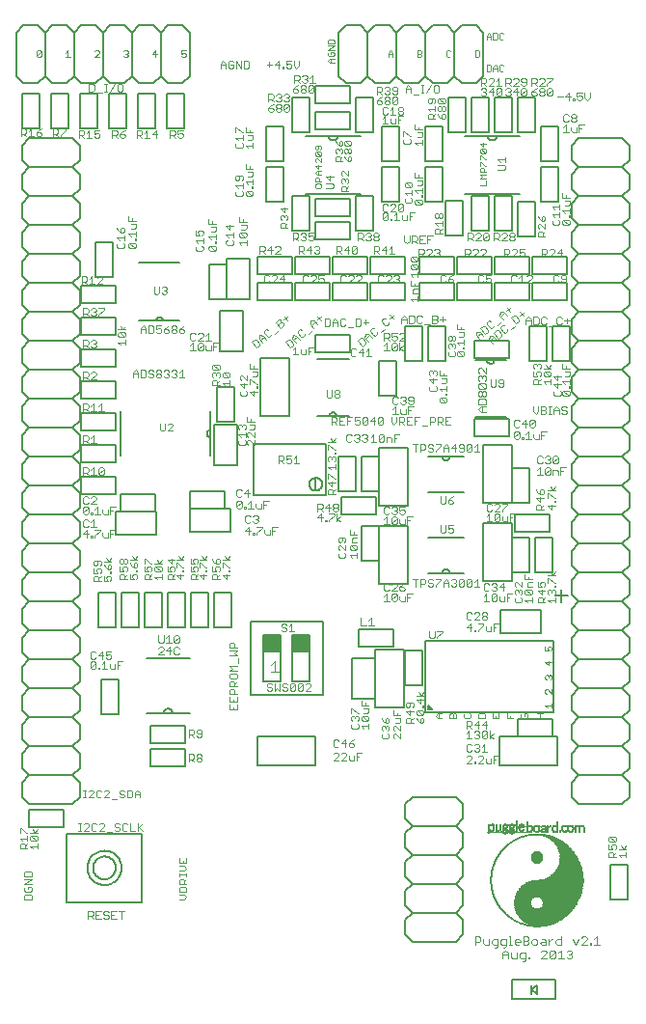
<source format=gto>
G75*
G70*
%OFA0B0*%
%FSLAX24Y24*%
%IPPOS*%
%LPD*%
%AMOC8*
5,1,8,0,0,1.08239X$1,22.5*
%
%ADD10C,0.0060*%
%ADD11C,0.0030*%
%ADD12C,0.0020*%
%ADD13C,0.0050*%
%ADD14C,0.0000*%
%ADD15R,0.0600X0.0600*%
%ADD16R,0.0090X0.0003*%
%ADD17R,0.0205X0.0003*%
%ADD18R,0.0270X0.0003*%
%ADD19R,0.0335X0.0003*%
%ADD20R,0.0375X0.0003*%
%ADD21R,0.0413X0.0003*%
%ADD22R,0.0450X0.0003*%
%ADD23R,0.0490X0.0003*%
%ADD24R,0.0520X0.0003*%
%ADD25R,0.0545X0.0003*%
%ADD26R,0.0575X0.0003*%
%ADD27R,0.0605X0.0003*%
%ADD28R,0.0630X0.0003*%
%ADD29R,0.0655X0.0003*%
%ADD30R,0.0275X0.0003*%
%ADD31R,0.0403X0.0003*%
%ADD32R,0.0243X0.0003*%
%ADD33R,0.0430X0.0003*%
%ADD34R,0.0220X0.0003*%
%ADD35R,0.0460X0.0003*%
%ADD36R,0.0208X0.0003*%
%ADD37R,0.0198X0.0003*%
%ADD38R,0.0515X0.0003*%
%ADD39R,0.0185X0.0003*%
%ADD40R,0.0540X0.0003*%
%ADD41R,0.0175X0.0003*%
%ADD42R,0.0563X0.0003*%
%ADD43R,0.0170X0.0003*%
%ADD44R,0.0583X0.0003*%
%ADD45R,0.0163X0.0003*%
%ADD46R,0.0602X0.0003*%
%ADD47R,0.0160X0.0003*%
%ADD48R,0.0623X0.0003*%
%ADD49R,0.0153X0.0003*%
%ADD50R,0.0640X0.0003*%
%ADD51R,0.0147X0.0003*%
%ADD52R,0.0658X0.0003*%
%ADD53R,0.0143X0.0003*%
%ADD54R,0.0678X0.0003*%
%ADD55R,0.0693X0.0003*%
%ADD56R,0.0138X0.0003*%
%ADD57R,0.0712X0.0003*%
%ADD58R,0.0727X0.0003*%
%ADD59R,0.0133X0.0003*%
%ADD60R,0.0742X0.0003*%
%ADD61R,0.0130X0.0003*%
%ADD62R,0.0757X0.0003*%
%ADD63R,0.0125X0.0003*%
%ADD64R,0.0772X0.0003*%
%ADD65R,0.0123X0.0003*%
%ADD66R,0.0785X0.0003*%
%ADD67R,0.0120X0.0003*%
%ADD68R,0.0800X0.0003*%
%ADD69R,0.0118X0.0003*%
%ADD70R,0.0810X0.0003*%
%ADD71R,0.0825X0.0003*%
%ADD72R,0.0115X0.0003*%
%ADD73R,0.0838X0.0003*%
%ADD74R,0.0113X0.0003*%
%ADD75R,0.0853X0.0003*%
%ADD76R,0.0865X0.0003*%
%ADD77R,0.0110X0.0003*%
%ADD78R,0.0877X0.0003*%
%ADD79R,0.0107X0.0003*%
%ADD80R,0.0890X0.0003*%
%ADD81R,0.0902X0.0003*%
%ADD82R,0.0105X0.0003*%
%ADD83R,0.0912X0.0003*%
%ADD84R,0.0925X0.0003*%
%ADD85R,0.0103X0.0003*%
%ADD86R,0.0935X0.0003*%
%ADD87R,0.0948X0.0003*%
%ADD88R,0.0100X0.0003*%
%ADD89R,0.0958X0.0003*%
%ADD90R,0.0970X0.0003*%
%ADD91R,0.0098X0.0003*%
%ADD92R,0.0980X0.0003*%
%ADD93R,0.0993X0.0003*%
%ADD94R,0.0095X0.0003*%
%ADD95R,0.1003X0.0003*%
%ADD96R,0.0092X0.0003*%
%ADD97R,0.1013X0.0003*%
%ADD98R,0.1025X0.0003*%
%ADD99R,0.1032X0.0003*%
%ADD100R,0.1043X0.0003*%
%ADD101R,0.1053X0.0003*%
%ADD102R,0.0088X0.0003*%
%ADD103R,0.1065X0.0003*%
%ADD104R,0.1073X0.0003*%
%ADD105R,0.1083X0.0003*%
%ADD106R,0.1093X0.0003*%
%ADD107R,0.0085X0.0003*%
%ADD108R,0.1100X0.0003*%
%ADD109R,0.1113X0.0003*%
%ADD110R,0.1120X0.0003*%
%ADD111R,0.1130X0.0003*%
%ADD112R,0.1138X0.0003*%
%ADD113R,0.0083X0.0003*%
%ADD114R,0.1148X0.0003*%
%ADD115R,0.0080X0.0003*%
%ADD116R,0.1155X0.0003*%
%ADD117R,0.1163X0.0003*%
%ADD118R,0.1170X0.0003*%
%ADD119R,0.1180X0.0003*%
%ADD120R,0.0077X0.0003*%
%ADD121R,0.1187X0.0003*%
%ADD122R,0.1198X0.0003*%
%ADD123R,0.1205X0.0003*%
%ADD124R,0.1213X0.0003*%
%ADD125R,0.1223X0.0003*%
%ADD126R,0.1230X0.0003*%
%ADD127R,0.1238X0.0003*%
%ADD128R,0.1248X0.0003*%
%ADD129R,0.0075X0.0003*%
%ADD130R,0.1253X0.0003*%
%ADD131R,0.1260X0.0003*%
%ADD132R,0.1268X0.0003*%
%ADD133R,0.1278X0.0003*%
%ADD134R,0.0073X0.0003*%
%ADD135R,0.1283X0.0003*%
%ADD136R,0.1290X0.0003*%
%ADD137R,0.1300X0.0003*%
%ADD138R,0.1308X0.0003*%
%ADD139R,0.0070X0.0003*%
%ADD140R,0.1313X0.0003*%
%ADD141R,0.1320X0.0003*%
%ADD142R,0.1328X0.0003*%
%ADD143R,0.1335X0.0003*%
%ADD144R,0.1343X0.0003*%
%ADD145R,0.1350X0.0003*%
%ADD146R,0.1358X0.0003*%
%ADD147R,0.1363X0.0003*%
%ADD148R,0.1370X0.0003*%
%ADD149R,0.0067X0.0003*%
%ADD150R,0.1375X0.0003*%
%ADD151R,0.1383X0.0003*%
%ADD152R,0.1390X0.0003*%
%ADD153R,0.1395X0.0003*%
%ADD154R,0.1403X0.0003*%
%ADD155R,0.0065X0.0003*%
%ADD156R,0.1407X0.0003*%
%ADD157R,0.1415X0.0003*%
%ADD158R,0.1422X0.0003*%
%ADD159R,0.1430X0.0003*%
%ADD160R,0.1437X0.0003*%
%ADD161R,0.1442X0.0003*%
%ADD162R,0.1450X0.0003*%
%ADD163R,0.1452X0.0003*%
%ADD164R,0.1460X0.0003*%
%ADD165R,0.1465X0.0003*%
%ADD166R,0.0063X0.0003*%
%ADD167R,0.1472X0.0003*%
%ADD168R,0.1477X0.0003*%
%ADD169R,0.1482X0.0003*%
%ADD170R,0.1490X0.0003*%
%ADD171R,0.1495X0.0003*%
%ADD172R,0.1502X0.0003*%
%ADD173R,0.1508X0.0003*%
%ADD174R,0.0060X0.0003*%
%ADD175R,0.1513X0.0003*%
%ADD176R,0.1520X0.0003*%
%ADD177R,0.1525X0.0003*%
%ADD178R,0.1530X0.0003*%
%ADD179R,0.1535X0.0003*%
%ADD180R,0.1540X0.0003*%
%ADD181R,0.1548X0.0003*%
%ADD182R,0.1553X0.0003*%
%ADD183R,0.1560X0.0003*%
%ADD184R,0.1565X0.0003*%
%ADD185R,0.1570X0.0003*%
%ADD186R,0.1575X0.0003*%
%ADD187R,0.1580X0.0003*%
%ADD188R,0.0057X0.0003*%
%ADD189R,0.1585X0.0003*%
%ADD190R,0.1590X0.0003*%
%ADD191R,0.1595X0.0003*%
%ADD192R,0.1600X0.0003*%
%ADD193R,0.1605X0.0003*%
%ADD194R,0.0055X0.0003*%
%ADD195R,0.1613X0.0003*%
%ADD196R,0.1618X0.0003*%
%ADD197R,0.1620X0.0003*%
%ADD198R,0.1625X0.0003*%
%ADD199R,0.1633X0.0003*%
%ADD200R,0.1638X0.0003*%
%ADD201R,0.1640X0.0003*%
%ADD202R,0.1645X0.0003*%
%ADD203R,0.1653X0.0003*%
%ADD204R,0.1655X0.0003*%
%ADD205R,0.1660X0.0003*%
%ADD206R,0.1665X0.0003*%
%ADD207R,0.1673X0.0003*%
%ADD208R,0.1675X0.0003*%
%ADD209R,0.1680X0.0003*%
%ADD210R,0.1685X0.0003*%
%ADD211R,0.1688X0.0003*%
%ADD212R,0.0053X0.0003*%
%ADD213R,0.1693X0.0003*%
%ADD214R,0.1700X0.0003*%
%ADD215R,0.1703X0.0003*%
%ADD216R,0.1708X0.0003*%
%ADD217R,0.1713X0.0003*%
%ADD218R,0.1715X0.0003*%
%ADD219R,0.1720X0.0003*%
%ADD220R,0.1725X0.0003*%
%ADD221R,0.1730X0.0003*%
%ADD222R,0.1735X0.0003*%
%ADD223R,0.1737X0.0003*%
%ADD224R,0.1742X0.0003*%
%ADD225R,0.1747X0.0003*%
%ADD226R,0.1750X0.0003*%
%ADD227R,0.1755X0.0003*%
%ADD228R,0.1757X0.0003*%
%ADD229R,0.0050X0.0003*%
%ADD230R,0.1765X0.0003*%
%ADD231R,0.1770X0.0003*%
%ADD232R,0.1772X0.0003*%
%ADD233R,0.1777X0.0003*%
%ADD234R,0.1780X0.0003*%
%ADD235R,0.1785X0.0003*%
%ADD236R,0.1787X0.0003*%
%ADD237R,0.1792X0.0003*%
%ADD238R,0.1797X0.0003*%
%ADD239R,0.1800X0.0003*%
%ADD240R,0.1805X0.0003*%
%ADD241R,0.1807X0.0003*%
%ADD242R,0.1812X0.0003*%
%ADD243R,0.1815X0.0003*%
%ADD244R,0.1820X0.0003*%
%ADD245R,0.1823X0.0003*%
%ADD246R,0.1828X0.0003*%
%ADD247R,0.1830X0.0003*%
%ADD248R,0.1835X0.0003*%
%ADD249R,0.1838X0.0003*%
%ADD250R,0.1843X0.0003*%
%ADD251R,0.1845X0.0003*%
%ADD252R,0.1850X0.0003*%
%ADD253R,0.0047X0.0003*%
%ADD254R,0.1853X0.0003*%
%ADD255R,0.1858X0.0003*%
%ADD256R,0.1860X0.0003*%
%ADD257R,0.1865X0.0003*%
%ADD258R,0.1868X0.0003*%
%ADD259R,0.1873X0.0003*%
%ADD260R,0.1875X0.0003*%
%ADD261R,0.1878X0.0003*%
%ADD262R,0.1883X0.0003*%
%ADD263R,0.1885X0.0003*%
%ADD264R,0.1890X0.0003*%
%ADD265R,0.1893X0.0003*%
%ADD266R,0.1898X0.0003*%
%ADD267R,0.1900X0.0003*%
%ADD268R,0.1905X0.0003*%
%ADD269R,0.1908X0.0003*%
%ADD270R,0.1913X0.0003*%
%ADD271R,0.1915X0.0003*%
%ADD272R,0.1920X0.0003*%
%ADD273R,0.1923X0.0003*%
%ADD274R,0.1925X0.0003*%
%ADD275R,0.1930X0.0003*%
%ADD276R,0.1933X0.0003*%
%ADD277R,0.0045X0.0003*%
%ADD278R,0.1938X0.0003*%
%ADD279R,0.1940X0.0003*%
%ADD280R,0.1945X0.0003*%
%ADD281R,0.1948X0.0003*%
%ADD282R,0.1950X0.0003*%
%ADD283R,0.1955X0.0003*%
%ADD284R,0.1958X0.0003*%
%ADD285R,0.1960X0.0003*%
%ADD286R,0.1963X0.0003*%
%ADD287R,0.1965X0.0003*%
%ADD288R,0.1968X0.0003*%
%ADD289R,0.1973X0.0003*%
%ADD290R,0.1975X0.0003*%
%ADD291R,0.1978X0.0003*%
%ADD292R,0.1983X0.0003*%
%ADD293R,0.1985X0.0003*%
%ADD294R,0.1990X0.0003*%
%ADD295R,0.1993X0.0003*%
%ADD296R,0.1995X0.0003*%
%ADD297R,0.1998X0.0003*%
%ADD298R,0.2000X0.0003*%
%ADD299R,0.2003X0.0003*%
%ADD300R,0.2008X0.0003*%
%ADD301R,0.2010X0.0003*%
%ADD302R,0.0043X0.0003*%
%ADD303R,0.2013X0.0003*%
%ADD304R,0.0750X0.0003*%
%ADD305R,0.0725X0.0003*%
%ADD306R,0.1218X0.0003*%
%ADD307R,0.0703X0.0003*%
%ADD308R,0.1208X0.0003*%
%ADD309R,0.0695X0.0003*%
%ADD310R,0.1203X0.0003*%
%ADD311R,0.0688X0.0003*%
%ADD312R,0.0683X0.0003*%
%ADD313R,0.1195X0.0003*%
%ADD314R,0.0673X0.0003*%
%ADD315R,0.1185X0.0003*%
%ADD316R,0.0668X0.0003*%
%ADD317R,0.1182X0.0003*%
%ADD318R,0.0663X0.0003*%
%ADD319R,0.0660X0.0003*%
%ADD320R,0.1177X0.0003*%
%ADD321R,0.1175X0.0003*%
%ADD322R,0.0653X0.0003*%
%ADD323R,0.1172X0.0003*%
%ADD324R,0.0650X0.0003*%
%ADD325R,0.0645X0.0003*%
%ADD326R,0.1168X0.0003*%
%ADD327R,0.0643X0.0003*%
%ADD328R,0.1165X0.0003*%
%ADD329R,0.0638X0.0003*%
%ADD330R,0.0635X0.0003*%
%ADD331R,0.0633X0.0003*%
%ADD332R,0.1160X0.0003*%
%ADD333R,0.0625X0.0003*%
%ADD334R,0.1158X0.0003*%
%ADD335R,0.0620X0.0003*%
%ADD336R,0.0617X0.0003*%
%ADD337R,0.0615X0.0003*%
%ADD338R,0.0612X0.0003*%
%ADD339R,0.0610X0.0003*%
%ADD340R,0.0607X0.0003*%
%ADD341R,0.0600X0.0003*%
%ADD342R,0.0597X0.0003*%
%ADD343R,0.0040X0.0003*%
%ADD344R,0.0595X0.0003*%
%ADD345R,0.0592X0.0003*%
%ADD346R,0.0590X0.0003*%
%ADD347R,0.0587X0.0003*%
%ADD348R,0.0585X0.0003*%
%ADD349R,0.0580X0.0003*%
%ADD350R,0.0578X0.0003*%
%ADD351R,0.1190X0.0003*%
%ADD352R,0.1192X0.0003*%
%ADD353R,0.1200X0.0003*%
%ADD354R,0.1215X0.0003*%
%ADD355R,0.0037X0.0003*%
%ADD356R,0.1220X0.0003*%
%ADD357R,0.1225X0.0003*%
%ADD358R,0.1228X0.0003*%
%ADD359R,0.1233X0.0003*%
%ADD360R,0.1235X0.0003*%
%ADD361R,0.1240X0.0003*%
%ADD362R,0.1243X0.0003*%
%ADD363R,0.1245X0.0003*%
%ADD364R,0.1250X0.0003*%
%ADD365R,0.1255X0.0003*%
%ADD366R,0.1265X0.0003*%
%ADD367R,0.1270X0.0003*%
%ADD368R,0.1273X0.0003*%
%ADD369R,0.1288X0.0003*%
%ADD370R,0.1295X0.0003*%
%ADD371R,0.1298X0.0003*%
%ADD372R,0.1303X0.0003*%
%ADD373R,0.1310X0.0003*%
%ADD374R,0.1315X0.0003*%
%ADD375R,0.1318X0.0003*%
%ADD376R,0.1323X0.0003*%
%ADD377R,0.1325X0.0003*%
%ADD378R,0.0628X0.0003*%
%ADD379R,0.1333X0.0003*%
%ADD380R,0.1340X0.0003*%
%ADD381R,0.1353X0.0003*%
%ADD382R,0.1355X0.0003*%
%ADD383R,0.0648X0.0003*%
%ADD384R,0.1365X0.0003*%
%ADD385R,0.1380X0.0003*%
%ADD386R,0.1385X0.0003*%
%ADD387R,0.0665X0.0003*%
%ADD388R,0.0670X0.0003*%
%ADD389R,0.1398X0.0003*%
%ADD390R,0.0680X0.0003*%
%ADD391R,0.1410X0.0003*%
%ADD392R,0.0685X0.0003*%
%ADD393R,0.1417X0.0003*%
%ADD394R,0.1425X0.0003*%
%ADD395R,0.0700X0.0003*%
%ADD396R,0.1435X0.0003*%
%ADD397R,0.0707X0.0003*%
%ADD398R,0.1445X0.0003*%
%ADD399R,0.0717X0.0003*%
%ADD400R,0.1455X0.0003*%
%ADD401R,0.0735X0.0003*%
%ADD402R,0.1475X0.0003*%
%ADD403R,0.2253X0.0003*%
%ADD404R,0.2255X0.0003*%
%ADD405R,0.2258X0.0003*%
%ADD406R,0.0035X0.0003*%
%ADD407R,0.2250X0.0003*%
%ADD408R,0.2248X0.0003*%
%ADD409R,0.2245X0.0003*%
%ADD410R,0.2243X0.0003*%
%ADD411R,0.2240X0.0003*%
%ADD412R,0.2238X0.0003*%
%ADD413R,0.2235X0.0003*%
%ADD414R,0.2233X0.0003*%
%ADD415R,0.2230X0.0003*%
%ADD416R,0.2228X0.0003*%
%ADD417R,0.2225X0.0003*%
%ADD418R,0.2223X0.0003*%
%ADD419R,0.2220X0.0003*%
%ADD420R,0.2218X0.0003*%
%ADD421R,0.2215X0.0003*%
%ADD422R,0.2213X0.0003*%
%ADD423R,0.2210X0.0003*%
%ADD424R,0.2208X0.0003*%
%ADD425R,0.2205X0.0003*%
%ADD426R,0.2203X0.0003*%
%ADD427R,0.2200X0.0003*%
%ADD428R,0.2198X0.0003*%
%ADD429R,0.2195X0.0003*%
%ADD430R,0.2193X0.0003*%
%ADD431R,0.2190X0.0003*%
%ADD432R,0.2188X0.0003*%
%ADD433R,0.2185X0.0003*%
%ADD434R,0.2183X0.0003*%
%ADD435R,0.2180X0.0003*%
%ADD436R,0.2178X0.0003*%
%ADD437R,0.2175X0.0003*%
%ADD438R,0.2173X0.0003*%
%ADD439R,0.2170X0.0003*%
%ADD440R,0.2168X0.0003*%
%ADD441R,0.2165X0.0003*%
%ADD442R,0.2163X0.0003*%
%ADD443R,0.2160X0.0003*%
%ADD444R,0.2158X0.0003*%
%ADD445R,0.2155X0.0003*%
%ADD446R,0.2153X0.0003*%
%ADD447R,0.2150X0.0003*%
%ADD448R,0.2148X0.0003*%
%ADD449R,0.2145X0.0003*%
%ADD450R,0.2143X0.0003*%
%ADD451R,0.2140X0.0003*%
%ADD452R,0.2138X0.0003*%
%ADD453R,0.2135X0.0003*%
%ADD454R,0.2133X0.0003*%
%ADD455R,0.2130X0.0003*%
%ADD456R,0.2127X0.0003*%
%ADD457R,0.2125X0.0003*%
%ADD458R,0.2122X0.0003*%
%ADD459R,0.2120X0.0003*%
%ADD460R,0.2117X0.0003*%
%ADD461R,0.2115X0.0003*%
%ADD462R,0.2112X0.0003*%
%ADD463R,0.2110X0.0003*%
%ADD464R,0.2107X0.0003*%
%ADD465R,0.2105X0.0003*%
%ADD466R,0.2100X0.0003*%
%ADD467R,0.2097X0.0003*%
%ADD468R,0.2095X0.0003*%
%ADD469R,0.2092X0.0003*%
%ADD470R,0.2090X0.0003*%
%ADD471R,0.2085X0.0003*%
%ADD472R,0.2082X0.0003*%
%ADD473R,0.2080X0.0003*%
%ADD474R,0.2075X0.0003*%
%ADD475R,0.2072X0.0003*%
%ADD476R,0.2070X0.0003*%
%ADD477R,0.2065X0.0003*%
%ADD478R,0.2062X0.0003*%
%ADD479R,0.2060X0.0003*%
%ADD480R,0.2055X0.0003*%
%ADD481R,0.2052X0.0003*%
%ADD482R,0.2047X0.0003*%
%ADD483R,0.2045X0.0003*%
%ADD484R,0.2040X0.0003*%
%ADD485R,0.2037X0.0003*%
%ADD486R,0.0032X0.0003*%
%ADD487R,0.2035X0.0003*%
%ADD488R,0.2032X0.0003*%
%ADD489R,0.2028X0.0003*%
%ADD490R,0.2025X0.0003*%
%ADD491R,0.2020X0.0003*%
%ADD492R,0.2018X0.0003*%
%ADD493R,0.2005X0.0003*%
%ADD494R,0.1988X0.0003*%
%ADD495R,0.1953X0.0003*%
%ADD496R,0.1943X0.0003*%
%ADD497R,0.1910X0.0003*%
%ADD498R,0.1903X0.0003*%
%ADD499R,0.1810X0.0003*%
%ADD500R,0.1802X0.0003*%
%ADD501R,0.1790X0.0003*%
%ADD502R,0.1545X0.0003*%
%ADD503R,0.1518X0.0003*%
%ADD504R,0.1497X0.0003*%
%ADD505R,0.1480X0.0003*%
%ADD506R,0.1467X0.0003*%
%ADD507R,0.1440X0.0003*%
%ADD508R,0.1400X0.0003*%
%ADD509R,0.1348X0.0003*%
%ADD510R,0.1285X0.0003*%
%ADD511R,0.1280X0.0003*%
%ADD512R,0.1263X0.0003*%
%ADD513R,0.1258X0.0003*%
%ADD514R,0.1150X0.0003*%
%ADD515R,0.1143X0.0003*%
%ADD516R,0.1140X0.0003*%
%ADD517R,0.1135X0.0003*%
%ADD518R,0.1133X0.0003*%
%ADD519R,0.1125X0.0003*%
%ADD520R,0.1123X0.0003*%
%ADD521R,0.1110X0.0003*%
%ADD522R,0.1108X0.0003*%
%ADD523R,0.1105X0.0003*%
%ADD524R,0.1098X0.0003*%
%ADD525R,0.1095X0.0003*%
%ADD526R,0.1088X0.0003*%
%ADD527R,0.1080X0.0003*%
%ADD528R,0.1078X0.0003*%
%ADD529R,0.1075X0.0003*%
%ADD530R,0.1070X0.0003*%
%ADD531R,0.1060X0.0003*%
%ADD532R,0.1058X0.0003*%
%ADD533R,0.1055X0.0003*%
%ADD534R,0.1050X0.0003*%
%ADD535R,0.1048X0.0003*%
%ADD536R,0.1045X0.0003*%
%ADD537R,0.1038X0.0003*%
%ADD538R,0.1035X0.0003*%
%ADD539R,0.1030X0.0003*%
%ADD540R,0.1027X0.0003*%
%ADD541R,0.1022X0.0003*%
%ADD542R,0.1020X0.0003*%
%ADD543R,0.1015X0.0003*%
%ADD544R,0.1010X0.0003*%
%ADD545R,0.1008X0.0003*%
%ADD546R,0.1005X0.0003*%
%ADD547R,0.1000X0.0003*%
%ADD548R,0.0998X0.0003*%
%ADD549R,0.0995X0.0003*%
%ADD550R,0.0990X0.0003*%
%ADD551R,0.0985X0.0003*%
%ADD552R,0.0983X0.0003*%
%ADD553R,0.0978X0.0003*%
%ADD554R,0.0975X0.0003*%
%ADD555R,0.0968X0.0003*%
%ADD556R,0.0965X0.0003*%
%ADD557R,0.0963X0.0003*%
%ADD558R,0.0955X0.0003*%
%ADD559R,0.0953X0.0003*%
%ADD560R,0.0950X0.0003*%
%ADD561R,0.0943X0.0003*%
%ADD562R,0.0940X0.0003*%
%ADD563R,0.0938X0.0003*%
%ADD564R,0.0933X0.0003*%
%ADD565R,0.0930X0.0003*%
%ADD566R,0.0927X0.0003*%
%ADD567R,0.0922X0.0003*%
%ADD568R,0.0920X0.0003*%
%ADD569R,0.0917X0.0003*%
%ADD570R,0.0915X0.0003*%
%ADD571R,0.0910X0.0003*%
%ADD572R,0.0907X0.0003*%
%ADD573R,0.0900X0.0003*%
%ADD574R,0.0897X0.0003*%
%ADD575R,0.0892X0.0003*%
%ADD576R,0.0887X0.0003*%
%ADD577R,0.0882X0.0003*%
%ADD578R,0.0880X0.0003*%
%ADD579R,0.0875X0.0003*%
%ADD580R,0.0872X0.0003*%
%ADD581R,0.0870X0.0003*%
%ADD582R,0.0867X0.0003*%
%ADD583R,0.0862X0.0003*%
%ADD584R,0.0860X0.0003*%
%ADD585R,0.0858X0.0003*%
%ADD586R,0.0855X0.0003*%
%ADD587R,0.0850X0.0003*%
%ADD588R,0.0848X0.0003*%
%ADD589R,0.0845X0.0003*%
%ADD590R,0.0843X0.0003*%
%ADD591R,0.0835X0.0003*%
%ADD592R,0.0830X0.0003*%
%ADD593R,0.0828X0.0003*%
%ADD594R,0.0823X0.0003*%
%ADD595R,0.0818X0.0003*%
%ADD596R,0.0815X0.0003*%
%ADD597R,0.0813X0.0003*%
%ADD598R,0.0805X0.0003*%
%ADD599R,0.0803X0.0003*%
%ADD600R,0.0798X0.0003*%
%ADD601R,0.0795X0.0003*%
%ADD602R,0.0793X0.0003*%
%ADD603R,0.0790X0.0003*%
%ADD604R,0.0788X0.0003*%
%ADD605R,0.0783X0.0003*%
%ADD606R,0.0780X0.0003*%
%ADD607R,0.0778X0.0003*%
%ADD608R,0.0775X0.0003*%
%ADD609R,0.0770X0.0003*%
%ADD610R,0.0767X0.0003*%
%ADD611R,0.0765X0.0003*%
%ADD612R,0.0762X0.0003*%
%ADD613R,0.0760X0.0003*%
%ADD614R,0.0755X0.0003*%
%ADD615R,0.0752X0.0003*%
%ADD616R,0.0745X0.0003*%
%ADD617R,0.0740X0.0003*%
%ADD618R,0.0737X0.0003*%
%ADD619R,0.0135X0.0003*%
%ADD620R,0.0732X0.0003*%
%ADD621R,0.0730X0.0003*%
%ADD622R,0.0180X0.0003*%
%ADD623R,0.0193X0.0003*%
%ADD624R,0.0200X0.0003*%
%ADD625R,0.0210X0.0003*%
%ADD626R,0.0720X0.0003*%
%ADD627R,0.0225X0.0003*%
%ADD628R,0.0235X0.0003*%
%ADD629R,0.0240X0.0003*%
%ADD630R,0.0715X0.0003*%
%ADD631R,0.0250X0.0003*%
%ADD632R,0.0255X0.0003*%
%ADD633R,0.0260X0.0003*%
%ADD634R,0.0267X0.0003*%
%ADD635R,0.0710X0.0003*%
%ADD636R,0.0280X0.0003*%
%ADD637R,0.0705X0.0003*%
%ADD638R,0.0285X0.0003*%
%ADD639R,0.0290X0.0003*%
%ADD640R,0.0295X0.0003*%
%ADD641R,0.0300X0.0003*%
%ADD642R,0.0305X0.0003*%
%ADD643R,0.0698X0.0003*%
%ADD644R,0.0310X0.0003*%
%ADD645R,0.0315X0.0003*%
%ADD646R,0.0318X0.0003*%
%ADD647R,0.0320X0.0003*%
%ADD648R,0.0325X0.0003*%
%ADD649R,0.0690X0.0003*%
%ADD650R,0.0330X0.0003*%
%ADD651R,0.0340X0.0003*%
%ADD652R,0.0345X0.0003*%
%ADD653R,0.0348X0.0003*%
%ADD654R,0.0350X0.0003*%
%ADD655R,0.0355X0.0003*%
%ADD656R,0.0360X0.0003*%
%ADD657R,0.0675X0.0003*%
%ADD658R,0.0365X0.0003*%
%ADD659R,0.0370X0.0003*%
%ADD660R,0.0380X0.0003*%
%ADD661R,0.0385X0.0003*%
%ADD662R,0.0390X0.0003*%
%ADD663R,0.0395X0.0003*%
%ADD664R,0.0398X0.0003*%
%ADD665R,0.0400X0.0003*%
%ADD666R,0.0405X0.0003*%
%ADD667R,0.0410X0.0003*%
%ADD668R,0.0415X0.0003*%
%ADD669R,0.0408X0.0003*%
%ADD670R,0.0573X0.0003*%
%ADD671R,0.0570X0.0003*%
%ADD672R,0.0568X0.0003*%
%ADD673R,0.0565X0.0003*%
%ADD674R,0.0372X0.0003*%
%ADD675R,0.0367X0.0003*%
%ADD676R,0.0560X0.0003*%
%ADD677R,0.0558X0.0003*%
%ADD678R,0.0555X0.0003*%
%ADD679R,0.0352X0.0003*%
%ADD680R,0.0553X0.0003*%
%ADD681R,0.0550X0.0003*%
%ADD682R,0.0548X0.0003*%
%ADD683R,0.0543X0.0003*%
%ADD684R,0.0537X0.0003*%
%ADD685R,0.0302X0.0003*%
%ADD686R,0.0535X0.0003*%
%ADD687R,0.0288X0.0003*%
%ADD688R,0.0532X0.0003*%
%ADD689R,0.0530X0.0003*%
%ADD690R,0.0527X0.0003*%
%ADD691R,0.0265X0.0003*%
%ADD692R,0.0253X0.0003*%
%ADD693R,0.0525X0.0003*%
%ADD694R,0.0245X0.0003*%
%ADD695R,0.0522X0.0003*%
%ADD696R,0.0230X0.0003*%
%ADD697R,0.0215X0.0003*%
%ADD698R,0.0517X0.0003*%
%ADD699R,0.0190X0.0003*%
%ADD700R,0.0512X0.0003*%
%ADD701R,0.0155X0.0003*%
%ADD702R,0.0510X0.0003*%
%ADD703R,0.0508X0.0003*%
%ADD704R,0.0505X0.0003*%
%ADD705R,0.0010X0.0003*%
%ADD706R,0.0503X0.0003*%
%ADD707R,0.0500X0.0003*%
%ADD708R,0.0498X0.0003*%
%ADD709R,0.0495X0.0003*%
%ADD710R,0.0493X0.0003*%
%ADD711R,0.0488X0.0003*%
%ADD712R,0.0485X0.0003*%
%ADD713R,0.0483X0.0003*%
%ADD714R,0.0480X0.0003*%
%ADD715R,0.0478X0.0003*%
%ADD716R,0.0475X0.0003*%
%ADD717R,0.0473X0.0003*%
%ADD718R,0.0470X0.0003*%
%ADD719R,0.0468X0.0003*%
%ADD720R,0.0465X0.0003*%
%ADD721R,0.0462X0.0003*%
%ADD722R,0.0457X0.0003*%
%ADD723R,0.0455X0.0003*%
%ADD724R,0.0452X0.0003*%
%ADD725R,0.0447X0.0003*%
%ADD726R,0.0445X0.0003*%
%ADD727R,0.0442X0.0003*%
%ADD728R,0.0440X0.0003*%
%ADD729R,0.0437X0.0003*%
%ADD730R,0.0435X0.0003*%
%ADD731R,0.0432X0.0003*%
%ADD732R,0.0428X0.0003*%
%ADD733R,0.0425X0.0003*%
%ADD734R,0.0423X0.0003*%
%ADD735R,0.0420X0.0003*%
%ADD736R,0.0418X0.0003*%
%ADD737R,0.0393X0.0003*%
%ADD738R,0.0388X0.0003*%
%ADD739R,0.0382X0.0003*%
%ADD740R,0.0377X0.0003*%
%ADD741R,0.0362X0.0003*%
%ADD742R,0.0343X0.0003*%
%ADD743R,0.0338X0.0003*%
%ADD744R,0.0333X0.0003*%
%ADD745R,0.0328X0.0003*%
%ADD746R,0.0323X0.0003*%
%ADD747R,0.0313X0.0003*%
%ADD748R,0.0308X0.0003*%
%ADD749R,0.0297X0.0003*%
%ADD750R,0.0293X0.0003*%
%ADD751R,0.0283X0.0003*%
%ADD752R,0.0278X0.0003*%
%ADD753R,0.0273X0.0003*%
%ADD754R,0.0262X0.0003*%
%ADD755R,0.0257X0.0003*%
%ADD756R,0.0248X0.0003*%
%ADD757R,0.0238X0.0003*%
%ADD758R,0.0140X0.0003*%
%ADD759R,0.0145X0.0003*%
%ADD760R,0.0158X0.0003*%
%ADD761R,0.0195X0.0003*%
%ADD762R,0.0150X0.0003*%
%ADD763R,0.0165X0.0003*%
%ADD764R,0.0173X0.0003*%
%ADD765R,0.0203X0.0003*%
%ADD766R,0.0018X0.0003*%
%ADD767R,0.0020X0.0003*%
%ADD768R,0.0025X0.0003*%
%ADD769R,0.0015X0.0003*%
%ADD770R,0.0005X0.0003*%
%ADD771R,0.0027X0.0003*%
%ADD772R,0.0127X0.0003*%
%ADD773R,0.0168X0.0003*%
%ADD774R,0.0177X0.0003*%
%ADD775R,0.0182X0.0003*%
%ADD776R,0.0030X0.0003*%
%ADD777R,0.0187X0.0003*%
%ADD778R,0.0022X0.0003*%
%ADD779R,0.0222X0.0003*%
%ADD780R,0.0227X0.0003*%
%ADD781R,0.0213X0.0003*%
D10*
X004696Y007500D02*
X004446Y007750D01*
X004446Y008250D01*
X004696Y008500D01*
X006196Y008500D01*
X006446Y008750D01*
X006446Y009250D01*
X006196Y009500D01*
X004696Y009500D01*
X004446Y009750D01*
X004446Y010250D01*
X004696Y010500D01*
X006196Y010500D01*
X006446Y010750D01*
X006446Y011250D01*
X006196Y011500D01*
X004696Y011500D01*
X004446Y011750D01*
X004446Y012250D01*
X004696Y012500D01*
X006196Y012500D01*
X006446Y012750D01*
X006446Y013250D01*
X006196Y013500D01*
X004696Y013500D01*
X004446Y013750D01*
X004446Y014250D01*
X004696Y014500D01*
X006196Y014500D01*
X006446Y014250D01*
X006446Y013750D01*
X006196Y013500D01*
X006196Y012500D02*
X006446Y012250D01*
X006446Y011750D01*
X006196Y011500D01*
X006196Y010500D02*
X006446Y010250D01*
X006446Y009750D01*
X006196Y009500D01*
X006196Y008500D02*
X006446Y008250D01*
X006446Y007750D01*
X006196Y007500D01*
X004696Y007500D01*
X004696Y008500D02*
X004446Y008750D01*
X004446Y009250D01*
X004696Y009500D01*
X004696Y010500D02*
X004446Y010750D01*
X004446Y011250D01*
X004696Y011500D01*
X004696Y012500D02*
X004446Y012750D01*
X004446Y013250D01*
X004696Y013500D01*
X004696Y014500D02*
X004446Y014750D01*
X004446Y015250D01*
X004696Y015500D01*
X006196Y015500D01*
X006446Y015250D01*
X006446Y014750D01*
X006196Y014500D01*
X006196Y015500D02*
X006446Y015750D01*
X006446Y016250D01*
X006196Y016500D01*
X004696Y016500D01*
X004446Y016750D01*
X004446Y017250D01*
X004696Y017500D01*
X006196Y017500D01*
X006446Y017250D01*
X006446Y016750D01*
X006196Y016500D01*
X006196Y017500D02*
X006446Y017750D01*
X006446Y018250D01*
X006196Y018500D01*
X004696Y018500D01*
X004446Y018750D01*
X004446Y019250D01*
X004696Y019500D01*
X006196Y019500D01*
X006446Y019250D01*
X006446Y018750D01*
X006196Y018500D01*
X006196Y019500D02*
X006446Y019750D01*
X006446Y020250D01*
X006196Y020500D01*
X004696Y020500D01*
X004446Y020750D01*
X004446Y021250D01*
X004696Y021500D01*
X006196Y021500D01*
X006446Y021250D01*
X006446Y020750D01*
X006196Y020500D01*
X006196Y021500D02*
X006446Y021750D01*
X006446Y022250D01*
X006196Y022500D01*
X004696Y022500D01*
X004446Y022750D01*
X004446Y023250D01*
X004696Y023500D01*
X004446Y023750D01*
X004446Y024250D01*
X004696Y024500D01*
X004446Y024750D01*
X004446Y025250D01*
X004696Y025500D01*
X004446Y025750D01*
X004446Y026250D01*
X004696Y026500D01*
X004446Y026750D01*
X004446Y027250D01*
X004696Y027500D01*
X004446Y027750D01*
X004446Y028250D01*
X004696Y028500D01*
X004446Y028750D01*
X004446Y029250D01*
X004696Y029500D01*
X004446Y029750D01*
X004446Y030250D01*
X004696Y030500D01*
X006196Y030500D01*
X006446Y030250D01*
X006446Y029750D01*
X006196Y029500D01*
X004696Y029500D01*
X004696Y028500D02*
X006196Y028500D01*
X006446Y028750D01*
X006446Y029250D01*
X006196Y029500D01*
X006196Y028500D02*
X006446Y028250D01*
X006446Y027750D01*
X006196Y027500D01*
X004696Y027500D01*
X004696Y026500D02*
X006196Y026500D01*
X006446Y026750D01*
X006446Y027250D01*
X006196Y027500D01*
X006196Y026500D02*
X006446Y026250D01*
X006446Y025750D01*
X006196Y025500D01*
X004696Y025500D01*
X004696Y024500D02*
X006196Y024500D01*
X006446Y024750D01*
X006446Y025250D01*
X006196Y025500D01*
X006196Y024500D02*
X006446Y024250D01*
X006446Y023750D01*
X006196Y023500D01*
X004696Y023500D01*
X004696Y022500D02*
X004446Y022250D01*
X004446Y021750D01*
X004696Y021500D01*
X004696Y020500D02*
X004446Y020250D01*
X004446Y019750D01*
X004696Y019500D01*
X004696Y018500D02*
X004446Y018250D01*
X004446Y017750D01*
X004696Y017500D01*
X004696Y016500D02*
X004446Y016250D01*
X004446Y015750D01*
X004696Y015500D01*
X007836Y019540D02*
X007836Y021060D01*
X006196Y022500D02*
X006446Y022750D01*
X006446Y023250D01*
X006196Y023500D01*
X008496Y024200D02*
X009076Y024200D01*
X009316Y024200D01*
X009896Y024200D01*
X009316Y024200D02*
X009314Y024221D01*
X009309Y024241D01*
X009300Y024260D01*
X009288Y024277D01*
X009273Y024292D01*
X009256Y024304D01*
X009237Y024313D01*
X009217Y024318D01*
X009196Y024320D01*
X009175Y024318D01*
X009155Y024313D01*
X009136Y024304D01*
X009119Y024292D01*
X009104Y024277D01*
X009092Y024260D01*
X009083Y024241D01*
X009078Y024221D01*
X009076Y024200D01*
X008496Y026200D02*
X009896Y026200D01*
X010956Y021060D02*
X010956Y020420D01*
X010956Y020180D01*
X010956Y019540D01*
X010956Y020180D02*
X010935Y020182D01*
X010915Y020187D01*
X010896Y020196D01*
X010879Y020208D01*
X010864Y020223D01*
X010852Y020240D01*
X010843Y020259D01*
X010838Y020279D01*
X010836Y020300D01*
X010838Y020321D01*
X010843Y020341D01*
X010852Y020360D01*
X010864Y020377D01*
X010879Y020392D01*
X010896Y020404D01*
X010915Y020413D01*
X010935Y020418D01*
X010956Y020420D01*
X014656Y020920D02*
X015076Y020920D01*
X015316Y020920D01*
X015736Y020920D01*
X015316Y020920D02*
X015314Y020941D01*
X015309Y020961D01*
X015300Y020980D01*
X015288Y020997D01*
X015273Y021012D01*
X015256Y021024D01*
X015237Y021033D01*
X015217Y021038D01*
X015196Y021040D01*
X015175Y021038D01*
X015155Y021033D01*
X015136Y021024D01*
X015119Y021012D01*
X015104Y020997D01*
X015092Y020980D01*
X015083Y020961D01*
X015078Y020941D01*
X015076Y020920D01*
X014656Y022880D02*
X015736Y022880D01*
X018486Y019510D02*
X018966Y019510D01*
X018976Y019510D01*
X019216Y019510D01*
X019226Y019510D01*
X019706Y019510D01*
X019226Y019510D02*
X019224Y019489D01*
X019219Y019468D01*
X019210Y019448D01*
X019199Y019430D01*
X019184Y019414D01*
X019167Y019401D01*
X019148Y019391D01*
X019128Y019384D01*
X019107Y019380D01*
X019085Y019380D01*
X019064Y019384D01*
X019044Y019391D01*
X019025Y019401D01*
X019008Y019414D01*
X018993Y019430D01*
X018982Y019448D01*
X018973Y019468D01*
X018968Y019489D01*
X018966Y019510D01*
X018486Y018290D02*
X019706Y018290D01*
X019706Y016710D02*
X018486Y016710D01*
X018486Y015490D02*
X018966Y015490D01*
X018976Y015490D01*
X019216Y015490D01*
X019226Y015490D01*
X019706Y015490D01*
X019226Y015490D02*
X019224Y015511D01*
X019219Y015532D01*
X019210Y015552D01*
X019199Y015570D01*
X019184Y015586D01*
X019167Y015599D01*
X019148Y015609D01*
X019128Y015616D01*
X019107Y015620D01*
X019085Y015620D01*
X019064Y015616D01*
X019044Y015609D01*
X019025Y015599D01*
X019008Y015586D01*
X018993Y015570D01*
X018982Y015552D01*
X018973Y015532D01*
X018968Y015511D01*
X018966Y015490D01*
X020106Y020870D02*
X021186Y020870D01*
X021186Y022830D02*
X020766Y022830D01*
X020526Y022830D01*
X020106Y022830D01*
X020526Y022830D02*
X020528Y022809D01*
X020533Y022789D01*
X020542Y022770D01*
X020554Y022753D01*
X020569Y022738D01*
X020586Y022726D01*
X020605Y022717D01*
X020625Y022712D01*
X020646Y022710D01*
X020667Y022712D01*
X020687Y022717D01*
X020706Y022726D01*
X020723Y022738D01*
X020738Y022753D01*
X020750Y022770D01*
X020759Y022789D01*
X020764Y022809D01*
X020766Y022830D01*
X023446Y022750D02*
X023446Y023250D01*
X023696Y023500D01*
X023446Y023750D01*
X023446Y024250D01*
X023696Y024500D01*
X023446Y024750D01*
X023446Y025250D01*
X023696Y025500D01*
X023446Y025750D01*
X023446Y026250D01*
X023696Y026500D01*
X023446Y026750D01*
X023446Y027250D01*
X023696Y027500D01*
X023446Y027750D01*
X023446Y028250D01*
X023696Y028500D01*
X023446Y028750D01*
X023446Y029250D01*
X023696Y029500D01*
X023446Y029750D01*
X023446Y030250D01*
X023696Y030500D01*
X025196Y030500D01*
X025446Y030250D01*
X025446Y029750D01*
X025196Y029500D01*
X023696Y029500D01*
X023696Y028500D02*
X025196Y028500D01*
X025446Y028750D01*
X025446Y029250D01*
X025196Y029500D01*
X025196Y028500D02*
X025446Y028250D01*
X025446Y027750D01*
X025196Y027500D01*
X023696Y027500D01*
X023696Y026500D02*
X025196Y026500D01*
X025446Y026750D01*
X025446Y027250D01*
X025196Y027500D01*
X025196Y026500D02*
X025446Y026250D01*
X025446Y025750D01*
X025196Y025500D01*
X023696Y025500D01*
X023696Y024500D02*
X025196Y024500D01*
X025446Y024750D01*
X025446Y025250D01*
X025196Y025500D01*
X025196Y024500D02*
X025446Y024250D01*
X025446Y023750D01*
X025196Y023500D01*
X023696Y023500D01*
X023446Y022750D02*
X023696Y022500D01*
X025196Y022500D01*
X025446Y022250D01*
X025446Y021750D01*
X025196Y021500D01*
X023696Y021500D01*
X023446Y021750D01*
X023446Y022250D01*
X023696Y022500D01*
X023696Y021500D02*
X023446Y021250D01*
X023446Y020750D01*
X023696Y020500D01*
X025196Y020500D01*
X025446Y020250D01*
X025446Y019750D01*
X025196Y019500D01*
X023696Y019500D01*
X023446Y019750D01*
X023446Y020250D01*
X023696Y020500D01*
X023696Y019500D02*
X023446Y019250D01*
X023446Y018750D01*
X023696Y018500D01*
X025196Y018500D01*
X025446Y018250D01*
X025446Y017750D01*
X025196Y017500D01*
X023696Y017500D01*
X023446Y017750D01*
X023446Y018250D01*
X023696Y018500D01*
X023696Y017500D02*
X023446Y017250D01*
X023446Y016750D01*
X023696Y016500D01*
X025196Y016500D01*
X025446Y016250D01*
X025446Y015750D01*
X025196Y015500D01*
X023696Y015500D01*
X023446Y015750D01*
X023446Y016250D01*
X023696Y016500D01*
X023696Y015500D02*
X023446Y015250D01*
X023446Y014750D01*
X023696Y014500D01*
X025196Y014500D01*
X025446Y014250D01*
X025446Y013750D01*
X025196Y013500D01*
X023696Y013500D01*
X023446Y013750D01*
X023446Y014250D01*
X023696Y014500D01*
X023309Y014694D02*
X022882Y014694D01*
X023096Y014907D02*
X023096Y014480D01*
X023696Y013500D02*
X023446Y013250D01*
X023446Y012750D01*
X023696Y012500D01*
X025196Y012500D01*
X025446Y012750D01*
X025446Y013250D01*
X025196Y013500D01*
X025196Y012500D02*
X025446Y012250D01*
X025446Y011750D01*
X025196Y011500D01*
X023696Y011500D01*
X023446Y011750D01*
X023446Y012250D01*
X023696Y012500D01*
X023696Y011500D02*
X023446Y011250D01*
X023446Y010750D01*
X023696Y010500D01*
X025196Y010500D01*
X025446Y010750D01*
X025446Y011250D01*
X025196Y011500D01*
X025196Y010500D02*
X025446Y010250D01*
X025446Y009750D01*
X025196Y009500D01*
X023696Y009500D01*
X023446Y009750D01*
X023446Y010250D01*
X023696Y010500D01*
X023696Y009500D02*
X023446Y009250D01*
X023446Y008750D01*
X023696Y008500D01*
X025196Y008500D01*
X025446Y008750D01*
X025446Y009250D01*
X025196Y009500D01*
X025196Y008500D02*
X025446Y008250D01*
X025446Y007750D01*
X025196Y007500D01*
X023696Y007500D01*
X023446Y007750D01*
X023446Y008250D01*
X023696Y008500D01*
X019696Y007500D02*
X019696Y007000D01*
X019446Y006750D01*
X017946Y006750D01*
X017696Y007000D01*
X017696Y007500D01*
X017946Y007750D01*
X019446Y007750D01*
X019696Y007500D01*
X019446Y006750D02*
X019696Y006500D01*
X019696Y006000D01*
X019446Y005750D01*
X017946Y005750D01*
X017696Y006000D01*
X017696Y006500D01*
X017946Y006750D01*
X017946Y005750D02*
X017696Y005500D01*
X017696Y005000D01*
X017946Y004750D01*
X019446Y004750D01*
X019696Y005000D01*
X019696Y005500D01*
X019446Y005750D01*
X019446Y004750D02*
X019696Y004500D01*
X019696Y004000D01*
X019446Y003750D01*
X017946Y003750D01*
X017696Y004000D01*
X017696Y004500D01*
X017946Y004750D01*
X017946Y003750D02*
X017696Y003500D01*
X017696Y003000D01*
X017946Y002750D01*
X019446Y002750D01*
X019696Y003000D01*
X019696Y003500D01*
X019446Y003750D01*
X014846Y011290D02*
X014846Y013810D01*
X012346Y013810D01*
X012346Y011290D01*
X014846Y011290D01*
X014396Y011750D02*
X014396Y013350D01*
X013796Y013350D01*
X013796Y011750D01*
X014396Y011750D01*
X013396Y011750D02*
X013396Y013350D01*
X012796Y013350D01*
X012796Y011750D01*
X013396Y011750D01*
X010244Y012545D02*
X008748Y012545D01*
X008748Y010655D02*
X010244Y010655D01*
X009646Y010650D02*
X009644Y010673D01*
X009639Y010696D01*
X009630Y010718D01*
X009617Y010738D01*
X009602Y010756D01*
X009584Y010771D01*
X009564Y010784D01*
X009542Y010793D01*
X009519Y010798D01*
X009496Y010800D01*
X009473Y010798D01*
X009450Y010793D01*
X009428Y010784D01*
X009408Y010771D01*
X009390Y010756D01*
X009375Y010738D01*
X009362Y010718D01*
X009353Y010696D01*
X009348Y010673D01*
X009346Y010650D01*
X014251Y028576D02*
X016141Y028576D01*
X016141Y030584D02*
X015354Y030584D01*
X015039Y030584D01*
X014251Y030584D01*
X015646Y032400D02*
X015396Y032650D01*
X015396Y034150D01*
X015646Y034400D01*
X016146Y034400D01*
X016396Y034150D01*
X016396Y032650D01*
X016646Y032400D01*
X017146Y032400D01*
X017396Y032650D01*
X017396Y034150D01*
X017646Y034400D01*
X018146Y034400D01*
X018396Y034150D01*
X018646Y034400D01*
X019146Y034400D01*
X019396Y034150D01*
X019646Y034400D01*
X020146Y034400D01*
X020396Y034150D01*
X020396Y032650D01*
X020146Y032400D01*
X019646Y032400D01*
X019396Y032650D01*
X019396Y034150D01*
X018396Y034150D02*
X018396Y032650D01*
X018646Y032400D01*
X019146Y032400D01*
X019396Y032650D01*
X018396Y032650D02*
X018146Y032400D01*
X017646Y032400D01*
X017396Y032650D01*
X016396Y032650D02*
X016146Y032400D01*
X015646Y032400D01*
X016396Y034150D02*
X016646Y034400D01*
X017146Y034400D01*
X017396Y034150D01*
X019751Y030584D02*
X020539Y030584D01*
X020854Y030584D01*
X021641Y030584D01*
X021641Y028576D02*
X019751Y028576D01*
X025196Y023500D02*
X025446Y023250D01*
X025446Y022750D01*
X025196Y022500D01*
X025196Y021500D02*
X025446Y021250D01*
X025446Y020750D01*
X025196Y020500D01*
X025196Y019500D02*
X025446Y019250D01*
X025446Y018750D01*
X025196Y018500D01*
X025196Y017500D02*
X025446Y017250D01*
X025446Y016750D01*
X025196Y016500D01*
X025196Y015500D02*
X025446Y015250D01*
X025446Y014750D01*
X025196Y014500D01*
X009996Y032400D02*
X010246Y032650D01*
X010246Y034150D01*
X009996Y034400D01*
X009496Y034400D01*
X009246Y034150D01*
X008996Y034400D01*
X008496Y034400D01*
X008246Y034150D01*
X008246Y032650D01*
X008496Y032400D01*
X008996Y032400D01*
X009246Y032650D01*
X009496Y032400D01*
X009996Y032400D01*
X009246Y032650D02*
X009246Y034150D01*
X008246Y034150D02*
X007996Y034400D01*
X007496Y034400D01*
X007246Y034150D01*
X007246Y032650D01*
X007496Y032400D01*
X007996Y032400D01*
X008246Y032650D01*
X007246Y032650D02*
X006996Y032400D01*
X006496Y032400D01*
X006246Y032650D01*
X006246Y034150D01*
X006496Y034400D01*
X006996Y034400D01*
X007246Y034150D01*
X006246Y034150D02*
X005996Y034400D01*
X005496Y034400D01*
X005246Y034150D01*
X005246Y032650D01*
X005496Y032400D01*
X005996Y032400D01*
X006246Y032650D01*
X005246Y032650D02*
X004996Y032400D01*
X004496Y032400D01*
X004246Y032650D01*
X004246Y034150D01*
X004496Y034400D01*
X004996Y034400D01*
X005246Y034150D01*
D11*
X004371Y006095D02*
X004371Y005965D01*
X004631Y005965D01*
X004544Y005965D02*
X004544Y006095D01*
X004501Y006138D01*
X004414Y006138D01*
X004371Y006095D01*
X004458Y006232D02*
X004371Y006319D01*
X004631Y006319D01*
X004631Y006232D02*
X004631Y006406D01*
X004631Y006499D02*
X004588Y006499D01*
X004414Y006673D01*
X004371Y006673D01*
X004371Y006499D01*
X004631Y006138D02*
X004544Y006052D01*
X004721Y006052D02*
X004981Y006052D01*
X004981Y006138D02*
X004981Y005965D01*
X004808Y005965D02*
X004721Y006052D01*
X004764Y006232D02*
X004721Y006275D01*
X004721Y006362D01*
X004764Y006406D01*
X004938Y006232D01*
X004981Y006275D01*
X004981Y006362D01*
X004938Y006406D01*
X004764Y006406D01*
X004721Y006499D02*
X004981Y006499D01*
X004894Y006499D02*
X004808Y006629D01*
X004894Y006499D02*
X004981Y006629D01*
X004938Y006232D02*
X004764Y006232D01*
X004738Y005190D02*
X004564Y005190D01*
X004521Y005146D01*
X004521Y005016D01*
X004781Y005016D01*
X004781Y005146D01*
X004738Y005190D01*
X004781Y004923D02*
X004521Y004923D01*
X004521Y004749D02*
X004781Y004923D01*
X004781Y004749D02*
X004521Y004749D01*
X004564Y004656D02*
X004521Y004612D01*
X004521Y004525D01*
X004564Y004482D01*
X004738Y004482D01*
X004781Y004525D01*
X004781Y004612D01*
X004738Y004656D01*
X004651Y004656D01*
X004651Y004569D01*
X004564Y004388D02*
X004521Y004345D01*
X004521Y004215D01*
X004781Y004215D01*
X004781Y004345D01*
X004738Y004388D01*
X004564Y004388D01*
X006397Y006575D02*
X006484Y006575D01*
X006440Y006575D02*
X006440Y006835D01*
X006397Y006835D02*
X006484Y006835D01*
X006575Y006792D02*
X006618Y006835D01*
X006705Y006835D01*
X006748Y006792D01*
X006748Y006748D01*
X006575Y006575D01*
X006748Y006575D01*
X006842Y006618D02*
X006885Y006575D01*
X006972Y006575D01*
X007015Y006618D01*
X007109Y006575D02*
X007282Y006748D01*
X007282Y006792D01*
X007239Y006835D01*
X007152Y006835D01*
X007109Y006792D01*
X007015Y006792D02*
X006972Y006835D01*
X006885Y006835D01*
X006842Y006792D01*
X006842Y006618D01*
X007109Y006575D02*
X007282Y006575D01*
X007376Y006532D02*
X007550Y006532D01*
X007643Y006618D02*
X007686Y006575D01*
X007773Y006575D01*
X007817Y006618D01*
X007817Y006662D01*
X007773Y006705D01*
X007686Y006705D01*
X007643Y006748D01*
X007643Y006792D01*
X007686Y006835D01*
X007773Y006835D01*
X007817Y006792D01*
X007910Y006792D02*
X007910Y006618D01*
X007953Y006575D01*
X008040Y006575D01*
X008084Y006618D01*
X008177Y006575D02*
X008177Y006835D01*
X008084Y006792D02*
X008040Y006835D01*
X007953Y006835D01*
X007910Y006792D01*
X008177Y006575D02*
X008351Y006575D01*
X008444Y006575D02*
X008444Y006835D01*
X008488Y006705D02*
X008618Y006575D01*
X008444Y006662D02*
X008618Y006835D01*
X008518Y007725D02*
X008518Y007898D01*
X008431Y007985D01*
X008344Y007898D01*
X008344Y007725D01*
X008251Y007768D02*
X008251Y007942D01*
X008207Y007985D01*
X008077Y007985D01*
X008077Y007725D01*
X008207Y007725D01*
X008251Y007768D01*
X008344Y007855D02*
X008518Y007855D01*
X007984Y007812D02*
X007984Y007768D01*
X007940Y007725D01*
X007853Y007725D01*
X007810Y007768D01*
X007853Y007855D02*
X007940Y007855D01*
X007984Y007812D01*
X007984Y007942D02*
X007940Y007985D01*
X007853Y007985D01*
X007810Y007942D01*
X007810Y007898D01*
X007853Y007855D01*
X007717Y007682D02*
X007543Y007682D01*
X007450Y007725D02*
X007276Y007725D01*
X007450Y007898D01*
X007450Y007942D01*
X007406Y007985D01*
X007319Y007985D01*
X007276Y007942D01*
X007182Y007942D02*
X007139Y007985D01*
X007052Y007985D01*
X007009Y007942D01*
X007009Y007768D01*
X007052Y007725D01*
X007139Y007725D01*
X007182Y007768D01*
X006915Y007725D02*
X006742Y007725D01*
X006915Y007898D01*
X006915Y007942D01*
X006872Y007985D01*
X006785Y007985D01*
X006742Y007942D01*
X006651Y007985D02*
X006564Y007985D01*
X006607Y007985D02*
X006607Y007725D01*
X006564Y007725D02*
X006651Y007725D01*
X006730Y003803D02*
X006860Y003803D01*
X006904Y003760D01*
X006904Y003673D01*
X006860Y003630D01*
X006730Y003630D01*
X006817Y003630D02*
X006904Y003543D01*
X006997Y003543D02*
X007171Y003543D01*
X007264Y003586D02*
X007308Y003543D01*
X007394Y003543D01*
X007438Y003586D01*
X007438Y003630D01*
X007394Y003673D01*
X007308Y003673D01*
X007264Y003716D01*
X007264Y003760D01*
X007308Y003803D01*
X007394Y003803D01*
X007438Y003760D01*
X007531Y003803D02*
X007531Y003543D01*
X007705Y003543D01*
X007618Y003673D02*
X007531Y003673D01*
X007531Y003803D02*
X007705Y003803D01*
X007798Y003803D02*
X007972Y003803D01*
X007885Y003803D02*
X007885Y003543D01*
X007171Y003803D02*
X006997Y003803D01*
X006997Y003543D01*
X006997Y003673D02*
X007084Y003673D01*
X006730Y003543D02*
X006730Y003803D01*
X009871Y004215D02*
X010044Y004215D01*
X010131Y004302D01*
X010044Y004388D01*
X009871Y004388D01*
X009871Y004482D02*
X009871Y004612D01*
X009914Y004656D01*
X010088Y004656D01*
X010131Y004612D01*
X010131Y004482D01*
X009871Y004482D01*
X009871Y004749D02*
X009871Y004879D01*
X009914Y004923D01*
X010001Y004923D01*
X010044Y004879D01*
X010044Y004749D01*
X010044Y004836D02*
X010131Y004923D01*
X010131Y005016D02*
X010131Y005103D01*
X010131Y005059D02*
X009871Y005059D01*
X009871Y005016D02*
X009871Y005103D01*
X009871Y005194D02*
X010044Y005194D01*
X010131Y005281D01*
X010044Y005368D01*
X009871Y005368D01*
X009871Y005461D02*
X010131Y005461D01*
X010131Y005635D01*
X010001Y005548D02*
X010001Y005461D01*
X009871Y005461D02*
X009871Y005635D01*
X009871Y004749D02*
X010131Y004749D01*
X010211Y008965D02*
X010211Y009225D01*
X010341Y009225D01*
X010385Y009182D01*
X010385Y009095D01*
X010341Y009052D01*
X010211Y009052D01*
X010298Y009052D02*
X010385Y008965D01*
X010478Y009008D02*
X010478Y009052D01*
X010522Y009095D01*
X010608Y009095D01*
X010652Y009052D01*
X010652Y009008D01*
X010608Y008965D01*
X010522Y008965D01*
X010478Y009008D01*
X010522Y009095D02*
X010478Y009138D01*
X010478Y009182D01*
X010522Y009225D01*
X010608Y009225D01*
X010652Y009182D01*
X010652Y009138D01*
X010608Y009095D01*
X010608Y009815D02*
X010522Y009815D01*
X010478Y009858D01*
X010522Y009945D02*
X010652Y009945D01*
X010652Y009858D02*
X010652Y010032D01*
X010608Y010075D01*
X010522Y010075D01*
X010478Y010032D01*
X010478Y009988D01*
X010522Y009945D01*
X010385Y009945D02*
X010341Y009902D01*
X010211Y009902D01*
X010298Y009902D02*
X010385Y009815D01*
X010385Y009945D02*
X010385Y010032D01*
X010341Y010075D01*
X010211Y010075D01*
X010211Y009815D01*
X010608Y009815D02*
X010652Y009858D01*
X011621Y010765D02*
X011621Y010938D01*
X011621Y011032D02*
X011881Y011032D01*
X011881Y011206D01*
X011881Y011299D02*
X011621Y011299D01*
X011621Y011429D01*
X011664Y011473D01*
X011751Y011473D01*
X011794Y011429D01*
X011794Y011299D01*
X011751Y011119D02*
X011751Y011032D01*
X011621Y011032D02*
X011621Y011206D01*
X011621Y011566D02*
X011621Y011696D01*
X011664Y011740D01*
X011751Y011740D01*
X011794Y011696D01*
X011794Y011566D01*
X011794Y011653D02*
X011881Y011740D01*
X011838Y011833D02*
X011881Y011876D01*
X011881Y011963D01*
X011838Y012007D01*
X011664Y012007D01*
X011621Y011963D01*
X011621Y011876D01*
X011664Y011833D01*
X011838Y011833D01*
X011881Y011566D02*
X011621Y011566D01*
X011881Y010938D02*
X011881Y010765D01*
X011621Y010765D01*
X011751Y010765D02*
X011751Y010852D01*
X011621Y012100D02*
X011708Y012187D01*
X011621Y012274D01*
X011881Y012274D01*
X011925Y012367D02*
X011925Y012541D01*
X011881Y012634D02*
X011794Y012721D01*
X011881Y012808D01*
X011621Y012808D01*
X011621Y012901D02*
X011621Y013031D01*
X011664Y013075D01*
X011751Y013075D01*
X011794Y013031D01*
X011794Y012901D01*
X011881Y012901D02*
X011621Y012901D01*
X011621Y012634D02*
X011881Y012634D01*
X011881Y012100D02*
X011621Y012100D01*
X012911Y011632D02*
X012911Y011588D01*
X012955Y011545D01*
X013041Y011545D01*
X013085Y011502D01*
X013085Y011458D01*
X013041Y011415D01*
X012955Y011415D01*
X012911Y011458D01*
X012911Y011632D02*
X012955Y011675D01*
X013041Y011675D01*
X013085Y011632D01*
X013178Y011675D02*
X013178Y011415D01*
X013265Y011502D01*
X013352Y011415D01*
X013352Y011675D01*
X013445Y011632D02*
X013445Y011588D01*
X013489Y011545D01*
X013575Y011545D01*
X013619Y011502D01*
X013619Y011458D01*
X013575Y011415D01*
X013489Y011415D01*
X013445Y011458D01*
X013445Y011632D02*
X013489Y011675D01*
X013575Y011675D01*
X013619Y011632D01*
X013712Y011632D02*
X013712Y011458D01*
X013886Y011632D01*
X013886Y011458D01*
X013842Y011415D01*
X013756Y011415D01*
X013712Y011458D01*
X013712Y011632D02*
X013756Y011675D01*
X013842Y011675D01*
X013886Y011632D01*
X013979Y011632D02*
X013979Y011458D01*
X014153Y011632D01*
X014153Y011458D01*
X014109Y011415D01*
X014023Y011415D01*
X013979Y011458D01*
X013979Y011632D02*
X014023Y011675D01*
X014109Y011675D01*
X014153Y011632D01*
X014246Y011632D02*
X014290Y011675D01*
X014376Y011675D01*
X014420Y011632D01*
X014420Y011588D01*
X014246Y011415D01*
X014420Y011415D01*
X013308Y012065D02*
X013061Y012065D01*
X013185Y012065D02*
X013185Y012435D01*
X013061Y012312D01*
X013455Y013465D02*
X013411Y013508D01*
X013455Y013465D02*
X013541Y013465D01*
X013585Y013508D01*
X013585Y013552D01*
X013541Y013595D01*
X013455Y013595D01*
X013411Y013638D01*
X013411Y013682D01*
X013455Y013725D01*
X013541Y013725D01*
X013585Y013682D01*
X013678Y013638D02*
X013765Y013725D01*
X013765Y013465D01*
X013678Y013465D02*
X013852Y013465D01*
X015414Y016015D02*
X015588Y016015D01*
X015631Y016058D01*
X015631Y016145D01*
X015588Y016188D01*
X015631Y016282D02*
X015458Y016456D01*
X015414Y016456D01*
X015371Y016412D01*
X015371Y016325D01*
X015414Y016282D01*
X015414Y016188D02*
X015371Y016145D01*
X015371Y016058D01*
X015414Y016015D01*
X015631Y016282D02*
X015631Y016456D01*
X015588Y016549D02*
X015631Y016592D01*
X015631Y016679D01*
X015588Y016723D01*
X015414Y016723D01*
X015371Y016679D01*
X015371Y016592D01*
X015414Y016549D01*
X015458Y016549D01*
X015501Y016592D01*
X015501Y016723D01*
X015459Y017265D02*
X015329Y017352D01*
X015459Y017438D01*
X015329Y017525D02*
X015329Y017265D01*
X015235Y017482D02*
X015062Y017308D01*
X015062Y017265D01*
X014972Y017265D02*
X014928Y017265D01*
X014928Y017308D01*
X014972Y017308D01*
X014972Y017265D01*
X014791Y017265D02*
X014791Y017525D01*
X014661Y017395D01*
X014835Y017395D01*
X014835Y017615D02*
X014748Y017702D01*
X014791Y017702D02*
X014661Y017702D01*
X014661Y017615D02*
X014661Y017875D01*
X014791Y017875D01*
X014835Y017832D01*
X014835Y017745D01*
X014791Y017702D01*
X014928Y017745D02*
X015102Y017745D01*
X015195Y017702D02*
X015239Y017745D01*
X015325Y017745D01*
X015369Y017702D01*
X015369Y017658D01*
X015325Y017615D01*
X015239Y017615D01*
X015195Y017658D01*
X015195Y017702D01*
X015239Y017745D02*
X015195Y017788D01*
X015195Y017832D01*
X015239Y017875D01*
X015325Y017875D01*
X015369Y017832D01*
X015369Y017788D01*
X015325Y017745D01*
X015235Y017525D02*
X015235Y017482D01*
X015235Y017525D02*
X015062Y017525D01*
X015058Y017615D02*
X015058Y017875D01*
X014928Y017745D01*
X015021Y018215D02*
X015021Y018345D01*
X015064Y018388D01*
X015151Y018388D01*
X015194Y018345D01*
X015194Y018215D01*
X015194Y018302D02*
X015281Y018388D01*
X015151Y018482D02*
X015151Y018656D01*
X015238Y018749D02*
X015281Y018749D01*
X015238Y018749D02*
X015064Y018923D01*
X015021Y018923D01*
X015021Y018749D01*
X015021Y018612D02*
X015151Y018482D01*
X015281Y018612D02*
X015021Y018612D01*
X015021Y018215D02*
X015281Y018215D01*
X015281Y019065D02*
X015281Y019238D01*
X015281Y019152D02*
X015021Y019152D01*
X015108Y019065D01*
X015064Y019332D02*
X015021Y019375D01*
X015021Y019462D01*
X015064Y019506D01*
X015108Y019506D01*
X015151Y019462D01*
X015194Y019506D01*
X015238Y019506D01*
X015281Y019462D01*
X015281Y019375D01*
X015238Y019332D01*
X015151Y019419D02*
X015151Y019462D01*
X015238Y019599D02*
X015238Y019642D01*
X015281Y019642D01*
X015281Y019599D01*
X015238Y019599D01*
X015238Y019733D02*
X015281Y019733D01*
X015238Y019733D02*
X015064Y019906D01*
X015021Y019906D01*
X015021Y019733D01*
X015021Y020000D02*
X015281Y020000D01*
X015194Y020000D02*
X015108Y020130D01*
X015194Y020000D02*
X015281Y020130D01*
X015661Y020058D02*
X015705Y020015D01*
X015791Y020015D01*
X015835Y020058D01*
X015928Y020058D02*
X015972Y020015D01*
X016058Y020015D01*
X016102Y020058D01*
X016102Y020102D01*
X016058Y020145D01*
X016015Y020145D01*
X016058Y020145D02*
X016102Y020188D01*
X016102Y020232D01*
X016058Y020275D01*
X015972Y020275D01*
X015928Y020232D01*
X015835Y020232D02*
X015791Y020275D01*
X015705Y020275D01*
X015661Y020232D01*
X015661Y020058D01*
X016195Y020058D02*
X016239Y020015D01*
X016325Y020015D01*
X016369Y020058D01*
X016369Y020102D01*
X016325Y020145D01*
X016282Y020145D01*
X016325Y020145D02*
X016369Y020188D01*
X016369Y020232D01*
X016325Y020275D01*
X016239Y020275D01*
X016195Y020232D01*
X016511Y020188D02*
X016598Y020275D01*
X016598Y020015D01*
X016511Y020015D02*
X016685Y020015D01*
X016778Y020058D02*
X016952Y020232D01*
X016952Y020058D01*
X016908Y020015D01*
X016822Y020015D01*
X016778Y020058D01*
X016778Y020232D01*
X016822Y020275D01*
X016908Y020275D01*
X016952Y020232D01*
X017045Y020188D02*
X017175Y020188D01*
X017219Y020145D01*
X017219Y020015D01*
X017312Y020015D02*
X017312Y020275D01*
X017486Y020275D01*
X017399Y020145D02*
X017312Y020145D01*
X017045Y020188D02*
X017045Y020015D01*
X016883Y020605D02*
X016797Y020605D01*
X016753Y020648D01*
X016927Y020822D01*
X016927Y020648D01*
X016883Y020605D01*
X016753Y020648D02*
X016753Y020822D01*
X016797Y020865D01*
X016883Y020865D01*
X016927Y020822D01*
X016660Y020735D02*
X016486Y020735D01*
X016616Y020865D01*
X016616Y020605D01*
X016393Y020648D02*
X016349Y020605D01*
X016263Y020605D01*
X016219Y020648D01*
X016393Y020822D01*
X016393Y020648D01*
X016219Y020648D02*
X016219Y020822D01*
X016263Y020865D01*
X016349Y020865D01*
X016393Y020822D01*
X016126Y020865D02*
X015952Y020865D01*
X015952Y020735D01*
X016039Y020778D01*
X016082Y020778D01*
X016126Y020735D01*
X016126Y020648D01*
X016082Y020605D01*
X015996Y020605D01*
X015952Y020648D01*
X015772Y020735D02*
X015685Y020735D01*
X015685Y020605D02*
X015685Y020865D01*
X015859Y020865D01*
X015592Y020865D02*
X015418Y020865D01*
X015418Y020605D01*
X015592Y020605D01*
X015505Y020735D02*
X015418Y020735D01*
X015325Y020735D02*
X015281Y020692D01*
X015151Y020692D01*
X015238Y020692D02*
X015325Y020605D01*
X015325Y020735D02*
X015325Y020822D01*
X015281Y020865D01*
X015151Y020865D01*
X015151Y020605D01*
X015101Y021545D02*
X015145Y021588D01*
X015145Y021805D01*
X015238Y021762D02*
X015238Y021718D01*
X015282Y021675D01*
X015368Y021675D01*
X015412Y021632D01*
X015412Y021588D01*
X015368Y021545D01*
X015282Y021545D01*
X015238Y021588D01*
X015238Y021632D01*
X015282Y021675D01*
X015368Y021675D02*
X015412Y021718D01*
X015412Y021762D01*
X015368Y021805D01*
X015282Y021805D01*
X015238Y021762D01*
X015101Y021545D02*
X015015Y021545D01*
X014971Y021588D01*
X014971Y021805D01*
X014344Y023025D02*
X014344Y023285D01*
X014518Y023285D01*
X014431Y023155D02*
X014344Y023155D01*
X014251Y023198D02*
X014251Y023025D01*
X014120Y023025D01*
X014077Y023068D01*
X014077Y023198D01*
X013984Y023025D02*
X013810Y023025D01*
X013897Y023025D02*
X013897Y023285D01*
X013810Y023198D01*
X013707Y023269D02*
X013540Y023468D01*
X013640Y023552D01*
X013701Y023547D01*
X013812Y023414D01*
X013807Y023353D01*
X013707Y023269D01*
X013912Y023441D02*
X013800Y023574D01*
X013811Y023696D01*
X013933Y023685D01*
X014045Y023552D01*
X014088Y023646D02*
X014149Y023640D01*
X014216Y023696D01*
X014221Y023757D01*
X014349Y023751D02*
X014482Y023862D01*
X014525Y023956D02*
X014414Y024089D01*
X014425Y024211D01*
X014547Y024200D01*
X014658Y024067D01*
X014575Y024167D02*
X014442Y024055D01*
X014646Y024227D02*
X014779Y024339D01*
X014657Y024349D02*
X014768Y024216D01*
X014911Y024275D02*
X015041Y024275D01*
X015085Y024232D01*
X015085Y024058D01*
X015041Y024015D01*
X014911Y024015D01*
X014911Y024275D01*
X015178Y024188D02*
X015265Y024275D01*
X015352Y024188D01*
X015352Y024015D01*
X015445Y024058D02*
X015489Y024015D01*
X015575Y024015D01*
X015619Y024058D01*
X015712Y023972D02*
X015886Y023972D01*
X015979Y024015D02*
X016109Y024015D01*
X016153Y024058D01*
X016153Y024232D01*
X016109Y024275D01*
X015979Y024275D01*
X015979Y024015D01*
X016246Y024145D02*
X016420Y024145D01*
X016333Y024232D02*
X016333Y024058D01*
X016482Y023890D02*
X016477Y023829D01*
X016588Y023696D01*
X016649Y023690D01*
X016716Y023746D01*
X016721Y023807D01*
X016849Y023801D02*
X016982Y023912D01*
X016997Y024039D02*
X017059Y024034D01*
X017125Y024089D01*
X017130Y024150D01*
X017146Y024277D02*
X017279Y024389D01*
X017157Y024399D02*
X017268Y024266D01*
X017019Y024283D02*
X016958Y024289D01*
X016891Y024233D01*
X016886Y024172D01*
X016997Y024039D01*
X016961Y023775D02*
X017091Y023775D01*
X017135Y023732D01*
X017135Y023645D01*
X017091Y023602D01*
X016961Y023602D01*
X017048Y023602D02*
X017135Y023515D01*
X017228Y023558D02*
X017272Y023515D01*
X017358Y023515D01*
X017402Y023558D01*
X017402Y023645D01*
X017358Y023688D01*
X017315Y023688D01*
X017228Y023645D01*
X017228Y023775D01*
X017402Y023775D01*
X017495Y023732D02*
X017539Y023775D01*
X017625Y023775D01*
X017669Y023732D01*
X017669Y023688D01*
X017495Y023515D01*
X017669Y023515D01*
X017625Y023338D02*
X017495Y023252D01*
X017625Y023165D01*
X017495Y023165D02*
X017495Y023425D01*
X017402Y023382D02*
X017228Y023208D01*
X017272Y023165D01*
X017358Y023165D01*
X017402Y023208D01*
X017402Y023382D01*
X017358Y023425D01*
X017272Y023425D01*
X017228Y023382D01*
X017228Y023208D01*
X017135Y023165D02*
X016961Y023165D01*
X017048Y023165D02*
X017048Y023425D01*
X016961Y023338D01*
X016961Y023515D02*
X016961Y023775D01*
X016610Y023940D02*
X016549Y023945D01*
X016482Y023890D01*
X016433Y023735D02*
X016545Y023602D01*
X016461Y023702D02*
X016328Y023590D01*
X016300Y023624D02*
X016412Y023491D01*
X016312Y023464D02*
X016201Y023597D01*
X016140Y023602D01*
X016040Y023518D01*
X016207Y023319D01*
X016307Y023403D01*
X016312Y023464D01*
X016300Y023624D02*
X016311Y023746D01*
X016433Y023735D01*
X016431Y023235D02*
X016431Y022975D01*
X016344Y022975D02*
X016518Y022975D01*
X016344Y023148D02*
X016431Y023235D01*
X016251Y023105D02*
X016077Y023105D01*
X016207Y023235D01*
X016207Y022975D01*
X015984Y023018D02*
X015940Y022975D01*
X015853Y022975D01*
X015810Y023018D01*
X015810Y023192D01*
X015853Y023235D01*
X015940Y023235D01*
X015984Y023192D01*
X015445Y024058D02*
X015445Y024232D01*
X015489Y024275D01*
X015575Y024275D01*
X015619Y024232D01*
X015352Y024145D02*
X015178Y024145D01*
X015178Y024188D02*
X015178Y024015D01*
X015505Y025515D02*
X015591Y025515D01*
X015635Y025558D01*
X015728Y025515D02*
X015902Y025688D01*
X015902Y025732D01*
X015858Y025775D01*
X015772Y025775D01*
X015728Y025732D01*
X015635Y025732D02*
X015591Y025775D01*
X015505Y025775D01*
X015461Y025732D01*
X015461Y025558D01*
X015505Y025515D01*
X015728Y025515D02*
X015902Y025515D01*
X015995Y025515D02*
X016169Y025688D01*
X016169Y025732D01*
X016125Y025775D01*
X016039Y025775D01*
X015995Y025732D01*
X015995Y025515D02*
X016169Y025515D01*
X016761Y025558D02*
X016805Y025515D01*
X016891Y025515D01*
X016935Y025558D01*
X017028Y025515D02*
X017202Y025688D01*
X017202Y025732D01*
X017158Y025775D01*
X017072Y025775D01*
X017028Y025732D01*
X016935Y025732D02*
X016891Y025775D01*
X016805Y025775D01*
X016761Y025732D01*
X016761Y025558D01*
X017028Y025515D02*
X017202Y025515D01*
X017295Y025558D02*
X017339Y025515D01*
X017425Y025515D01*
X017469Y025558D01*
X017469Y025602D01*
X017425Y025645D01*
X017382Y025645D01*
X017425Y025645D02*
X017469Y025688D01*
X017469Y025732D01*
X017425Y025775D01*
X017339Y025775D01*
X017295Y025732D01*
X017319Y026515D02*
X017145Y026515D01*
X017232Y026515D02*
X017232Y026775D01*
X017145Y026688D01*
X017052Y026645D02*
X016878Y026645D01*
X017008Y026775D01*
X017008Y026515D01*
X016785Y026515D02*
X016698Y026602D01*
X016741Y026602D02*
X016611Y026602D01*
X016611Y026515D02*
X016611Y026775D01*
X016741Y026775D01*
X016785Y026732D01*
X016785Y026645D01*
X016741Y026602D01*
X016725Y026965D02*
X016639Y026965D01*
X016595Y027008D01*
X016595Y027052D01*
X016639Y027095D01*
X016725Y027095D01*
X016769Y027052D01*
X016769Y027008D01*
X016725Y026965D01*
X016725Y027095D02*
X016769Y027138D01*
X016769Y027182D01*
X016725Y027225D01*
X016639Y027225D01*
X016595Y027182D01*
X016595Y027138D01*
X016639Y027095D01*
X016502Y027052D02*
X016502Y027008D01*
X016458Y026965D01*
X016372Y026965D01*
X016328Y027008D01*
X016235Y026965D02*
X016148Y027052D01*
X016191Y027052D02*
X016061Y027052D01*
X016061Y026965D02*
X016061Y027225D01*
X016191Y027225D01*
X016235Y027182D01*
X016235Y027095D01*
X016191Y027052D01*
X016328Y027182D02*
X016372Y027225D01*
X016458Y027225D01*
X016502Y027182D01*
X016502Y027138D01*
X016458Y027095D01*
X016502Y027052D01*
X016458Y027095D02*
X016415Y027095D01*
X016019Y026732D02*
X015845Y026558D01*
X015889Y026515D01*
X015975Y026515D01*
X016019Y026558D01*
X016019Y026732D01*
X015975Y026775D01*
X015889Y026775D01*
X015845Y026732D01*
X015845Y026558D01*
X015752Y026645D02*
X015578Y026645D01*
X015708Y026775D01*
X015708Y026515D01*
X015485Y026515D02*
X015398Y026602D01*
X015441Y026602D02*
X015311Y026602D01*
X015311Y026515D02*
X015311Y026775D01*
X015441Y026775D01*
X015485Y026732D01*
X015485Y026645D01*
X015441Y026602D01*
X014869Y025775D02*
X014695Y025775D01*
X014695Y025645D01*
X014782Y025688D01*
X014825Y025688D01*
X014869Y025645D01*
X014869Y025558D01*
X014825Y025515D01*
X014739Y025515D01*
X014695Y025558D01*
X014602Y025515D02*
X014428Y025515D01*
X014602Y025688D01*
X014602Y025732D01*
X014558Y025775D01*
X014472Y025775D01*
X014428Y025732D01*
X014335Y025732D02*
X014291Y025775D01*
X014205Y025775D01*
X014161Y025732D01*
X014161Y025558D01*
X014205Y025515D01*
X014291Y025515D01*
X014335Y025558D01*
X014408Y026515D02*
X014408Y026775D01*
X014278Y026645D01*
X014452Y026645D01*
X014545Y026558D02*
X014589Y026515D01*
X014675Y026515D01*
X014719Y026558D01*
X014719Y026602D01*
X014675Y026645D01*
X014632Y026645D01*
X014675Y026645D02*
X014719Y026688D01*
X014719Y026732D01*
X014675Y026775D01*
X014589Y026775D01*
X014545Y026732D01*
X014475Y026965D02*
X014389Y026965D01*
X014345Y027008D01*
X014345Y027095D02*
X014432Y027138D01*
X014475Y027138D01*
X014519Y027095D01*
X014519Y027008D01*
X014475Y026965D01*
X014345Y027095D02*
X014345Y027225D01*
X014519Y027225D01*
X014252Y027182D02*
X014252Y027138D01*
X014208Y027095D01*
X014252Y027052D01*
X014252Y027008D01*
X014208Y026965D01*
X014122Y026965D01*
X014078Y027008D01*
X013985Y026965D02*
X013898Y027052D01*
X013941Y027052D02*
X013811Y027052D01*
X013811Y026965D02*
X013811Y027225D01*
X013941Y027225D01*
X013985Y027182D01*
X013985Y027095D01*
X013941Y027052D01*
X014078Y027182D02*
X014122Y027225D01*
X014208Y027225D01*
X014252Y027182D01*
X014208Y027095D02*
X014165Y027095D01*
X014141Y026775D02*
X014185Y026732D01*
X014185Y026645D01*
X014141Y026602D01*
X014011Y026602D01*
X014098Y026602D02*
X014185Y026515D01*
X014011Y026515D02*
X014011Y026775D01*
X014141Y026775D01*
X013631Y027415D02*
X013371Y027415D01*
X013371Y027545D01*
X013414Y027588D01*
X013501Y027588D01*
X013544Y027545D01*
X013544Y027415D01*
X013544Y027502D02*
X013631Y027588D01*
X013588Y027682D02*
X013631Y027725D01*
X013631Y027812D01*
X013588Y027856D01*
X013544Y027856D01*
X013501Y027812D01*
X013501Y027769D01*
X013501Y027812D02*
X013458Y027856D01*
X013414Y027856D01*
X013371Y027812D01*
X013371Y027725D01*
X013414Y027682D01*
X013501Y027949D02*
X013371Y028079D01*
X013631Y028079D01*
X013501Y028123D02*
X013501Y027949D01*
X013325Y026775D02*
X013239Y026775D01*
X013195Y026732D01*
X013102Y026645D02*
X012928Y026645D01*
X013058Y026775D01*
X013058Y026515D01*
X013195Y026515D02*
X013369Y026688D01*
X013369Y026732D01*
X013325Y026775D01*
X013369Y026515D02*
X013195Y026515D01*
X012835Y026515D02*
X012748Y026602D01*
X012791Y026602D02*
X012661Y026602D01*
X012661Y026515D02*
X012661Y026775D01*
X012791Y026775D01*
X012835Y026732D01*
X012835Y026645D01*
X012791Y026602D01*
X012206Y026815D02*
X012206Y026988D01*
X012206Y026902D02*
X011946Y026902D01*
X012033Y026815D01*
X011989Y027082D02*
X011946Y027125D01*
X011946Y027212D01*
X011989Y027256D01*
X012163Y027082D01*
X012206Y027125D01*
X012206Y027212D01*
X012163Y027256D01*
X011989Y027256D01*
X012033Y027349D02*
X012163Y027349D01*
X012206Y027392D01*
X012206Y027523D01*
X012033Y027523D01*
X012076Y027616D02*
X012076Y027703D01*
X011946Y027616D02*
X011946Y027790D01*
X011946Y027616D02*
X012206Y027616D01*
X011756Y027479D02*
X011496Y027479D01*
X011626Y027349D01*
X011626Y027523D01*
X011756Y027256D02*
X011756Y027082D01*
X011756Y027169D02*
X011496Y027169D01*
X011583Y027082D01*
X011539Y026988D02*
X011496Y026945D01*
X011496Y026858D01*
X011539Y026815D01*
X011713Y026815D01*
X011756Y026858D01*
X011756Y026945D01*
X011713Y026988D01*
X011989Y027082D02*
X012163Y027082D01*
X012855Y025775D02*
X012811Y025732D01*
X012811Y025558D01*
X012855Y025515D01*
X012941Y025515D01*
X012985Y025558D01*
X013078Y025515D02*
X013252Y025688D01*
X013252Y025732D01*
X013208Y025775D01*
X013122Y025775D01*
X013078Y025732D01*
X012985Y025732D02*
X012941Y025775D01*
X012855Y025775D01*
X013078Y025515D02*
X013252Y025515D01*
X013345Y025645D02*
X013519Y025645D01*
X013475Y025515D02*
X013475Y025775D01*
X013345Y025645D01*
X013507Y024349D02*
X013618Y024216D01*
X013496Y024227D02*
X013629Y024339D01*
X013397Y024200D02*
X013391Y024139D01*
X013292Y024055D01*
X013375Y023956D02*
X013208Y024155D01*
X013308Y024239D01*
X013369Y024233D01*
X013397Y024200D01*
X013391Y024139D02*
X013452Y024134D01*
X013480Y024100D01*
X013475Y024039D01*
X013375Y023956D01*
X013332Y023862D02*
X013199Y023751D01*
X013071Y023757D02*
X013066Y023696D01*
X012999Y023640D01*
X012938Y023646D01*
X012827Y023779D01*
X012832Y023840D01*
X012899Y023895D01*
X012960Y023890D01*
X012783Y023685D02*
X012895Y023552D01*
X012811Y023652D02*
X012678Y023540D01*
X012650Y023574D02*
X012762Y023441D01*
X012662Y023414D02*
X012551Y023547D01*
X012490Y023552D01*
X012390Y023468D01*
X012557Y023269D01*
X012657Y023353D01*
X012662Y023414D01*
X012650Y023574D02*
X012661Y023696D01*
X012783Y023685D01*
X012321Y022723D02*
X012321Y022550D01*
X012581Y022550D01*
X012581Y022456D02*
X012408Y022456D01*
X012451Y022550D02*
X012451Y022636D01*
X012581Y022456D02*
X012581Y022326D01*
X012538Y022283D01*
X012408Y022283D01*
X012364Y022189D02*
X012538Y022016D01*
X012581Y022016D01*
X012581Y021925D02*
X012581Y021882D01*
X012538Y021882D01*
X012538Y021925D01*
X012581Y021925D01*
X012581Y021745D02*
X012321Y021745D01*
X012451Y021615D01*
X012451Y021788D01*
X012231Y021745D02*
X012231Y021658D01*
X012188Y021615D01*
X012014Y021615D01*
X011971Y021658D01*
X011971Y021745D01*
X012014Y021788D01*
X012101Y021882D02*
X012101Y022056D01*
X012014Y022149D02*
X011971Y022192D01*
X011971Y022279D01*
X012014Y022323D01*
X012058Y022323D01*
X012231Y022149D01*
X012231Y022323D01*
X012321Y022189D02*
X012364Y022189D01*
X012321Y022189D02*
X012321Y022016D01*
X012231Y022012D02*
X011971Y022012D01*
X012101Y021882D01*
X012188Y021788D02*
X012231Y021745D01*
X011631Y021965D02*
X011631Y022138D01*
X011631Y022052D02*
X011371Y022052D01*
X011458Y021965D01*
X011281Y021965D02*
X011021Y021965D01*
X011021Y022095D01*
X011064Y022138D01*
X011151Y022138D01*
X011194Y022095D01*
X011194Y021965D01*
X011194Y022052D02*
X011281Y022138D01*
X011238Y022232D02*
X011281Y022275D01*
X011281Y022362D01*
X011238Y022406D01*
X011194Y022406D01*
X011151Y022362D01*
X011151Y022319D01*
X011151Y022362D02*
X011108Y022406D01*
X011064Y022406D01*
X011021Y022362D01*
X011021Y022275D01*
X011064Y022232D01*
X011064Y022499D02*
X011021Y022542D01*
X011021Y022629D01*
X011064Y022673D01*
X011238Y022499D01*
X011281Y022542D01*
X011281Y022629D01*
X011238Y022673D01*
X011064Y022673D01*
X011064Y022499D02*
X011238Y022499D01*
X011371Y022362D02*
X011414Y022406D01*
X011588Y022232D01*
X011631Y022275D01*
X011631Y022362D01*
X011588Y022406D01*
X011414Y022406D01*
X011371Y022362D02*
X011371Y022275D01*
X011414Y022232D01*
X011588Y022232D01*
X011062Y023165D02*
X011062Y023425D01*
X011236Y023425D01*
X011149Y023295D02*
X011062Y023295D01*
X010969Y023338D02*
X010969Y023165D01*
X010839Y023165D01*
X010795Y023208D01*
X010795Y023338D01*
X010702Y023382D02*
X010528Y023208D01*
X010572Y023165D01*
X010658Y023165D01*
X010702Y023208D01*
X010702Y023382D01*
X010658Y023425D01*
X010572Y023425D01*
X010528Y023382D01*
X010528Y023208D01*
X010435Y023165D02*
X010261Y023165D01*
X010348Y023165D02*
X010348Y023425D01*
X010261Y023338D01*
X010305Y023515D02*
X010391Y023515D01*
X010435Y023558D01*
X010528Y023515D02*
X010702Y023688D01*
X010702Y023732D01*
X010658Y023775D01*
X010572Y023775D01*
X010528Y023732D01*
X010435Y023732D02*
X010391Y023775D01*
X010305Y023775D01*
X010261Y023732D01*
X010261Y023558D01*
X010305Y023515D01*
X010528Y023515D02*
X010702Y023515D01*
X010795Y023515D02*
X010969Y023515D01*
X010882Y023515D02*
X010882Y023775D01*
X010795Y023688D01*
X010060Y023808D02*
X010060Y023852D01*
X010016Y023895D01*
X009886Y023895D01*
X009886Y023808D01*
X009930Y023765D01*
X010016Y023765D01*
X010060Y023808D01*
X009973Y023982D02*
X009886Y023895D01*
X009793Y023852D02*
X009793Y023808D01*
X009749Y023765D01*
X009663Y023765D01*
X009619Y023808D01*
X009619Y023852D01*
X009663Y023895D01*
X009749Y023895D01*
X009793Y023852D01*
X009749Y023895D02*
X009793Y023938D01*
X009793Y023982D01*
X009749Y024025D01*
X009663Y024025D01*
X009619Y023982D01*
X009619Y023938D01*
X009663Y023895D01*
X009526Y023852D02*
X009482Y023895D01*
X009352Y023895D01*
X009352Y023808D01*
X009396Y023765D01*
X009482Y023765D01*
X009526Y023808D01*
X009526Y023852D01*
X009439Y023982D02*
X009352Y023895D01*
X009259Y023895D02*
X009259Y023808D01*
X009215Y023765D01*
X009129Y023765D01*
X009085Y023808D01*
X009085Y023895D02*
X009172Y023938D01*
X009215Y023938D01*
X009259Y023895D01*
X009259Y024025D02*
X009085Y024025D01*
X009085Y023895D01*
X008992Y023808D02*
X008992Y023982D01*
X008948Y024025D01*
X008818Y024025D01*
X008818Y023765D01*
X008948Y023765D01*
X008992Y023808D01*
X008725Y023765D02*
X008725Y023938D01*
X008638Y024025D01*
X008551Y023938D01*
X008551Y023765D01*
X008551Y023895D02*
X008725Y023895D01*
X008021Y023892D02*
X007761Y023892D01*
X007804Y023799D02*
X007978Y023625D01*
X008021Y023669D01*
X008021Y023756D01*
X007978Y023799D01*
X007804Y023799D01*
X007761Y023756D01*
X007761Y023669D01*
X007804Y023625D01*
X007978Y023625D01*
X008021Y023532D02*
X008021Y023358D01*
X008021Y023445D02*
X007761Y023445D01*
X007848Y023358D01*
X007934Y023892D02*
X007848Y024023D01*
X007934Y023892D02*
X008021Y024023D01*
X007269Y024582D02*
X007095Y024408D01*
X007095Y024365D01*
X007002Y024408D02*
X006958Y024365D01*
X006872Y024365D01*
X006828Y024408D01*
X006735Y024365D02*
X006648Y024452D01*
X006691Y024452D02*
X006561Y024452D01*
X006561Y024365D02*
X006561Y024625D01*
X006691Y024625D01*
X006735Y024582D01*
X006735Y024495D01*
X006691Y024452D01*
X006828Y024582D02*
X006872Y024625D01*
X006958Y024625D01*
X007002Y024582D01*
X007002Y024538D01*
X006958Y024495D01*
X007002Y024452D01*
X007002Y024408D01*
X006958Y024495D02*
X006915Y024495D01*
X007095Y024625D02*
X007269Y024625D01*
X007269Y024582D01*
X007219Y025465D02*
X007045Y025465D01*
X007219Y025638D01*
X007219Y025682D01*
X007175Y025725D01*
X007089Y025725D01*
X007045Y025682D01*
X006865Y025725D02*
X006865Y025465D01*
X006778Y025465D02*
X006952Y025465D01*
X006778Y025638D02*
X006865Y025725D01*
X006685Y025682D02*
X006685Y025595D01*
X006641Y025552D01*
X006511Y025552D01*
X006598Y025552D02*
X006685Y025465D01*
X006511Y025465D02*
X006511Y025725D01*
X006641Y025725D01*
X006685Y025682D01*
X007721Y026758D02*
X007764Y026715D01*
X007938Y026715D01*
X007981Y026758D01*
X007981Y026845D01*
X007938Y026888D01*
X007981Y026982D02*
X007981Y027156D01*
X007981Y027069D02*
X007721Y027069D01*
X007808Y026982D01*
X007764Y026888D02*
X007721Y026845D01*
X007721Y026758D01*
X007851Y027249D02*
X007851Y027379D01*
X007894Y027423D01*
X007938Y027423D01*
X007981Y027379D01*
X007981Y027292D01*
X007938Y027249D01*
X007851Y027249D01*
X007764Y027336D01*
X007721Y027423D01*
X008121Y027202D02*
X008381Y027202D01*
X008381Y027116D02*
X008381Y027289D01*
X008338Y027383D02*
X008381Y027426D01*
X008381Y027556D01*
X008208Y027556D01*
X008251Y027650D02*
X008251Y027736D01*
X008121Y027650D02*
X008121Y027823D01*
X008121Y027650D02*
X008381Y027650D01*
X008338Y027383D02*
X008208Y027383D01*
X008121Y027202D02*
X008208Y027116D01*
X008338Y027025D02*
X008381Y027025D01*
X008381Y026982D01*
X008338Y026982D01*
X008338Y027025D01*
X008338Y026888D02*
X008381Y026845D01*
X008381Y026758D01*
X008338Y026715D01*
X008164Y026888D01*
X008338Y026888D01*
X008338Y026715D02*
X008164Y026715D01*
X008121Y026758D01*
X008121Y026845D01*
X008164Y026888D01*
X009001Y025375D02*
X009001Y025158D01*
X009045Y025115D01*
X009131Y025115D01*
X009175Y025158D01*
X009175Y025375D01*
X009268Y025332D02*
X009312Y025375D01*
X009398Y025375D01*
X009442Y025332D01*
X009442Y025288D01*
X009398Y025245D01*
X009442Y025202D01*
X009442Y025158D01*
X009398Y025115D01*
X009312Y025115D01*
X009268Y025158D01*
X009355Y025245D02*
X009398Y025245D01*
X009526Y024025D02*
X009439Y023982D01*
X009973Y023982D02*
X010060Y024025D01*
X009970Y022495D02*
X009970Y022235D01*
X009883Y022235D02*
X010057Y022235D01*
X009883Y022408D02*
X009970Y022495D01*
X009790Y022452D02*
X009790Y022408D01*
X009746Y022365D01*
X009790Y022322D01*
X009790Y022278D01*
X009746Y022235D01*
X009660Y022235D01*
X009616Y022278D01*
X009523Y022278D02*
X009479Y022235D01*
X009393Y022235D01*
X009349Y022278D01*
X009256Y022278D02*
X009212Y022235D01*
X009126Y022235D01*
X009082Y022278D01*
X009082Y022322D01*
X009126Y022365D01*
X009212Y022365D01*
X009256Y022322D01*
X009256Y022278D01*
X009212Y022365D02*
X009256Y022408D01*
X009256Y022452D01*
X009212Y022495D01*
X009126Y022495D01*
X009082Y022452D01*
X009082Y022408D01*
X009126Y022365D01*
X008989Y022322D02*
X008989Y022278D01*
X008945Y022235D01*
X008859Y022235D01*
X008815Y022278D01*
X008722Y022278D02*
X008722Y022452D01*
X008678Y022495D01*
X008548Y022495D01*
X008548Y022235D01*
X008678Y022235D01*
X008722Y022278D01*
X008815Y022408D02*
X008815Y022452D01*
X008859Y022495D01*
X008945Y022495D01*
X008989Y022452D01*
X008945Y022365D02*
X008989Y022322D01*
X008945Y022365D02*
X008859Y022365D01*
X008815Y022408D01*
X008455Y022408D02*
X008455Y022235D01*
X008455Y022365D02*
X008281Y022365D01*
X008281Y022408D02*
X008368Y022495D01*
X008455Y022408D01*
X008281Y022408D02*
X008281Y022235D01*
X009349Y022452D02*
X009393Y022495D01*
X009479Y022495D01*
X009523Y022452D01*
X009523Y022408D01*
X009479Y022365D01*
X009523Y022322D01*
X009523Y022278D01*
X009479Y022365D02*
X009436Y022365D01*
X009616Y022452D02*
X009660Y022495D01*
X009746Y022495D01*
X009790Y022452D01*
X009746Y022365D02*
X009703Y022365D01*
X009608Y020655D02*
X009522Y020655D01*
X009478Y020612D01*
X009385Y020655D02*
X009385Y020438D01*
X009341Y020395D01*
X009255Y020395D01*
X009211Y020438D01*
X009211Y020655D01*
X009478Y020395D02*
X009652Y020568D01*
X009652Y020612D01*
X009608Y020655D01*
X009652Y020395D02*
X009478Y020395D01*
X007669Y017775D02*
X007496Y017775D01*
X007496Y017515D01*
X007402Y017515D02*
X007402Y017688D01*
X007496Y017645D02*
X007583Y017645D01*
X007402Y017515D02*
X007272Y017515D01*
X007229Y017558D01*
X007229Y017688D01*
X007135Y017515D02*
X006962Y017515D01*
X007048Y017515D02*
X007048Y017775D01*
X006962Y017688D01*
X006872Y017558D02*
X006872Y017515D01*
X006828Y017515D01*
X006828Y017558D01*
X006872Y017558D01*
X006735Y017558D02*
X006691Y017515D01*
X006605Y017515D01*
X006561Y017558D01*
X006735Y017732D01*
X006735Y017558D01*
X006561Y017558D02*
X006561Y017732D01*
X006605Y017775D01*
X006691Y017775D01*
X006735Y017732D01*
X006691Y017865D02*
X006735Y017908D01*
X006691Y017865D02*
X006605Y017865D01*
X006561Y017908D01*
X006561Y018082D01*
X006605Y018125D01*
X006691Y018125D01*
X006735Y018082D01*
X006828Y018082D02*
X006872Y018125D01*
X006958Y018125D01*
X007002Y018082D01*
X007002Y018038D01*
X006828Y017865D01*
X007002Y017865D01*
X006915Y017325D02*
X006915Y017065D01*
X006828Y017065D02*
X007002Y017065D01*
X006962Y016975D02*
X007135Y016975D01*
X007135Y016932D01*
X006962Y016758D01*
X006962Y016715D01*
X006872Y016715D02*
X006828Y016715D01*
X006828Y016758D01*
X006872Y016758D01*
X006872Y016715D01*
X006691Y016715D02*
X006691Y016975D01*
X006561Y016845D01*
X006735Y016845D01*
X006691Y017065D02*
X006735Y017108D01*
X006691Y017065D02*
X006605Y017065D01*
X006561Y017108D01*
X006561Y017282D01*
X006605Y017325D01*
X006691Y017325D01*
X006735Y017282D01*
X006828Y017238D02*
X006915Y017325D01*
X007229Y016888D02*
X007229Y016758D01*
X007272Y016715D01*
X007402Y016715D01*
X007402Y016888D01*
X007496Y016845D02*
X007583Y016845D01*
X007669Y016975D02*
X007496Y016975D01*
X007496Y016715D01*
X007531Y016013D02*
X007444Y015883D01*
X007358Y016013D01*
X007271Y015883D02*
X007531Y015883D01*
X007488Y015789D02*
X007444Y015789D01*
X007401Y015746D01*
X007401Y015616D01*
X007488Y015616D01*
X007531Y015659D01*
X007531Y015746D01*
X007488Y015789D01*
X007401Y015616D02*
X007314Y015702D01*
X007271Y015789D01*
X007181Y015792D02*
X007181Y015879D01*
X007138Y015923D01*
X006964Y015923D01*
X006921Y015879D01*
X006921Y015792D01*
X006964Y015749D01*
X007008Y015749D01*
X007051Y015792D01*
X007051Y015923D01*
X007181Y015792D02*
X007138Y015749D01*
X007138Y015656D02*
X007181Y015612D01*
X007181Y015525D01*
X007138Y015482D01*
X007051Y015482D02*
X007008Y015569D01*
X007008Y015612D01*
X007051Y015656D01*
X007138Y015656D01*
X007051Y015482D02*
X006921Y015482D01*
X006921Y015656D01*
X006964Y015388D02*
X007051Y015388D01*
X007094Y015345D01*
X007094Y015215D01*
X007094Y015302D02*
X007181Y015388D01*
X007271Y015388D02*
X007271Y015215D01*
X007401Y015215D01*
X007358Y015302D01*
X007358Y015345D01*
X007401Y015388D01*
X007488Y015388D01*
X007531Y015345D01*
X007531Y015258D01*
X007488Y015215D01*
X007488Y015482D02*
X007488Y015525D01*
X007531Y015525D01*
X007531Y015482D01*
X007488Y015482D01*
X007181Y015215D02*
X006921Y015215D01*
X006921Y015345D01*
X006964Y015388D01*
X007821Y015395D02*
X007864Y015438D01*
X007951Y015438D01*
X007994Y015395D01*
X007994Y015265D01*
X007994Y015352D02*
X008081Y015438D01*
X008171Y015438D02*
X008171Y015265D01*
X008301Y015265D01*
X008258Y015352D01*
X008258Y015395D01*
X008301Y015438D01*
X008388Y015438D01*
X008431Y015395D01*
X008431Y015308D01*
X008388Y015265D01*
X008388Y015532D02*
X008388Y015575D01*
X008431Y015575D01*
X008431Y015532D01*
X008388Y015532D01*
X008388Y015666D02*
X008431Y015709D01*
X008431Y015796D01*
X008388Y015839D01*
X008344Y015839D01*
X008301Y015796D01*
X008301Y015666D01*
X008388Y015666D01*
X008301Y015666D02*
X008214Y015752D01*
X008171Y015839D01*
X008081Y015842D02*
X008038Y015799D01*
X007994Y015799D01*
X007951Y015842D01*
X007951Y015929D01*
X007994Y015973D01*
X008038Y015973D01*
X008081Y015929D01*
X008081Y015842D01*
X008171Y015933D02*
X008431Y015933D01*
X008344Y015933D02*
X008258Y016063D01*
X008344Y015933D02*
X008431Y016063D01*
X008671Y015973D02*
X008671Y015799D01*
X008671Y015706D02*
X008671Y015532D01*
X008801Y015532D01*
X008758Y015619D01*
X008758Y015662D01*
X008801Y015706D01*
X008888Y015706D01*
X008931Y015662D01*
X008931Y015575D01*
X008888Y015532D01*
X008931Y015438D02*
X008844Y015352D01*
X008844Y015395D02*
X008844Y015265D01*
X008931Y015265D02*
X008671Y015265D01*
X008671Y015395D01*
X008714Y015438D01*
X008801Y015438D01*
X008844Y015395D01*
X009021Y015352D02*
X009281Y015352D01*
X009281Y015438D02*
X009281Y015265D01*
X009108Y015265D02*
X009021Y015352D01*
X009064Y015532D02*
X009021Y015575D01*
X009021Y015662D01*
X009064Y015706D01*
X009238Y015532D01*
X009281Y015575D01*
X009281Y015662D01*
X009238Y015706D01*
X009064Y015706D01*
X009021Y015799D02*
X009281Y015799D01*
X009194Y015799D02*
X009108Y015929D01*
X009194Y015799D02*
X009281Y015929D01*
X009471Y015929D02*
X009601Y015799D01*
X009601Y015973D01*
X009731Y015929D02*
X009471Y015929D01*
X009471Y015706D02*
X009471Y015532D01*
X009601Y015532D01*
X009558Y015619D01*
X009558Y015662D01*
X009601Y015706D01*
X009688Y015706D01*
X009731Y015662D01*
X009731Y015575D01*
X009688Y015532D01*
X009731Y015438D02*
X009644Y015352D01*
X009644Y015395D02*
X009644Y015265D01*
X009731Y015265D02*
X009471Y015265D01*
X009471Y015395D01*
X009514Y015438D01*
X009601Y015438D01*
X009644Y015395D01*
X009771Y015395D02*
X009901Y015265D01*
X009901Y015438D01*
X009988Y015532D02*
X009988Y015575D01*
X010031Y015575D01*
X010031Y015532D01*
X009988Y015532D01*
X009988Y015666D02*
X010031Y015666D01*
X009988Y015666D02*
X009814Y015839D01*
X009771Y015839D01*
X009771Y015666D01*
X009771Y015933D02*
X010031Y015933D01*
X009944Y015933D02*
X009858Y016063D01*
X009944Y015933D02*
X010031Y016063D01*
X010271Y015973D02*
X010271Y015799D01*
X010401Y015799D01*
X010358Y015886D01*
X010358Y015929D01*
X010401Y015973D01*
X010488Y015973D01*
X010531Y015929D01*
X010531Y015842D01*
X010488Y015799D01*
X010571Y015839D02*
X010614Y015839D01*
X010788Y015666D01*
X010831Y015666D01*
X010831Y015575D02*
X010831Y015532D01*
X010788Y015532D01*
X010788Y015575D01*
X010831Y015575D01*
X010831Y015395D02*
X010571Y015395D01*
X010701Y015265D01*
X010701Y015438D01*
X010531Y015438D02*
X010444Y015352D01*
X010444Y015395D02*
X010444Y015265D01*
X010531Y015265D02*
X010271Y015265D01*
X010271Y015395D01*
X010314Y015438D01*
X010401Y015438D01*
X010444Y015395D01*
X010401Y015532D02*
X010271Y015532D01*
X010271Y015706D01*
X010358Y015662D02*
X010401Y015706D01*
X010488Y015706D01*
X010531Y015662D01*
X010531Y015575D01*
X010488Y015532D01*
X010401Y015532D02*
X010358Y015619D01*
X010358Y015662D01*
X010571Y015666D02*
X010571Y015839D01*
X010571Y015933D02*
X010831Y015933D01*
X010744Y015933D02*
X010658Y016063D01*
X010744Y015933D02*
X010831Y016063D01*
X011021Y015973D02*
X011064Y015886D01*
X011151Y015799D01*
X011151Y015929D01*
X011194Y015973D01*
X011238Y015973D01*
X011281Y015929D01*
X011281Y015842D01*
X011238Y015799D01*
X011151Y015799D01*
X011151Y015706D02*
X011238Y015706D01*
X011281Y015662D01*
X011281Y015575D01*
X011238Y015532D01*
X011151Y015532D02*
X011108Y015619D01*
X011108Y015662D01*
X011151Y015706D01*
X011021Y015706D02*
X011021Y015532D01*
X011151Y015532D01*
X011151Y015438D02*
X011064Y015438D01*
X011021Y015395D01*
X011021Y015265D01*
X011281Y015265D01*
X011194Y015265D02*
X011194Y015395D01*
X011151Y015438D01*
X011194Y015352D02*
X011281Y015438D01*
X011371Y015395D02*
X011501Y015265D01*
X011501Y015438D01*
X011588Y015532D02*
X011588Y015575D01*
X011631Y015575D01*
X011631Y015532D01*
X011588Y015532D01*
X011588Y015666D02*
X011631Y015666D01*
X011588Y015666D02*
X011414Y015839D01*
X011371Y015839D01*
X011371Y015666D01*
X011371Y015933D02*
X011631Y015933D01*
X011544Y015933D02*
X011631Y016063D01*
X011544Y015933D02*
X011458Y016063D01*
X011371Y015395D02*
X011631Y015395D01*
X012291Y016815D02*
X012291Y017075D01*
X012161Y016945D01*
X012335Y016945D01*
X012428Y016858D02*
X012472Y016858D01*
X012472Y016815D01*
X012428Y016815D01*
X012428Y016858D01*
X012562Y016858D02*
X012562Y016815D01*
X012562Y016858D02*
X012735Y017032D01*
X012735Y017075D01*
X012562Y017075D01*
X012558Y017215D02*
X012472Y017215D01*
X012428Y017258D01*
X012335Y017258D02*
X012291Y017215D01*
X012205Y017215D01*
X012161Y017258D01*
X012161Y017432D01*
X012205Y017475D01*
X012291Y017475D01*
X012335Y017432D01*
X012428Y017432D02*
X012472Y017475D01*
X012558Y017475D01*
X012602Y017432D01*
X012602Y017388D01*
X012558Y017345D01*
X012602Y017302D01*
X012602Y017258D01*
X012558Y017215D01*
X012558Y017345D02*
X012515Y017345D01*
X012572Y017715D02*
X012702Y017715D01*
X012702Y017888D01*
X012796Y017845D02*
X012883Y017845D01*
X012969Y017975D02*
X012796Y017975D01*
X012796Y017715D01*
X012572Y017715D02*
X012529Y017758D01*
X012529Y017888D01*
X012435Y017715D02*
X012262Y017715D01*
X012348Y017715D02*
X012348Y017975D01*
X012262Y017888D01*
X012172Y017758D02*
X012128Y017758D01*
X012128Y017715D01*
X012172Y017715D01*
X012172Y017758D01*
X012035Y017758D02*
X012035Y017932D01*
X011861Y017758D01*
X011905Y017715D01*
X011991Y017715D01*
X012035Y017758D01*
X011861Y017758D02*
X011861Y017932D01*
X011905Y017975D01*
X011991Y017975D01*
X012035Y017932D01*
X011991Y018115D02*
X012035Y018158D01*
X011991Y018115D02*
X011905Y018115D01*
X011861Y018158D01*
X011861Y018332D01*
X011905Y018375D01*
X011991Y018375D01*
X012035Y018332D01*
X012128Y018245D02*
X012302Y018245D01*
X012258Y018115D02*
X012258Y018375D01*
X012128Y018245D01*
X012829Y016988D02*
X012829Y016858D01*
X012872Y016815D01*
X013002Y016815D01*
X013002Y016988D01*
X013096Y016945D02*
X013183Y016945D01*
X013269Y017075D02*
X013096Y017075D01*
X013096Y016815D01*
X013310Y019275D02*
X013310Y019535D01*
X013440Y019535D01*
X013484Y019492D01*
X013484Y019405D01*
X013440Y019362D01*
X013310Y019362D01*
X013397Y019362D02*
X013484Y019275D01*
X013577Y019318D02*
X013620Y019275D01*
X013707Y019275D01*
X013751Y019318D01*
X013751Y019405D01*
X013707Y019448D01*
X013664Y019448D01*
X013577Y019405D01*
X013577Y019535D01*
X013751Y019535D01*
X013844Y019448D02*
X013931Y019535D01*
X013931Y019275D01*
X013844Y019275D02*
X014018Y019275D01*
X012481Y019915D02*
X012308Y020088D01*
X012264Y020088D01*
X012221Y020045D01*
X012221Y019958D01*
X012264Y019915D01*
X012181Y019958D02*
X012181Y020045D01*
X012138Y020088D01*
X012181Y020182D02*
X012181Y020356D01*
X012221Y020312D02*
X012221Y020225D01*
X012264Y020182D01*
X012181Y020269D02*
X011921Y020269D01*
X012008Y020182D01*
X011964Y020088D02*
X011921Y020045D01*
X011921Y019958D01*
X011964Y019915D01*
X012138Y019915D01*
X012181Y019958D01*
X012481Y019915D02*
X012481Y020088D01*
X012481Y020182D02*
X012308Y020356D01*
X012264Y020356D01*
X012221Y020312D01*
X012138Y020449D02*
X012181Y020492D01*
X012181Y020579D01*
X012138Y020623D01*
X012094Y020623D01*
X012051Y020579D01*
X012051Y020536D01*
X012051Y020579D02*
X012008Y020623D01*
X011964Y020623D01*
X011921Y020579D01*
X011921Y020492D01*
X011964Y020449D01*
X012308Y020449D02*
X012438Y020449D01*
X012481Y020492D01*
X012481Y020623D01*
X012308Y020623D01*
X012351Y020716D02*
X012351Y020803D01*
X012221Y020716D02*
X012221Y020890D01*
X012221Y020716D02*
X012481Y020716D01*
X012481Y020356D02*
X012481Y020182D01*
X013828Y023540D02*
X013961Y023652D01*
X014088Y023646D02*
X013977Y023779D01*
X013982Y023840D01*
X014049Y023895D01*
X014110Y023890D01*
X011156Y026658D02*
X011113Y026615D01*
X010939Y026788D01*
X011113Y026788D01*
X011156Y026745D01*
X011156Y026658D01*
X011113Y026615D02*
X010939Y026615D01*
X010896Y026658D01*
X010896Y026745D01*
X010939Y026788D01*
X011113Y026882D02*
X011113Y026925D01*
X011156Y026925D01*
X011156Y026882D01*
X011113Y026882D01*
X011156Y027016D02*
X011156Y027189D01*
X011156Y027102D02*
X010896Y027102D01*
X010983Y027016D01*
X010983Y027283D02*
X011113Y027283D01*
X011156Y027326D01*
X011156Y027456D01*
X010983Y027456D01*
X011026Y027550D02*
X011026Y027636D01*
X010896Y027550D02*
X010896Y027723D01*
X010896Y027550D02*
X011156Y027550D01*
X010706Y027279D02*
X010706Y027192D01*
X010663Y027149D01*
X010576Y027149D02*
X010533Y027236D01*
X010533Y027279D01*
X010576Y027323D01*
X010663Y027323D01*
X010706Y027279D01*
X010576Y027149D02*
X010446Y027149D01*
X010446Y027323D01*
X010446Y026969D02*
X010706Y026969D01*
X010706Y026882D02*
X010706Y027056D01*
X010533Y026882D02*
X010446Y026969D01*
X010489Y026788D02*
X010446Y026745D01*
X010446Y026658D01*
X010489Y026615D01*
X010663Y026615D01*
X010706Y026658D01*
X010706Y026745D01*
X010663Y026788D01*
X011864Y028515D02*
X012038Y028515D01*
X012081Y028558D01*
X012081Y028645D01*
X012038Y028688D01*
X012081Y028782D02*
X012081Y028956D01*
X012081Y028869D02*
X011821Y028869D01*
X011908Y028782D01*
X011864Y028688D02*
X011821Y028645D01*
X011821Y028558D01*
X011864Y028515D01*
X012171Y028558D02*
X012171Y028645D01*
X012214Y028688D01*
X012388Y028515D01*
X012431Y028558D01*
X012431Y028645D01*
X012388Y028688D01*
X012214Y028688D01*
X012171Y028558D02*
X012214Y028515D01*
X012388Y028515D01*
X012388Y028782D02*
X012388Y028825D01*
X012431Y028825D01*
X012431Y028782D01*
X012388Y028782D01*
X012431Y028916D02*
X012431Y029089D01*
X012431Y029002D02*
X012171Y029002D01*
X012258Y028916D01*
X012081Y029092D02*
X012081Y029179D01*
X012038Y029223D01*
X011864Y029223D01*
X011821Y029179D01*
X011821Y029092D01*
X011864Y029049D01*
X011908Y029049D01*
X011951Y029092D01*
X011951Y029223D01*
X012081Y029092D02*
X012038Y029049D01*
X012258Y029183D02*
X012388Y029183D01*
X012431Y029226D01*
X012431Y029356D01*
X012258Y029356D01*
X012301Y029450D02*
X012301Y029536D01*
X012171Y029450D02*
X012171Y029623D01*
X012171Y029450D02*
X012431Y029450D01*
X012431Y030165D02*
X012431Y030338D01*
X012431Y030252D02*
X012171Y030252D01*
X012258Y030165D01*
X012081Y030208D02*
X012081Y030295D01*
X012038Y030338D01*
X012081Y030432D02*
X012081Y030606D01*
X012081Y030519D02*
X011821Y030519D01*
X011908Y030432D01*
X011864Y030338D02*
X011821Y030295D01*
X011821Y030208D01*
X011864Y030165D01*
X012038Y030165D01*
X012081Y030208D01*
X012258Y030432D02*
X012388Y030432D01*
X012431Y030475D01*
X012431Y030606D01*
X012258Y030606D01*
X012301Y030699D02*
X012301Y030786D01*
X012171Y030699D02*
X012171Y030873D01*
X012171Y030699D02*
X012431Y030699D01*
X012081Y030699D02*
X012038Y030699D01*
X011864Y030873D01*
X011821Y030873D01*
X011821Y030699D01*
X012961Y031458D02*
X013005Y031415D01*
X013091Y031415D01*
X013135Y031458D01*
X013135Y031502D01*
X013091Y031545D01*
X012961Y031545D01*
X012961Y031458D01*
X012961Y031545D02*
X013048Y031632D01*
X013135Y031675D01*
X013135Y031765D02*
X013048Y031852D01*
X013091Y031852D02*
X012961Y031852D01*
X012961Y031765D02*
X012961Y032025D01*
X013091Y032025D01*
X013135Y031982D01*
X013135Y031895D01*
X013091Y031852D01*
X013228Y031808D02*
X013272Y031765D01*
X013358Y031765D01*
X013402Y031808D01*
X013402Y031852D01*
X013358Y031895D01*
X013315Y031895D01*
X013358Y031895D02*
X013402Y031938D01*
X013402Y031982D01*
X013358Y032025D01*
X013272Y032025D01*
X013228Y031982D01*
X013495Y031982D02*
X013539Y032025D01*
X013625Y032025D01*
X013669Y031982D01*
X013669Y031938D01*
X013625Y031895D01*
X013669Y031852D01*
X013669Y031808D01*
X013625Y031765D01*
X013539Y031765D01*
X013495Y031808D01*
X013582Y031895D02*
X013625Y031895D01*
X013625Y031675D02*
X013669Y031632D01*
X013495Y031458D01*
X013539Y031415D01*
X013625Y031415D01*
X013669Y031458D01*
X013669Y031632D01*
X013625Y031675D02*
X013539Y031675D01*
X013495Y031632D01*
X013495Y031458D01*
X013402Y031458D02*
X013358Y031415D01*
X013272Y031415D01*
X013228Y031458D01*
X013228Y031502D01*
X013272Y031545D01*
X013358Y031545D01*
X013402Y031502D01*
X013402Y031458D01*
X013358Y031545D02*
X013402Y031588D01*
X013402Y031632D01*
X013358Y031675D01*
X013272Y031675D01*
X013228Y031632D01*
X013228Y031588D01*
X013272Y031545D01*
X013811Y032108D02*
X013811Y032195D01*
X013941Y032195D01*
X013985Y032152D01*
X013985Y032108D01*
X013941Y032065D01*
X013855Y032065D01*
X013811Y032108D01*
X013811Y032195D02*
X013898Y032282D01*
X013985Y032325D01*
X014078Y032282D02*
X014078Y032238D01*
X014122Y032195D01*
X014208Y032195D01*
X014252Y032152D01*
X014252Y032108D01*
X014208Y032065D01*
X014122Y032065D01*
X014078Y032108D01*
X014078Y032152D01*
X014122Y032195D01*
X014208Y032195D02*
X014252Y032238D01*
X014252Y032282D01*
X014208Y032325D01*
X014122Y032325D01*
X014078Y032282D01*
X014035Y032415D02*
X013948Y032502D01*
X013991Y032502D02*
X013861Y032502D01*
X013861Y032415D02*
X013861Y032675D01*
X013991Y032675D01*
X014035Y032632D01*
X014035Y032545D01*
X013991Y032502D01*
X014128Y032458D02*
X014172Y032415D01*
X014258Y032415D01*
X014302Y032458D01*
X014302Y032502D01*
X014258Y032545D01*
X014215Y032545D01*
X014258Y032545D02*
X014302Y032588D01*
X014302Y032632D01*
X014258Y032675D01*
X014172Y032675D01*
X014128Y032632D01*
X014395Y032588D02*
X014482Y032675D01*
X014482Y032415D01*
X014395Y032415D02*
X014569Y032415D01*
X014475Y032325D02*
X014519Y032282D01*
X014345Y032108D01*
X014389Y032065D01*
X014475Y032065D01*
X014519Y032108D01*
X014519Y032282D01*
X014475Y032325D02*
X014389Y032325D01*
X014345Y032282D01*
X014345Y032108D01*
X013933Y032915D02*
X014019Y033002D01*
X014019Y033175D01*
X013846Y033175D02*
X013846Y033002D01*
X013933Y032915D01*
X013752Y032958D02*
X013709Y032915D01*
X013622Y032915D01*
X013579Y032958D01*
X013579Y033045D02*
X013665Y033088D01*
X013709Y033088D01*
X013752Y033045D01*
X013752Y032958D01*
X013579Y033045D02*
X013579Y033175D01*
X013752Y033175D01*
X013489Y032958D02*
X013489Y032915D01*
X013445Y032915D01*
X013445Y032958D01*
X013489Y032958D01*
X013352Y033045D02*
X013178Y033045D01*
X013308Y033175D01*
X013308Y032915D01*
X013085Y033045D02*
X012911Y033045D01*
X012998Y033132D02*
X012998Y032958D01*
X012286Y032958D02*
X012286Y033132D01*
X012242Y033175D01*
X012112Y033175D01*
X012112Y032915D01*
X012242Y032915D01*
X012286Y032958D01*
X012019Y032915D02*
X012019Y033175D01*
X011845Y033175D02*
X012019Y032915D01*
X011845Y032915D02*
X011845Y033175D01*
X011752Y033132D02*
X011708Y033175D01*
X011622Y033175D01*
X011578Y033132D01*
X011578Y032958D01*
X011622Y032915D01*
X011708Y032915D01*
X011752Y032958D01*
X011752Y033045D01*
X011665Y033045D01*
X011485Y033045D02*
X011311Y033045D01*
X011311Y033088D02*
X011398Y033175D01*
X011485Y033088D01*
X011485Y032915D01*
X011311Y032915D02*
X011311Y033088D01*
X010002Y030775D02*
X009828Y030775D01*
X009828Y030645D01*
X009915Y030688D01*
X009958Y030688D01*
X010002Y030645D01*
X010002Y030558D01*
X009958Y030515D01*
X009872Y030515D01*
X009828Y030558D01*
X009735Y030515D02*
X009648Y030602D01*
X009691Y030602D02*
X009561Y030602D01*
X009561Y030515D02*
X009561Y030775D01*
X009691Y030775D01*
X009735Y030732D01*
X009735Y030645D01*
X009691Y030602D01*
X009119Y030645D02*
X008945Y030645D01*
X009075Y030775D01*
X009075Y030515D01*
X008852Y030515D02*
X008678Y030515D01*
X008765Y030515D02*
X008765Y030775D01*
X008678Y030688D01*
X008585Y030645D02*
X008541Y030602D01*
X008411Y030602D01*
X008498Y030602D02*
X008585Y030515D01*
X008585Y030645D02*
X008585Y030732D01*
X008541Y030775D01*
X008411Y030775D01*
X008411Y030515D01*
X008002Y030558D02*
X008002Y030602D01*
X007958Y030645D01*
X007828Y030645D01*
X007828Y030558D01*
X007872Y030515D01*
X007958Y030515D01*
X008002Y030558D01*
X007915Y030732D02*
X007828Y030645D01*
X007735Y030645D02*
X007691Y030602D01*
X007561Y030602D01*
X007648Y030602D02*
X007735Y030515D01*
X007735Y030645D02*
X007735Y030732D01*
X007691Y030775D01*
X007561Y030775D01*
X007561Y030515D01*
X007915Y030732D02*
X008002Y030775D01*
X007119Y030775D02*
X006945Y030775D01*
X006945Y030645D01*
X007032Y030688D01*
X007075Y030688D01*
X007119Y030645D01*
X007119Y030558D01*
X007075Y030515D01*
X006989Y030515D01*
X006945Y030558D01*
X006852Y030515D02*
X006678Y030515D01*
X006765Y030515D02*
X006765Y030775D01*
X006678Y030688D01*
X006585Y030645D02*
X006541Y030602D01*
X006411Y030602D01*
X006498Y030602D02*
X006585Y030515D01*
X006585Y030645D02*
X006585Y030732D01*
X006541Y030775D01*
X006411Y030775D01*
X006411Y030515D01*
X005952Y030782D02*
X005778Y030608D01*
X005778Y030565D01*
X005685Y030565D02*
X005598Y030652D01*
X005641Y030652D02*
X005511Y030652D01*
X005511Y030565D02*
X005511Y030825D01*
X005641Y030825D01*
X005685Y030782D01*
X005685Y030695D01*
X005641Y030652D01*
X005778Y030825D02*
X005952Y030825D01*
X005952Y030782D01*
X006761Y032115D02*
X006891Y032115D01*
X006935Y032158D01*
X006935Y032332D01*
X006891Y032375D01*
X006761Y032375D01*
X006761Y032115D01*
X007028Y032072D02*
X007202Y032072D01*
X007295Y032115D02*
X007382Y032115D01*
X007339Y032115D02*
X007339Y032375D01*
X007382Y032375D02*
X007295Y032375D01*
X007473Y032115D02*
X007647Y032375D01*
X007740Y032332D02*
X007740Y032158D01*
X007784Y032115D01*
X007870Y032115D01*
X007914Y032158D01*
X007914Y032332D01*
X007870Y032375D01*
X007784Y032375D01*
X007740Y032332D01*
X005119Y030825D02*
X005032Y030782D01*
X004945Y030695D01*
X005075Y030695D01*
X005119Y030652D01*
X005119Y030608D01*
X005075Y030565D01*
X004989Y030565D01*
X004945Y030608D01*
X004945Y030695D01*
X004852Y030565D02*
X004678Y030565D01*
X004765Y030565D02*
X004765Y030825D01*
X004678Y030738D01*
X004585Y030695D02*
X004541Y030652D01*
X004411Y030652D01*
X004498Y030652D02*
X004585Y030565D01*
X004585Y030695D02*
X004585Y030782D01*
X004541Y030825D01*
X004411Y030825D01*
X004411Y030565D01*
X006561Y023525D02*
X006691Y023525D01*
X006735Y023482D01*
X006735Y023395D01*
X006691Y023352D01*
X006561Y023352D01*
X006648Y023352D02*
X006735Y023265D01*
X006828Y023308D02*
X006872Y023265D01*
X006958Y023265D01*
X007002Y023308D01*
X007002Y023352D01*
X006958Y023395D01*
X006915Y023395D01*
X006958Y023395D02*
X007002Y023438D01*
X007002Y023482D01*
X006958Y023525D01*
X006872Y023525D01*
X006828Y023482D01*
X006561Y023525D02*
X006561Y023265D01*
X006561Y022425D02*
X006691Y022425D01*
X006735Y022382D01*
X006735Y022295D01*
X006691Y022252D01*
X006561Y022252D01*
X006648Y022252D02*
X006735Y022165D01*
X006828Y022165D02*
X007002Y022338D01*
X007002Y022382D01*
X006958Y022425D01*
X006872Y022425D01*
X006828Y022382D01*
X006828Y022165D02*
X007002Y022165D01*
X006561Y022165D02*
X006561Y022425D01*
X006561Y021325D02*
X006691Y021325D01*
X006735Y021282D01*
X006735Y021195D01*
X006691Y021152D01*
X006561Y021152D01*
X006648Y021152D02*
X006735Y021065D01*
X006828Y021065D02*
X007002Y021065D01*
X006915Y021065D02*
X006915Y021325D01*
X006828Y021238D01*
X007095Y021238D02*
X007182Y021325D01*
X007182Y021065D01*
X007095Y021065D02*
X007269Y021065D01*
X006915Y020225D02*
X006915Y019965D01*
X006828Y019965D02*
X007002Y019965D01*
X006828Y020138D02*
X006915Y020225D01*
X006735Y020182D02*
X006735Y020095D01*
X006691Y020052D01*
X006561Y020052D01*
X006648Y020052D02*
X006735Y019965D01*
X006561Y019965D02*
X006561Y020225D01*
X006691Y020225D01*
X006735Y020182D01*
X006561Y021065D02*
X006561Y021325D01*
X006561Y019125D02*
X006691Y019125D01*
X006735Y019082D01*
X006735Y018995D01*
X006691Y018952D01*
X006561Y018952D01*
X006648Y018952D02*
X006735Y018865D01*
X006828Y018865D02*
X007002Y018865D01*
X006915Y018865D02*
X006915Y019125D01*
X006828Y019038D01*
X007095Y019082D02*
X007095Y018908D01*
X007269Y019082D01*
X007269Y018908D01*
X007225Y018865D01*
X007139Y018865D01*
X007095Y018908D01*
X007095Y019082D02*
X007139Y019125D01*
X007225Y019125D01*
X007269Y019082D01*
X006561Y019125D02*
X006561Y018865D01*
X007864Y015973D02*
X007908Y015973D01*
X007951Y015929D01*
X007951Y015842D02*
X007908Y015799D01*
X007864Y015799D01*
X007821Y015842D01*
X007821Y015929D01*
X007864Y015973D01*
X007821Y015706D02*
X007821Y015532D01*
X007951Y015532D01*
X007908Y015619D01*
X007908Y015662D01*
X007951Y015706D01*
X008038Y015706D01*
X008081Y015662D01*
X008081Y015575D01*
X008038Y015532D01*
X007821Y015395D02*
X007821Y015265D01*
X008081Y015265D01*
X008671Y015973D02*
X008714Y015973D01*
X008888Y015799D01*
X008931Y015799D01*
X009064Y015532D02*
X009238Y015532D01*
X009771Y015395D02*
X010031Y015395D01*
X009825Y013325D02*
X009739Y013325D01*
X009695Y013282D01*
X009695Y013108D01*
X009869Y013282D01*
X009869Y013108D01*
X009825Y013065D01*
X009739Y013065D01*
X009695Y013108D01*
X009602Y013065D02*
X009428Y013065D01*
X009515Y013065D02*
X009515Y013325D01*
X009428Y013238D01*
X009335Y013325D02*
X009335Y013108D01*
X009291Y013065D01*
X009205Y013065D01*
X009161Y013108D01*
X009161Y013325D01*
X009205Y012925D02*
X009161Y012882D01*
X009205Y012925D02*
X009291Y012925D01*
X009335Y012882D01*
X009335Y012838D01*
X009161Y012665D01*
X009335Y012665D01*
X009428Y012795D02*
X009602Y012795D01*
X009695Y012882D02*
X009695Y012708D01*
X009739Y012665D01*
X009825Y012665D01*
X009869Y012708D01*
X009869Y012882D02*
X009825Y012925D01*
X009739Y012925D01*
X009695Y012882D01*
X009558Y012925D02*
X009558Y012665D01*
X009428Y012795D02*
X009558Y012925D01*
X009869Y013282D02*
X009825Y013325D01*
X007919Y012425D02*
X007746Y012425D01*
X007746Y012165D01*
X007652Y012165D02*
X007652Y012338D01*
X007746Y012295D02*
X007833Y012295D01*
X007652Y012165D02*
X007522Y012165D01*
X007479Y012208D01*
X007479Y012338D01*
X007475Y012515D02*
X007389Y012515D01*
X007345Y012558D01*
X007345Y012645D02*
X007432Y012688D01*
X007475Y012688D01*
X007519Y012645D01*
X007519Y012558D01*
X007475Y012515D01*
X007345Y012645D02*
X007345Y012775D01*
X007519Y012775D01*
X007252Y012645D02*
X007078Y012645D01*
X007208Y012775D01*
X007208Y012515D01*
X007298Y012425D02*
X007212Y012338D01*
X007298Y012425D02*
X007298Y012165D01*
X007212Y012165D02*
X007385Y012165D01*
X007122Y012165D02*
X007078Y012165D01*
X007078Y012208D01*
X007122Y012208D01*
X007122Y012165D01*
X006985Y012208D02*
X006941Y012165D01*
X006855Y012165D01*
X006811Y012208D01*
X006985Y012382D01*
X006985Y012208D01*
X006811Y012208D02*
X006811Y012382D01*
X006855Y012425D01*
X006941Y012425D01*
X006985Y012382D01*
X006941Y012515D02*
X006985Y012558D01*
X006941Y012515D02*
X006855Y012515D01*
X006811Y012558D01*
X006811Y012732D01*
X006855Y012775D01*
X006941Y012775D01*
X006985Y012732D01*
X015211Y009682D02*
X015211Y009508D01*
X015255Y009465D01*
X015341Y009465D01*
X015385Y009508D01*
X015478Y009595D02*
X015652Y009595D01*
X015745Y009595D02*
X015875Y009595D01*
X015919Y009552D01*
X015919Y009508D01*
X015875Y009465D01*
X015789Y009465D01*
X015745Y009508D01*
X015745Y009595D01*
X015832Y009682D01*
X015919Y009725D01*
X015608Y009725D02*
X015608Y009465D01*
X015478Y009595D02*
X015608Y009725D01*
X015385Y009682D02*
X015341Y009725D01*
X015255Y009725D01*
X015211Y009682D01*
X015255Y009275D02*
X015211Y009232D01*
X015255Y009275D02*
X015341Y009275D01*
X015385Y009232D01*
X015385Y009188D01*
X015211Y009015D01*
X015385Y009015D01*
X015478Y009015D02*
X015652Y009188D01*
X015652Y009232D01*
X015608Y009275D01*
X015522Y009275D01*
X015478Y009232D01*
X015478Y009015D02*
X015652Y009015D01*
X015745Y009058D02*
X015789Y009015D01*
X015919Y009015D01*
X015919Y009188D01*
X016012Y009145D02*
X016099Y009145D01*
X016012Y009015D02*
X016012Y009275D01*
X016186Y009275D01*
X015745Y009188D02*
X015745Y009058D01*
X015864Y010115D02*
X016038Y010115D01*
X016081Y010158D01*
X016081Y010245D01*
X016038Y010288D01*
X016038Y010382D02*
X016081Y010425D01*
X016081Y010512D01*
X016038Y010556D01*
X015994Y010556D01*
X015951Y010512D01*
X015951Y010469D01*
X015951Y010512D02*
X015908Y010556D01*
X015864Y010556D01*
X015821Y010512D01*
X015821Y010425D01*
X015864Y010382D01*
X015864Y010288D02*
X015821Y010245D01*
X015821Y010158D01*
X015864Y010115D01*
X016171Y010202D02*
X016431Y010202D01*
X016431Y010288D02*
X016431Y010115D01*
X016258Y010115D02*
X016171Y010202D01*
X016214Y010382D02*
X016171Y010425D01*
X016171Y010512D01*
X016214Y010556D01*
X016388Y010382D01*
X016431Y010425D01*
X016431Y010512D01*
X016388Y010556D01*
X016214Y010556D01*
X016258Y010649D02*
X016388Y010649D01*
X016431Y010692D01*
X016431Y010823D01*
X016258Y010823D01*
X016301Y010916D02*
X016301Y011003D01*
X016171Y010916D02*
X016171Y011090D01*
X016171Y010916D02*
X016431Y010916D01*
X016081Y010649D02*
X016038Y010649D01*
X015864Y010823D01*
X015821Y010823D01*
X015821Y010649D01*
X016214Y010382D02*
X016388Y010382D01*
X016871Y010473D02*
X016914Y010386D01*
X017001Y010299D01*
X017001Y010429D01*
X017044Y010473D01*
X017088Y010473D01*
X017131Y010429D01*
X017131Y010342D01*
X017088Y010299D01*
X017001Y010299D01*
X016958Y010206D02*
X017001Y010162D01*
X017044Y010206D01*
X017088Y010206D01*
X017131Y010162D01*
X017131Y010075D01*
X017088Y010032D01*
X017088Y009938D02*
X017131Y009895D01*
X017131Y009808D01*
X017088Y009765D01*
X016914Y009765D01*
X016871Y009808D01*
X016871Y009895D01*
X016914Y009938D01*
X016914Y010032D02*
X016871Y010075D01*
X016871Y010162D01*
X016914Y010206D01*
X016958Y010206D01*
X017001Y010162D02*
X017001Y010119D01*
X017271Y010162D02*
X017271Y010075D01*
X017314Y010032D01*
X017314Y009938D02*
X017271Y009895D01*
X017271Y009808D01*
X017314Y009765D01*
X017314Y009938D02*
X017358Y009938D01*
X017531Y009765D01*
X017531Y009938D01*
X017531Y010032D02*
X017358Y010206D01*
X017314Y010206D01*
X017271Y010162D01*
X017358Y010299D02*
X017488Y010299D01*
X017531Y010342D01*
X017531Y010473D01*
X017358Y010473D01*
X017401Y010566D02*
X017401Y010653D01*
X017271Y010566D02*
X017271Y010740D01*
X017271Y010566D02*
X017531Y010566D01*
X017721Y010445D02*
X017764Y010488D01*
X017851Y010488D01*
X017894Y010445D01*
X017894Y010315D01*
X017894Y010402D02*
X017981Y010488D01*
X018071Y010488D02*
X018114Y010402D01*
X018201Y010315D01*
X018201Y010445D01*
X018244Y010488D01*
X018288Y010488D01*
X018331Y010445D01*
X018331Y010358D01*
X018288Y010315D01*
X018201Y010315D01*
X017981Y010315D02*
X017721Y010315D01*
X017721Y010445D01*
X017851Y010582D02*
X017721Y010712D01*
X017981Y010712D01*
X018071Y010712D02*
X018114Y010756D01*
X018288Y010582D01*
X018331Y010625D01*
X018331Y010712D01*
X018288Y010756D01*
X018114Y010756D01*
X018071Y010712D02*
X018071Y010625D01*
X018114Y010582D01*
X018288Y010582D01*
X018288Y010849D02*
X018288Y010892D01*
X018331Y010892D01*
X018331Y010849D01*
X018288Y010849D01*
X018201Y010983D02*
X018201Y011156D01*
X018244Y011250D02*
X018158Y011380D01*
X018244Y011250D02*
X018331Y011380D01*
X018331Y011250D02*
X018071Y011250D01*
X018071Y011113D02*
X018201Y010983D01*
X018331Y011113D02*
X018071Y011113D01*
X017938Y011023D02*
X017764Y011023D01*
X017721Y010979D01*
X017721Y010892D01*
X017764Y010849D01*
X017808Y010849D01*
X017851Y010892D01*
X017851Y011023D01*
X017938Y011023D02*
X017981Y010979D01*
X017981Y010892D01*
X017938Y010849D01*
X017851Y010756D02*
X017851Y010582D01*
X017531Y010206D02*
X017531Y010032D01*
X019811Y010115D02*
X019811Y010375D01*
X019941Y010375D01*
X019985Y010332D01*
X019985Y010245D01*
X019941Y010202D01*
X019811Y010202D01*
X019898Y010202D02*
X019985Y010115D01*
X019898Y010025D02*
X019898Y009765D01*
X019811Y009765D02*
X019985Y009765D01*
X020078Y009808D02*
X020122Y009765D01*
X020208Y009765D01*
X020252Y009808D01*
X020252Y009852D01*
X020208Y009895D01*
X020165Y009895D01*
X020208Y009895D02*
X020252Y009938D01*
X020252Y009982D01*
X020208Y010025D01*
X020122Y010025D01*
X020078Y009982D01*
X019898Y010025D02*
X019811Y009938D01*
X019855Y009575D02*
X019811Y009532D01*
X019811Y009358D01*
X019855Y009315D01*
X019941Y009315D01*
X019985Y009358D01*
X020078Y009358D02*
X020122Y009315D01*
X020208Y009315D01*
X020252Y009358D01*
X020252Y009402D01*
X020208Y009445D01*
X020165Y009445D01*
X020208Y009445D02*
X020252Y009488D01*
X020252Y009532D01*
X020208Y009575D01*
X020122Y009575D01*
X020078Y009532D01*
X019985Y009532D02*
X019941Y009575D01*
X019855Y009575D01*
X019855Y009175D02*
X019811Y009132D01*
X019855Y009175D02*
X019941Y009175D01*
X019985Y009132D01*
X019985Y009088D01*
X019811Y008915D01*
X019985Y008915D01*
X020078Y008915D02*
X020122Y008915D01*
X020122Y008958D01*
X020078Y008958D01*
X020078Y008915D01*
X020212Y008915D02*
X020385Y009088D01*
X020385Y009132D01*
X020342Y009175D01*
X020255Y009175D01*
X020212Y009132D01*
X020212Y008915D02*
X020385Y008915D01*
X020479Y008958D02*
X020522Y008915D01*
X020652Y008915D01*
X020652Y009088D01*
X020746Y009045D02*
X020833Y009045D01*
X020919Y009175D02*
X020746Y009175D01*
X020746Y008915D01*
X020479Y008958D02*
X020479Y009088D01*
X020519Y009315D02*
X020345Y009315D01*
X020432Y009315D02*
X020432Y009575D01*
X020345Y009488D01*
X020389Y009765D02*
X020345Y009808D01*
X020519Y009982D01*
X020519Y009808D01*
X020475Y009765D01*
X020389Y009765D01*
X020345Y009808D02*
X020345Y009982D01*
X020389Y010025D01*
X020475Y010025D01*
X020519Y009982D01*
X020612Y010025D02*
X020612Y009765D01*
X020612Y009852D02*
X020742Y009938D01*
X020612Y009852D02*
X020742Y009765D01*
X020475Y010115D02*
X020475Y010375D01*
X020345Y010245D01*
X020519Y010245D01*
X020252Y010245D02*
X020078Y010245D01*
X020208Y010375D01*
X020208Y010115D01*
X020212Y013465D02*
X020212Y013508D01*
X020385Y013682D01*
X020385Y013725D01*
X020212Y013725D01*
X020252Y013865D02*
X020078Y013865D01*
X020252Y014038D01*
X020252Y014082D01*
X020208Y014125D01*
X020122Y014125D01*
X020078Y014082D01*
X019985Y014082D02*
X019941Y014125D01*
X019855Y014125D01*
X019811Y014082D01*
X019811Y013908D01*
X019855Y013865D01*
X019941Y013865D01*
X019985Y013908D01*
X019941Y013725D02*
X019811Y013595D01*
X019985Y013595D01*
X020078Y013508D02*
X020122Y013508D01*
X020122Y013465D01*
X020078Y013465D01*
X020078Y013508D01*
X019941Y013465D02*
X019941Y013725D01*
X020345Y013908D02*
X020345Y013952D01*
X020389Y013995D01*
X020475Y013995D01*
X020519Y013952D01*
X020519Y013908D01*
X020475Y013865D01*
X020389Y013865D01*
X020345Y013908D01*
X020389Y013995D02*
X020345Y014038D01*
X020345Y014082D01*
X020389Y014125D01*
X020475Y014125D01*
X020519Y014082D01*
X020519Y014038D01*
X020475Y013995D01*
X020479Y013638D02*
X020479Y013508D01*
X020522Y013465D01*
X020652Y013465D01*
X020652Y013638D01*
X020746Y013595D02*
X020833Y013595D01*
X020919Y013725D02*
X020746Y013725D01*
X020746Y013465D01*
X020722Y014515D02*
X020678Y014558D01*
X020852Y014732D01*
X020852Y014558D01*
X020808Y014515D01*
X020722Y014515D01*
X020678Y014558D02*
X020678Y014732D01*
X020722Y014775D01*
X020808Y014775D01*
X020852Y014732D01*
X020945Y014688D02*
X020945Y014558D01*
X020989Y014515D01*
X021119Y014515D01*
X021119Y014688D01*
X021212Y014645D02*
X021299Y014645D01*
X021212Y014515D02*
X021212Y014775D01*
X021386Y014775D01*
X021471Y014775D02*
X021471Y014862D01*
X021514Y014906D01*
X021558Y014906D01*
X021601Y014862D01*
X021644Y014906D01*
X021688Y014906D01*
X021731Y014862D01*
X021731Y014775D01*
X021688Y014732D01*
X021688Y014638D02*
X021731Y014595D01*
X021731Y014508D01*
X021688Y014465D01*
X021514Y014465D01*
X021471Y014508D01*
X021471Y014595D01*
X021514Y014638D01*
X021514Y014732D02*
X021471Y014775D01*
X021601Y014819D02*
X021601Y014862D01*
X021514Y014999D02*
X021471Y015042D01*
X021471Y015129D01*
X021514Y015173D01*
X021558Y015173D01*
X021731Y014999D01*
X021731Y015173D01*
X021821Y015266D02*
X021821Y015440D01*
X021951Y015353D02*
X021951Y015266D01*
X021951Y015173D02*
X022081Y015173D01*
X022081Y015266D02*
X021821Y015266D01*
X021951Y015173D02*
X021908Y015129D01*
X021908Y014999D01*
X022081Y014999D01*
X022038Y014906D02*
X022081Y014862D01*
X022081Y014775D01*
X022038Y014732D01*
X021864Y014906D01*
X022038Y014906D01*
X021864Y014906D02*
X021821Y014862D01*
X021821Y014775D01*
X021864Y014732D01*
X022038Y014732D01*
X022081Y014638D02*
X022081Y014465D01*
X022081Y014552D02*
X021821Y014552D01*
X021908Y014465D01*
X022271Y014465D02*
X022271Y014595D01*
X022314Y014638D01*
X022401Y014638D01*
X022444Y014595D01*
X022444Y014465D01*
X022444Y014552D02*
X022531Y014638D01*
X022621Y014552D02*
X022881Y014552D01*
X022881Y014638D02*
X022881Y014465D01*
X022708Y014465D02*
X022621Y014552D01*
X022531Y014465D02*
X022271Y014465D01*
X022401Y014732D02*
X022401Y014906D01*
X022401Y014999D02*
X022358Y015086D01*
X022358Y015129D01*
X022401Y015173D01*
X022488Y015173D01*
X022531Y015129D01*
X022531Y015042D01*
X022488Y014999D01*
X022401Y014999D02*
X022271Y014999D01*
X022271Y015173D01*
X022271Y014862D02*
X022401Y014732D01*
X022531Y014862D02*
X022271Y014862D01*
X022621Y014862D02*
X022664Y014906D01*
X022708Y014906D01*
X022751Y014862D01*
X022794Y014906D01*
X022838Y014906D01*
X022881Y014862D01*
X022881Y014775D01*
X022838Y014732D01*
X022751Y014819D02*
X022751Y014862D01*
X022621Y014862D02*
X022621Y014775D01*
X022664Y014732D01*
X022838Y014999D02*
X022838Y015042D01*
X022881Y015042D01*
X022881Y014999D01*
X022838Y014999D01*
X022838Y015133D02*
X022664Y015306D01*
X022621Y015306D01*
X022621Y015133D01*
X022838Y015133D02*
X022881Y015133D01*
X022881Y015400D02*
X022621Y015400D01*
X022708Y015530D02*
X022794Y015400D01*
X022881Y015530D01*
X022751Y017665D02*
X022621Y017795D01*
X022881Y017795D01*
X022751Y017838D02*
X022751Y017665D01*
X022838Y017932D02*
X022838Y017975D01*
X022881Y017975D01*
X022881Y017932D01*
X022838Y017932D01*
X022838Y018066D02*
X022881Y018066D01*
X022838Y018066D02*
X022664Y018239D01*
X022621Y018239D01*
X022621Y018066D01*
X022481Y018062D02*
X022221Y018062D01*
X022351Y017932D01*
X022351Y018106D01*
X022351Y018199D02*
X022351Y018329D01*
X022394Y018373D01*
X022438Y018373D01*
X022481Y018329D01*
X022481Y018242D01*
X022438Y018199D01*
X022351Y018199D01*
X022264Y018286D01*
X022221Y018373D01*
X022261Y018865D02*
X022435Y018865D01*
X022348Y018865D02*
X022348Y019125D01*
X022261Y019038D01*
X022305Y019265D02*
X022391Y019265D01*
X022435Y019308D01*
X022528Y019308D02*
X022572Y019265D01*
X022658Y019265D01*
X022702Y019308D01*
X022702Y019352D01*
X022658Y019395D01*
X022615Y019395D01*
X022658Y019395D02*
X022702Y019438D01*
X022702Y019482D01*
X022658Y019525D01*
X022572Y019525D01*
X022528Y019482D01*
X022435Y019482D02*
X022391Y019525D01*
X022305Y019525D01*
X022261Y019482D01*
X022261Y019308D01*
X022305Y019265D01*
X022528Y019082D02*
X022528Y018908D01*
X022702Y019082D01*
X022702Y018908D01*
X022658Y018865D01*
X022572Y018865D01*
X022528Y018908D01*
X022528Y019082D02*
X022572Y019125D01*
X022658Y019125D01*
X022702Y019082D01*
X022795Y019038D02*
X022795Y018865D01*
X022795Y019038D02*
X022925Y019038D01*
X022969Y018995D01*
X022969Y018865D01*
X023062Y018865D02*
X023062Y019125D01*
X023236Y019125D01*
X023149Y018995D02*
X023062Y018995D01*
X022925Y019265D02*
X022839Y019265D01*
X022795Y019308D01*
X022969Y019482D01*
X022969Y019308D01*
X022925Y019265D01*
X022795Y019308D02*
X022795Y019482D01*
X022839Y019525D01*
X022925Y019525D01*
X022969Y019482D01*
X022396Y020115D02*
X022396Y020375D01*
X022569Y020375D01*
X022483Y020245D02*
X022396Y020245D01*
X022302Y020288D02*
X022302Y020115D01*
X022172Y020115D01*
X022129Y020158D01*
X022129Y020288D01*
X022035Y020115D02*
X021862Y020115D01*
X021948Y020115D02*
X021948Y020375D01*
X021862Y020288D01*
X021772Y020158D02*
X021772Y020115D01*
X021728Y020115D01*
X021728Y020158D01*
X021772Y020158D01*
X021635Y020158D02*
X021591Y020115D01*
X021505Y020115D01*
X021461Y020158D01*
X021635Y020332D01*
X021635Y020158D01*
X021461Y020158D02*
X021461Y020332D01*
X021505Y020375D01*
X021591Y020375D01*
X021635Y020332D01*
X021591Y020515D02*
X021635Y020558D01*
X021591Y020515D02*
X021505Y020515D01*
X021461Y020558D01*
X021461Y020732D01*
X021505Y020775D01*
X021591Y020775D01*
X021635Y020732D01*
X021728Y020645D02*
X021902Y020645D01*
X021995Y020558D02*
X022169Y020732D01*
X022169Y020558D01*
X022125Y020515D01*
X022039Y020515D01*
X021995Y020558D01*
X021995Y020732D01*
X022039Y020775D01*
X022125Y020775D01*
X022169Y020732D01*
X022202Y020975D02*
X022289Y021062D01*
X022289Y021235D01*
X022382Y021235D02*
X022512Y021235D01*
X022556Y021192D01*
X022556Y021148D01*
X022512Y021105D01*
X022382Y021105D01*
X022382Y020975D02*
X022512Y020975D01*
X022556Y021018D01*
X022556Y021062D01*
X022512Y021105D01*
X022382Y020975D02*
X022382Y021235D01*
X022115Y021235D02*
X022115Y021062D01*
X022202Y020975D01*
X021858Y020775D02*
X021728Y020645D01*
X021858Y020515D02*
X021858Y020775D01*
X022649Y020975D02*
X022736Y020975D01*
X022692Y020975D02*
X022692Y021235D01*
X022649Y021235D02*
X022736Y021235D01*
X022827Y021148D02*
X022914Y021235D01*
X023001Y021148D01*
X023001Y020975D01*
X023094Y021018D02*
X023138Y020975D01*
X023224Y020975D01*
X023268Y021018D01*
X023268Y021062D01*
X023224Y021105D01*
X023138Y021105D01*
X023094Y021148D01*
X023094Y021192D01*
X023138Y021235D01*
X023224Y021235D01*
X023268Y021192D01*
X023338Y021615D02*
X023164Y021615D01*
X023121Y021658D01*
X023121Y021745D01*
X023164Y021788D01*
X023338Y021615D01*
X023381Y021658D01*
X023381Y021745D01*
X023338Y021788D01*
X023164Y021788D01*
X023081Y021745D02*
X023038Y021788D01*
X023081Y021745D02*
X023081Y021658D01*
X023038Y021615D01*
X022864Y021615D01*
X022821Y021658D01*
X022821Y021745D01*
X022864Y021788D01*
X022951Y021882D02*
X022951Y022056D01*
X022951Y022149D02*
X022951Y022323D01*
X022821Y022279D02*
X022951Y022149D01*
X023121Y022102D02*
X023208Y022016D01*
X023121Y022102D02*
X023381Y022102D01*
X023381Y022016D02*
X023381Y022189D01*
X023338Y022283D02*
X023381Y022326D01*
X023381Y022456D01*
X023208Y022456D01*
X023251Y022550D02*
X023251Y022636D01*
X023121Y022550D02*
X023121Y022723D01*
X023121Y022550D02*
X023381Y022550D01*
X023338Y022283D02*
X023208Y022283D01*
X023081Y022279D02*
X022821Y022279D01*
X022731Y022325D02*
X022688Y022282D01*
X022514Y022456D01*
X022688Y022456D01*
X022731Y022412D01*
X022731Y022325D01*
X022688Y022282D02*
X022514Y022282D01*
X022471Y022325D01*
X022471Y022412D01*
X022514Y022456D01*
X022471Y022549D02*
X022731Y022549D01*
X022644Y022549D02*
X022558Y022679D01*
X022644Y022549D02*
X022731Y022679D01*
X022381Y022679D02*
X022381Y022592D01*
X022338Y022549D01*
X022338Y022456D02*
X022381Y022412D01*
X022381Y022325D01*
X022338Y022282D01*
X022251Y022282D02*
X022208Y022369D01*
X022208Y022412D01*
X022251Y022456D01*
X022338Y022456D01*
X022251Y022282D02*
X022121Y022282D01*
X022121Y022456D01*
X022164Y022549D02*
X022121Y022592D01*
X022121Y022679D01*
X022164Y022723D01*
X022208Y022723D01*
X022251Y022679D01*
X022294Y022723D01*
X022338Y022723D01*
X022381Y022679D01*
X022251Y022679D02*
X022251Y022636D01*
X022251Y022188D02*
X022164Y022188D01*
X022121Y022145D01*
X022121Y022015D01*
X022381Y022015D01*
X022294Y022015D02*
X022294Y022145D01*
X022251Y022188D01*
X022294Y022102D02*
X022381Y022188D01*
X022471Y022102D02*
X022731Y022102D01*
X022731Y022188D02*
X022731Y022015D01*
X022821Y022012D02*
X022951Y021882D01*
X023081Y022012D02*
X022821Y022012D01*
X022558Y022015D02*
X022471Y022102D01*
X022827Y021148D02*
X022827Y020975D01*
X022827Y021105D02*
X023001Y021105D01*
X023338Y021882D02*
X023338Y021925D01*
X023381Y021925D01*
X023381Y021882D01*
X023338Y021882D01*
X022836Y024022D02*
X022662Y024022D01*
X022569Y024108D02*
X022525Y024065D01*
X022439Y024065D01*
X022395Y024108D01*
X022395Y024282D01*
X022439Y024325D01*
X022525Y024325D01*
X022569Y024282D01*
X022302Y024282D02*
X022258Y024325D01*
X022128Y024325D01*
X022128Y024065D01*
X022258Y024065D01*
X022302Y024108D01*
X022302Y024282D01*
X022035Y024238D02*
X022035Y024065D01*
X022035Y024195D02*
X021861Y024195D01*
X021861Y024238D02*
X021948Y024325D01*
X022035Y024238D01*
X021861Y024238D02*
X021861Y024065D01*
X021625Y024189D02*
X021630Y024250D01*
X021519Y024383D01*
X021458Y024389D01*
X021358Y024305D01*
X021525Y024106D01*
X021625Y024189D01*
X021646Y024377D02*
X021779Y024489D01*
X021657Y024499D02*
X021768Y024366D01*
X021482Y024012D02*
X021349Y023901D01*
X021221Y023907D02*
X021216Y023846D01*
X021149Y023790D01*
X021088Y023796D01*
X020977Y023929D01*
X020982Y023990D01*
X021049Y024045D01*
X021110Y024040D01*
X021032Y024162D02*
X020899Y024051D01*
X020771Y024057D02*
X020766Y023996D01*
X020699Y023940D01*
X020638Y023946D01*
X020527Y024079D01*
X020532Y024140D01*
X020599Y024195D01*
X020660Y024190D01*
X020455Y024018D02*
X020394Y024024D01*
X020294Y023940D01*
X020462Y023741D01*
X020561Y023824D01*
X020567Y023885D01*
X020455Y024018D01*
X020278Y023814D02*
X020390Y023681D01*
X020306Y023780D02*
X020173Y023669D01*
X020146Y023702D02*
X020257Y023569D01*
X020146Y023702D02*
X020156Y023824D01*
X020278Y023814D01*
X020606Y023674D02*
X020596Y023552D01*
X020707Y023419D01*
X020623Y023519D02*
X020756Y023630D01*
X020728Y023664D02*
X020840Y023531D01*
X020912Y023591D02*
X021011Y023674D01*
X021017Y023735D01*
X020905Y023868D01*
X020844Y023874D01*
X020744Y023790D01*
X020912Y023591D01*
X020728Y023664D02*
X020606Y023674D01*
X021075Y024256D02*
X020964Y024389D01*
X020975Y024511D01*
X021097Y024500D01*
X021208Y024367D01*
X021125Y024467D02*
X020992Y024355D01*
X021196Y024527D02*
X021329Y024639D01*
X021207Y024649D02*
X021318Y024516D01*
X021405Y025515D02*
X021491Y025515D01*
X021535Y025558D01*
X021628Y025515D02*
X021802Y025515D01*
X021715Y025515D02*
X021715Y025775D01*
X021628Y025688D01*
X021535Y025732D02*
X021491Y025775D01*
X021405Y025775D01*
X021361Y025732D01*
X021361Y025558D01*
X021405Y025515D01*
X021895Y025515D02*
X022069Y025688D01*
X022069Y025732D01*
X022025Y025775D01*
X021939Y025775D01*
X021895Y025732D01*
X021895Y025515D02*
X022069Y025515D01*
X022811Y025558D02*
X022855Y025515D01*
X022941Y025515D01*
X022985Y025558D01*
X023078Y025558D02*
X023122Y025515D01*
X023208Y025515D01*
X023252Y025558D01*
X023252Y025732D01*
X023208Y025775D01*
X023122Y025775D01*
X023078Y025732D01*
X023078Y025688D01*
X023122Y025645D01*
X023252Y025645D01*
X022985Y025732D02*
X022941Y025775D01*
X022855Y025775D01*
X022811Y025732D01*
X022811Y025558D01*
X022852Y026415D02*
X022678Y026415D01*
X022852Y026588D01*
X022852Y026632D01*
X022808Y026675D01*
X022722Y026675D01*
X022678Y026632D01*
X022585Y026632D02*
X022585Y026545D01*
X022541Y026502D01*
X022411Y026502D01*
X022498Y026502D02*
X022585Y026415D01*
X022411Y026415D02*
X022411Y026675D01*
X022541Y026675D01*
X022585Y026632D01*
X022945Y026545D02*
X023119Y026545D01*
X023075Y026415D02*
X023075Y026675D01*
X022945Y026545D01*
X022531Y027115D02*
X022271Y027115D01*
X022271Y027245D01*
X022314Y027288D01*
X022401Y027288D01*
X022444Y027245D01*
X022444Y027115D01*
X022444Y027202D02*
X022531Y027288D01*
X022531Y027382D02*
X022358Y027556D01*
X022314Y027556D01*
X022271Y027512D01*
X022271Y027425D01*
X022314Y027382D01*
X022531Y027382D02*
X022531Y027556D01*
X022488Y027649D02*
X022531Y027692D01*
X022531Y027779D01*
X022488Y027823D01*
X022444Y027823D01*
X022401Y027779D01*
X022401Y027649D01*
X022488Y027649D01*
X022401Y027649D02*
X022314Y027736D01*
X022271Y027823D01*
X022771Y027869D02*
X022858Y027782D01*
X022814Y027688D02*
X022771Y027645D01*
X022771Y027558D01*
X022814Y027515D01*
X022988Y027515D01*
X023031Y027558D01*
X023031Y027645D01*
X022988Y027688D01*
X023031Y027782D02*
X023031Y027956D01*
X023031Y027869D02*
X022771Y027869D01*
X022858Y028049D02*
X022771Y028136D01*
X023031Y028136D01*
X023031Y028049D02*
X023031Y028223D01*
X023208Y028183D02*
X023338Y028183D01*
X023381Y028226D01*
X023381Y028356D01*
X023208Y028356D01*
X023251Y028450D02*
X023251Y028536D01*
X023121Y028450D02*
X023121Y028623D01*
X023121Y028450D02*
X023381Y028450D01*
X023381Y028089D02*
X023381Y027916D01*
X023381Y028002D02*
X023121Y028002D01*
X023208Y027916D01*
X023338Y027825D02*
X023381Y027825D01*
X023381Y027782D01*
X023338Y027782D01*
X023338Y027825D01*
X023338Y027688D02*
X023381Y027645D01*
X023381Y027558D01*
X023338Y027515D01*
X023164Y027688D01*
X023338Y027688D01*
X023338Y027515D02*
X023164Y027515D01*
X023121Y027558D01*
X023121Y027645D01*
X023164Y027688D01*
X021819Y026675D02*
X021645Y026675D01*
X021645Y026545D01*
X021732Y026588D01*
X021775Y026588D01*
X021819Y026545D01*
X021819Y026458D01*
X021775Y026415D01*
X021689Y026415D01*
X021645Y026458D01*
X021552Y026415D02*
X021378Y026415D01*
X021552Y026588D01*
X021552Y026632D01*
X021508Y026675D01*
X021422Y026675D01*
X021378Y026632D01*
X021285Y026632D02*
X021285Y026545D01*
X021241Y026502D01*
X021111Y026502D01*
X021198Y026502D02*
X021285Y026415D01*
X021111Y026415D02*
X021111Y026675D01*
X021241Y026675D01*
X021285Y026632D01*
X021339Y026965D02*
X021295Y027008D01*
X021295Y027052D01*
X021339Y027095D01*
X021425Y027095D01*
X021469Y027052D01*
X021469Y027008D01*
X021425Y026965D01*
X021339Y026965D01*
X021339Y027095D02*
X021295Y027138D01*
X021295Y027182D01*
X021339Y027225D01*
X021425Y027225D01*
X021469Y027182D01*
X021469Y027138D01*
X021425Y027095D01*
X021202Y027138D02*
X021202Y027182D01*
X021158Y027225D01*
X021072Y027225D01*
X021028Y027182D01*
X020935Y027182D02*
X020935Y027095D01*
X020891Y027052D01*
X020761Y027052D01*
X020848Y027052D02*
X020935Y026965D01*
X021028Y026965D02*
X021202Y027138D01*
X021202Y026965D02*
X021028Y026965D01*
X020935Y027182D02*
X020891Y027225D01*
X020761Y027225D01*
X020761Y026965D01*
X020569Y027008D02*
X020569Y027182D01*
X020395Y027008D01*
X020439Y026965D01*
X020525Y026965D01*
X020569Y027008D01*
X020395Y027008D02*
X020395Y027182D01*
X020439Y027225D01*
X020525Y027225D01*
X020569Y027182D01*
X020302Y027182D02*
X020258Y027225D01*
X020172Y027225D01*
X020128Y027182D01*
X020035Y027182D02*
X020035Y027095D01*
X019991Y027052D01*
X019861Y027052D01*
X019948Y027052D02*
X020035Y026965D01*
X020128Y026965D02*
X020302Y027138D01*
X020302Y027182D01*
X020302Y026965D02*
X020128Y026965D01*
X020035Y027182D02*
X019991Y027225D01*
X019861Y027225D01*
X019861Y026965D01*
X019891Y026675D02*
X019935Y026632D01*
X019935Y026545D01*
X019891Y026502D01*
X019761Y026502D01*
X019848Y026502D02*
X019935Y026415D01*
X020028Y026415D02*
X020202Y026588D01*
X020202Y026632D01*
X020158Y026675D01*
X020072Y026675D01*
X020028Y026632D01*
X019891Y026675D02*
X019761Y026675D01*
X019761Y026415D01*
X020028Y026415D02*
X020202Y026415D01*
X020295Y026415D02*
X020469Y026588D01*
X020469Y026632D01*
X020425Y026675D01*
X020339Y026675D01*
X020295Y026632D01*
X020295Y026415D02*
X020469Y026415D01*
X020478Y025775D02*
X020478Y025645D01*
X020565Y025688D01*
X020608Y025688D01*
X020652Y025645D01*
X020652Y025558D01*
X020608Y025515D01*
X020522Y025515D01*
X020478Y025558D01*
X020385Y025558D02*
X020341Y025515D01*
X020255Y025515D01*
X020211Y025558D01*
X020211Y025732D01*
X020255Y025775D01*
X020341Y025775D01*
X020385Y025732D01*
X020478Y025775D02*
X020652Y025775D01*
X019471Y024073D02*
X019471Y023900D01*
X019731Y023900D01*
X019731Y023806D02*
X019558Y023806D01*
X019601Y023900D02*
X019601Y023986D01*
X019731Y023806D02*
X019731Y023676D01*
X019688Y023633D01*
X019558Y023633D01*
X019431Y023629D02*
X019431Y023542D01*
X019388Y023499D01*
X019344Y023499D01*
X019301Y023542D01*
X019301Y023629D01*
X019344Y023673D01*
X019388Y023673D01*
X019431Y023629D01*
X019301Y023629D02*
X019258Y023673D01*
X019214Y023673D01*
X019171Y023629D01*
X019171Y023542D01*
X019214Y023499D01*
X019258Y023499D01*
X019301Y023542D01*
X019258Y023406D02*
X019301Y023362D01*
X019344Y023406D01*
X019388Y023406D01*
X019431Y023362D01*
X019431Y023275D01*
X019388Y023232D01*
X019388Y023138D02*
X019431Y023095D01*
X019431Y023008D01*
X019388Y022965D01*
X019214Y022965D01*
X019171Y023008D01*
X019171Y023095D01*
X019214Y023138D01*
X019214Y023232D02*
X019171Y023275D01*
X019171Y023362D01*
X019214Y023406D01*
X019258Y023406D01*
X019301Y023362D02*
X019301Y023319D01*
X019471Y023452D02*
X019731Y023452D01*
X019731Y023366D02*
X019731Y023539D01*
X019558Y023366D02*
X019471Y023452D01*
X019688Y023275D02*
X019731Y023275D01*
X019731Y023232D01*
X019688Y023232D01*
X019688Y023275D01*
X019688Y023138D02*
X019514Y023138D01*
X019688Y022965D01*
X019731Y023008D01*
X019731Y023095D01*
X019688Y023138D01*
X019688Y022965D02*
X019514Y022965D01*
X019471Y023008D01*
X019471Y023095D01*
X019514Y023138D01*
X019001Y022386D02*
X019001Y022300D01*
X018958Y022206D02*
X019131Y022206D01*
X019131Y022076D01*
X019088Y022033D01*
X018958Y022033D01*
X019131Y021939D02*
X019131Y021766D01*
X019131Y021852D02*
X018871Y021852D01*
X018958Y021766D01*
X019088Y021675D02*
X019131Y021675D01*
X019131Y021632D01*
X019088Y021632D01*
X019088Y021675D01*
X019088Y021538D02*
X019131Y021495D01*
X019131Y021408D01*
X019088Y021365D01*
X018914Y021538D01*
X019088Y021538D01*
X019088Y021365D02*
X018914Y021365D01*
X018871Y021408D01*
X018871Y021495D01*
X018914Y021538D01*
X018738Y021765D02*
X018781Y021808D01*
X018781Y021895D01*
X018738Y021938D01*
X018651Y022032D02*
X018651Y022206D01*
X018564Y022299D02*
X018521Y022342D01*
X018521Y022429D01*
X018564Y022473D01*
X018608Y022473D01*
X018651Y022429D01*
X018694Y022473D01*
X018738Y022473D01*
X018781Y022429D01*
X018781Y022342D01*
X018738Y022299D01*
X018651Y022386D02*
X018651Y022429D01*
X018871Y022473D02*
X018871Y022300D01*
X019131Y022300D01*
X018781Y022162D02*
X018521Y022162D01*
X018651Y022032D01*
X018564Y021938D02*
X018521Y021895D01*
X018521Y021808D01*
X018564Y021765D01*
X018738Y021765D01*
X017969Y021532D02*
X017925Y021575D01*
X017839Y021575D01*
X017795Y021532D01*
X017795Y021488D01*
X017839Y021445D01*
X017969Y021445D01*
X017969Y021358D02*
X017969Y021532D01*
X017969Y021358D02*
X017925Y021315D01*
X017839Y021315D01*
X017795Y021358D01*
X017702Y021358D02*
X017658Y021315D01*
X017572Y021315D01*
X017528Y021358D01*
X017435Y021358D02*
X017391Y021315D01*
X017305Y021315D01*
X017261Y021358D01*
X017261Y021532D01*
X017305Y021575D01*
X017391Y021575D01*
X017435Y021532D01*
X017528Y021532D02*
X017572Y021575D01*
X017658Y021575D01*
X017702Y021532D01*
X017702Y021488D01*
X017658Y021445D01*
X017702Y021402D01*
X017702Y021358D01*
X017658Y021445D02*
X017615Y021445D01*
X017795Y021225D02*
X017969Y021225D01*
X017882Y021095D02*
X017795Y021095D01*
X017702Y021138D02*
X017702Y020965D01*
X017572Y020965D01*
X017528Y021008D01*
X017528Y021138D01*
X017435Y020965D02*
X017261Y020965D01*
X017348Y020965D02*
X017348Y021225D01*
X017261Y021138D01*
X017211Y020875D02*
X017211Y020702D01*
X017298Y020615D01*
X017385Y020702D01*
X017385Y020875D01*
X017478Y020875D02*
X017608Y020875D01*
X017652Y020832D01*
X017652Y020745D01*
X017608Y020702D01*
X017478Y020702D01*
X017565Y020702D02*
X017652Y020615D01*
X017745Y020615D02*
X017919Y020615D01*
X018012Y020615D02*
X018012Y020875D01*
X018186Y020875D01*
X018099Y020745D02*
X018012Y020745D01*
X017919Y020875D02*
X017745Y020875D01*
X017745Y020615D01*
X017745Y020745D02*
X017832Y020745D01*
X017795Y020965D02*
X017795Y021225D01*
X017478Y020875D02*
X017478Y020615D01*
X017951Y019925D02*
X018125Y019925D01*
X018038Y019925D02*
X018038Y019665D01*
X018218Y019665D02*
X018218Y019925D01*
X018348Y019925D01*
X018392Y019882D01*
X018392Y019795D01*
X018348Y019752D01*
X018218Y019752D01*
X018485Y019708D02*
X018529Y019665D01*
X018615Y019665D01*
X018659Y019708D01*
X018659Y019752D01*
X018615Y019795D01*
X018529Y019795D01*
X018485Y019838D01*
X018485Y019882D01*
X018529Y019925D01*
X018615Y019925D01*
X018659Y019882D01*
X018752Y019925D02*
X018926Y019925D01*
X018926Y019882D01*
X018752Y019708D01*
X018752Y019665D01*
X019019Y019665D02*
X019019Y019838D01*
X019106Y019925D01*
X019193Y019838D01*
X019193Y019665D01*
X019193Y019795D02*
X019019Y019795D01*
X019286Y019795D02*
X019460Y019795D01*
X019553Y019838D02*
X019597Y019795D01*
X019727Y019795D01*
X019727Y019708D02*
X019727Y019882D01*
X019683Y019925D01*
X019597Y019925D01*
X019553Y019882D01*
X019553Y019838D01*
X019553Y019708D02*
X019597Y019665D01*
X019683Y019665D01*
X019727Y019708D01*
X019820Y019708D02*
X019994Y019882D01*
X019994Y019708D01*
X019950Y019665D01*
X019864Y019665D01*
X019820Y019708D01*
X019820Y019882D01*
X019864Y019925D01*
X019950Y019925D01*
X019994Y019882D01*
X020087Y019838D02*
X020174Y019925D01*
X020174Y019665D01*
X020087Y019665D02*
X020261Y019665D01*
X019416Y019665D02*
X019416Y019925D01*
X019286Y019795D01*
X019254Y020615D02*
X019080Y020615D01*
X019080Y020875D01*
X019254Y020875D01*
X019167Y020745D02*
X019080Y020745D01*
X018987Y020745D02*
X018943Y020702D01*
X018813Y020702D01*
X018813Y020615D02*
X018813Y020875D01*
X018943Y020875D01*
X018987Y020832D01*
X018987Y020745D01*
X018900Y020702D02*
X018987Y020615D01*
X018720Y020745D02*
X018676Y020702D01*
X018546Y020702D01*
X018546Y020615D02*
X018546Y020875D01*
X018676Y020875D01*
X018720Y020832D01*
X018720Y020745D01*
X018453Y020572D02*
X018279Y020572D01*
X018901Y018125D02*
X018901Y017908D01*
X018945Y017865D01*
X019031Y017865D01*
X019075Y017908D01*
X019075Y018125D01*
X019168Y017995D02*
X019298Y017995D01*
X019342Y017952D01*
X019342Y017908D01*
X019298Y017865D01*
X019212Y017865D01*
X019168Y017908D01*
X019168Y017995D01*
X019255Y018082D01*
X019342Y018125D01*
X019342Y017125D02*
X019168Y017125D01*
X019168Y016995D01*
X019255Y017038D01*
X019298Y017038D01*
X019342Y016995D01*
X019342Y016908D01*
X019298Y016865D01*
X019212Y016865D01*
X019168Y016908D01*
X019075Y016908D02*
X019075Y017125D01*
X018901Y017125D02*
X018901Y016908D01*
X018945Y016865D01*
X019031Y016865D01*
X019075Y016908D01*
X017936Y017425D02*
X017762Y017425D01*
X017762Y017165D01*
X017669Y017165D02*
X017669Y017338D01*
X017762Y017295D02*
X017849Y017295D01*
X017669Y017165D02*
X017539Y017165D01*
X017495Y017208D01*
X017495Y017338D01*
X017402Y017382D02*
X017228Y017208D01*
X017272Y017165D01*
X017358Y017165D01*
X017402Y017208D01*
X017402Y017382D01*
X017358Y017425D01*
X017272Y017425D01*
X017228Y017382D01*
X017228Y017208D01*
X017135Y017165D02*
X016961Y017165D01*
X017048Y017165D02*
X017048Y017425D01*
X016961Y017338D01*
X017005Y017515D02*
X017091Y017515D01*
X017135Y017558D01*
X017228Y017558D02*
X017272Y017515D01*
X017358Y017515D01*
X017402Y017558D01*
X017402Y017602D01*
X017358Y017645D01*
X017315Y017645D01*
X017358Y017645D02*
X017402Y017688D01*
X017402Y017732D01*
X017358Y017775D01*
X017272Y017775D01*
X017228Y017732D01*
X017135Y017732D02*
X017091Y017775D01*
X017005Y017775D01*
X016961Y017732D01*
X016961Y017558D01*
X017005Y017515D01*
X017495Y017558D02*
X017539Y017515D01*
X017625Y017515D01*
X017669Y017558D01*
X017669Y017645D01*
X017625Y017688D01*
X017582Y017688D01*
X017495Y017645D01*
X017495Y017775D01*
X017669Y017775D01*
X016031Y016816D02*
X015771Y016816D01*
X015771Y016990D01*
X015901Y016903D02*
X015901Y016816D01*
X015901Y016723D02*
X016031Y016723D01*
X015901Y016723D02*
X015858Y016679D01*
X015858Y016549D01*
X016031Y016549D01*
X015988Y016456D02*
X016031Y016412D01*
X016031Y016325D01*
X015988Y016282D01*
X015814Y016456D01*
X015988Y016456D01*
X015814Y016456D02*
X015771Y016412D01*
X015771Y016325D01*
X015814Y016282D01*
X015988Y016282D01*
X016031Y016188D02*
X016031Y016015D01*
X016031Y016102D02*
X015771Y016102D01*
X015858Y016015D01*
X016961Y015082D02*
X016961Y014908D01*
X017005Y014865D01*
X017091Y014865D01*
X017135Y014908D01*
X017228Y014865D02*
X017402Y015038D01*
X017402Y015082D01*
X017358Y015125D01*
X017272Y015125D01*
X017228Y015082D01*
X017135Y015082D02*
X017091Y015125D01*
X017005Y015125D01*
X016961Y015082D01*
X017048Y014775D02*
X017048Y014515D01*
X016961Y014515D02*
X017135Y014515D01*
X017228Y014558D02*
X017402Y014732D01*
X017402Y014558D01*
X017358Y014515D01*
X017272Y014515D01*
X017228Y014558D01*
X017228Y014732D01*
X017272Y014775D01*
X017358Y014775D01*
X017402Y014732D01*
X017495Y014688D02*
X017495Y014558D01*
X017539Y014515D01*
X017669Y014515D01*
X017669Y014688D01*
X017762Y014645D02*
X017849Y014645D01*
X017762Y014515D02*
X017762Y014775D01*
X017936Y014775D01*
X018038Y015015D02*
X018038Y015275D01*
X017951Y015275D02*
X018125Y015275D01*
X018218Y015275D02*
X018348Y015275D01*
X018392Y015232D01*
X018392Y015145D01*
X018348Y015102D01*
X018218Y015102D01*
X018218Y015015D02*
X018218Y015275D01*
X018485Y015232D02*
X018485Y015188D01*
X018529Y015145D01*
X018615Y015145D01*
X018659Y015102D01*
X018659Y015058D01*
X018615Y015015D01*
X018529Y015015D01*
X018485Y015058D01*
X018485Y015232D02*
X018529Y015275D01*
X018615Y015275D01*
X018659Y015232D01*
X018752Y015275D02*
X018926Y015275D01*
X018926Y015232D01*
X018752Y015058D01*
X018752Y015015D01*
X019019Y015015D02*
X019019Y015188D01*
X019106Y015275D01*
X019193Y015188D01*
X019193Y015015D01*
X019286Y015058D02*
X019330Y015015D01*
X019416Y015015D01*
X019460Y015058D01*
X019460Y015102D01*
X019416Y015145D01*
X019373Y015145D01*
X019416Y015145D02*
X019460Y015188D01*
X019460Y015232D01*
X019416Y015275D01*
X019330Y015275D01*
X019286Y015232D01*
X019193Y015145D02*
X019019Y015145D01*
X019553Y015058D02*
X019727Y015232D01*
X019727Y015058D01*
X019683Y015015D01*
X019597Y015015D01*
X019553Y015058D01*
X019553Y015232D01*
X019597Y015275D01*
X019683Y015275D01*
X019727Y015232D01*
X019820Y015232D02*
X019864Y015275D01*
X019950Y015275D01*
X019994Y015232D01*
X019820Y015058D01*
X019864Y015015D01*
X019950Y015015D01*
X019994Y015058D01*
X019994Y015232D01*
X020087Y015188D02*
X020174Y015275D01*
X020174Y015015D01*
X020087Y015015D02*
X020261Y015015D01*
X020411Y015082D02*
X020411Y014908D01*
X020455Y014865D01*
X020541Y014865D01*
X020585Y014908D01*
X020678Y014908D02*
X020722Y014865D01*
X020808Y014865D01*
X020852Y014908D01*
X020852Y014952D01*
X020808Y014995D01*
X020765Y014995D01*
X020808Y014995D02*
X020852Y015038D01*
X020852Y015082D01*
X020808Y015125D01*
X020722Y015125D01*
X020678Y015082D01*
X020585Y015082D02*
X020541Y015125D01*
X020455Y015125D01*
X020411Y015082D01*
X020498Y014775D02*
X020411Y014688D01*
X020498Y014775D02*
X020498Y014515D01*
X020411Y014515D02*
X020585Y014515D01*
X020945Y014995D02*
X021075Y015125D01*
X021075Y014865D01*
X021119Y014995D02*
X020945Y014995D01*
X019820Y015058D02*
X019820Y015232D01*
X018971Y013487D02*
X018798Y013487D01*
X018704Y013487D02*
X018704Y013271D01*
X018661Y013227D01*
X018574Y013227D01*
X018531Y013271D01*
X018531Y013487D01*
X018798Y013271D02*
X018798Y013227D01*
X018798Y013271D02*
X018971Y013444D01*
X018971Y013487D01*
X017625Y014865D02*
X017669Y014908D01*
X017669Y014952D01*
X017625Y014995D01*
X017495Y014995D01*
X017495Y014908D01*
X017539Y014865D01*
X017625Y014865D01*
X017495Y014995D02*
X017582Y015082D01*
X017669Y015125D01*
X017402Y014865D02*
X017228Y014865D01*
X017048Y014775D02*
X016961Y014688D01*
X016515Y013925D02*
X016515Y013665D01*
X016428Y013665D02*
X016602Y013665D01*
X016428Y013838D02*
X016515Y013925D01*
X016335Y013665D02*
X016161Y013665D01*
X016161Y013925D01*
X020511Y017265D02*
X020685Y017265D01*
X020598Y017265D02*
X020598Y017525D01*
X020511Y017438D01*
X020555Y017615D02*
X020641Y017615D01*
X020685Y017658D01*
X020778Y017615D02*
X020952Y017788D01*
X020952Y017832D01*
X020908Y017875D01*
X020822Y017875D01*
X020778Y017832D01*
X020685Y017832D02*
X020641Y017875D01*
X020555Y017875D01*
X020511Y017832D01*
X020511Y017658D01*
X020555Y017615D01*
X020778Y017615D02*
X020952Y017615D01*
X021045Y017615D02*
X021045Y017658D01*
X021219Y017832D01*
X021219Y017875D01*
X021045Y017875D01*
X020908Y017525D02*
X020952Y017482D01*
X020778Y017308D01*
X020822Y017265D01*
X020908Y017265D01*
X020952Y017308D01*
X020952Y017482D01*
X020908Y017525D02*
X020822Y017525D01*
X020778Y017482D01*
X020778Y017308D01*
X021045Y017308D02*
X021045Y017438D01*
X021045Y017308D02*
X021089Y017265D01*
X021219Y017265D01*
X021219Y017438D01*
X021312Y017395D02*
X021399Y017395D01*
X021312Y017265D02*
X021312Y017525D01*
X021486Y017525D01*
X022221Y017665D02*
X022221Y017795D01*
X022264Y017838D01*
X022351Y017838D01*
X022394Y017795D01*
X022394Y017665D01*
X022394Y017752D02*
X022481Y017838D01*
X022481Y017665D02*
X022221Y017665D01*
X022621Y018333D02*
X022881Y018333D01*
X022794Y018333D02*
X022708Y018463D01*
X022794Y018333D02*
X022881Y018463D01*
X020481Y021055D02*
X020308Y021055D01*
X020221Y021142D01*
X020308Y021228D01*
X020481Y021228D01*
X020481Y021322D02*
X020221Y021322D01*
X020221Y021452D01*
X020264Y021496D01*
X020438Y021496D01*
X020481Y021452D01*
X020481Y021322D01*
X020351Y021228D02*
X020351Y021055D01*
X020308Y021589D02*
X020264Y021589D01*
X020221Y021632D01*
X020221Y021719D01*
X020264Y021763D01*
X020308Y021763D01*
X020351Y021719D01*
X020351Y021632D01*
X020308Y021589D01*
X020351Y021632D02*
X020394Y021589D01*
X020438Y021589D01*
X020481Y021632D01*
X020481Y021719D01*
X020438Y021763D01*
X020394Y021763D01*
X020351Y021719D01*
X020264Y021856D02*
X020221Y021899D01*
X020221Y021986D01*
X020264Y022030D01*
X020438Y021856D01*
X020481Y021899D01*
X020481Y021986D01*
X020438Y022030D01*
X020264Y022030D01*
X020264Y022123D02*
X020221Y022166D01*
X020221Y022253D01*
X020264Y022297D01*
X020308Y022297D01*
X020351Y022253D01*
X020394Y022297D01*
X020438Y022297D01*
X020481Y022253D01*
X020481Y022166D01*
X020438Y022123D01*
X020351Y022210D02*
X020351Y022253D01*
X020264Y022390D02*
X020221Y022434D01*
X020221Y022520D01*
X020264Y022564D01*
X020308Y022564D01*
X020481Y022390D01*
X020481Y022564D01*
X020651Y022175D02*
X020651Y021958D01*
X020695Y021915D01*
X020781Y021915D01*
X020825Y021958D01*
X020825Y022175D01*
X020918Y022132D02*
X020918Y022088D01*
X020962Y022045D01*
X021092Y022045D01*
X021092Y021958D02*
X021092Y022132D01*
X021048Y022175D01*
X020962Y022175D01*
X020918Y022132D01*
X020918Y021958D02*
X020962Y021915D01*
X021048Y021915D01*
X021092Y021958D01*
X020438Y021856D02*
X020264Y021856D01*
X018983Y024158D02*
X018983Y024332D01*
X018896Y024245D02*
X019070Y024245D01*
X018803Y024202D02*
X018803Y024158D01*
X018759Y024115D01*
X018629Y024115D01*
X018629Y024375D01*
X018759Y024375D01*
X018803Y024332D01*
X018803Y024288D01*
X018759Y024245D01*
X018629Y024245D01*
X018759Y024245D02*
X018803Y024202D01*
X018536Y024072D02*
X018362Y024072D01*
X018269Y024158D02*
X018225Y024115D01*
X018139Y024115D01*
X018095Y024158D01*
X018095Y024332D01*
X018139Y024375D01*
X018225Y024375D01*
X018269Y024332D01*
X018002Y024332D02*
X017958Y024375D01*
X017828Y024375D01*
X017828Y024115D01*
X017958Y024115D01*
X018002Y024158D01*
X018002Y024332D01*
X017735Y024288D02*
X017735Y024115D01*
X017735Y024245D02*
X017561Y024245D01*
X017561Y024288D02*
X017648Y024375D01*
X017735Y024288D01*
X017561Y024288D02*
X017561Y024115D01*
X017958Y024865D02*
X017871Y024952D01*
X018131Y024952D01*
X018131Y025038D02*
X018131Y024865D01*
X018131Y025132D02*
X017958Y025132D01*
X017958Y025262D01*
X018001Y025306D01*
X018131Y025306D01*
X018131Y025399D02*
X017871Y025399D01*
X017871Y025573D01*
X018001Y025486D02*
X018001Y025399D01*
X017958Y025715D02*
X017871Y025802D01*
X018131Y025802D01*
X018131Y025888D02*
X018131Y025715D01*
X018088Y025982D02*
X017914Y026156D01*
X018088Y026156D01*
X018131Y026112D01*
X018131Y026025D01*
X018088Y025982D01*
X017914Y025982D01*
X017871Y026025D01*
X017871Y026112D01*
X017914Y026156D01*
X017914Y026249D02*
X017871Y026292D01*
X017871Y026379D01*
X017914Y026423D01*
X018088Y026249D01*
X018131Y026292D01*
X018131Y026379D01*
X018088Y026423D01*
X017914Y026423D01*
X017914Y026249D02*
X018088Y026249D01*
X018161Y026415D02*
X018161Y026675D01*
X018291Y026675D01*
X018335Y026632D01*
X018335Y026545D01*
X018291Y026502D01*
X018161Y026502D01*
X018248Y026502D02*
X018335Y026415D01*
X018428Y026415D02*
X018602Y026588D01*
X018602Y026632D01*
X018558Y026675D01*
X018472Y026675D01*
X018428Y026632D01*
X018428Y026415D02*
X018602Y026415D01*
X018695Y026458D02*
X018739Y026415D01*
X018825Y026415D01*
X018869Y026458D01*
X018869Y026502D01*
X018825Y026545D01*
X018782Y026545D01*
X018825Y026545D02*
X018869Y026588D01*
X018869Y026632D01*
X018825Y026675D01*
X018739Y026675D01*
X018695Y026632D01*
X018462Y026865D02*
X018462Y027125D01*
X018636Y027125D01*
X018721Y027215D02*
X018721Y027345D01*
X018764Y027388D01*
X018851Y027388D01*
X018894Y027345D01*
X018894Y027215D01*
X018894Y027302D02*
X018981Y027388D01*
X018981Y027482D02*
X018981Y027656D01*
X018981Y027569D02*
X018721Y027569D01*
X018808Y027482D01*
X018808Y027749D02*
X018764Y027749D01*
X018721Y027792D01*
X018721Y027879D01*
X018764Y027923D01*
X018808Y027923D01*
X018851Y027879D01*
X018851Y027792D01*
X018808Y027749D01*
X018851Y027792D02*
X018894Y027749D01*
X018938Y027749D01*
X018981Y027792D01*
X018981Y027879D01*
X018938Y027923D01*
X018894Y027923D01*
X018851Y027879D01*
X018981Y027215D02*
X018721Y027215D01*
X018549Y026995D02*
X018462Y026995D01*
X018369Y026865D02*
X018195Y026865D01*
X018195Y027125D01*
X018369Y027125D01*
X018282Y026995D02*
X018195Y026995D01*
X018102Y026995D02*
X018058Y026952D01*
X017928Y026952D01*
X018015Y026952D02*
X018102Y026865D01*
X018102Y026995D02*
X018102Y027082D01*
X018058Y027125D01*
X017928Y027125D01*
X017928Y026865D01*
X017835Y026952D02*
X017835Y027125D01*
X017835Y026952D02*
X017748Y026865D01*
X017661Y026952D01*
X017661Y027125D01*
X017622Y027665D02*
X017752Y027665D01*
X017752Y027838D01*
X017846Y027795D02*
X017933Y027795D01*
X018019Y027925D02*
X017846Y027925D01*
X017846Y027665D01*
X017622Y027665D02*
X017579Y027708D01*
X017579Y027838D01*
X017575Y027965D02*
X017489Y027965D01*
X017445Y028008D01*
X017619Y028182D01*
X017619Y028008D01*
X017575Y027965D01*
X017445Y028008D02*
X017445Y028182D01*
X017489Y028225D01*
X017575Y028225D01*
X017619Y028182D01*
X017714Y028265D02*
X017888Y028265D01*
X017931Y028308D01*
X017931Y028395D01*
X017888Y028438D01*
X017931Y028532D02*
X017931Y028706D01*
X017931Y028619D02*
X017671Y028619D01*
X017758Y028532D01*
X017714Y028438D02*
X017671Y028395D01*
X017671Y028308D01*
X017714Y028265D01*
X018021Y028258D02*
X018064Y028215D01*
X018238Y028215D01*
X018064Y028388D01*
X018238Y028388D01*
X018281Y028345D01*
X018281Y028258D01*
X018238Y028215D01*
X018021Y028258D02*
X018021Y028345D01*
X018064Y028388D01*
X018238Y028482D02*
X018238Y028525D01*
X018281Y028525D01*
X018281Y028482D01*
X018238Y028482D01*
X018281Y028616D02*
X018281Y028789D01*
X018281Y028702D02*
X018021Y028702D01*
X018108Y028616D01*
X018108Y028883D02*
X018238Y028883D01*
X018281Y028926D01*
X018281Y029056D01*
X018108Y029056D01*
X018151Y029150D02*
X018151Y029236D01*
X018281Y029150D02*
X018021Y029150D01*
X018021Y029323D01*
X017888Y028973D02*
X017714Y028973D01*
X017888Y028799D01*
X017931Y028842D01*
X017931Y028929D01*
X017888Y028973D01*
X017714Y028973D02*
X017671Y028929D01*
X017671Y028842D01*
X017714Y028799D01*
X017888Y028799D01*
X017308Y028225D02*
X017352Y028182D01*
X017352Y028138D01*
X017178Y027965D01*
X017352Y027965D01*
X017398Y027925D02*
X017398Y027665D01*
X017312Y027665D02*
X017485Y027665D01*
X017312Y027838D02*
X017398Y027925D01*
X017222Y027708D02*
X017222Y027665D01*
X017178Y027665D01*
X017178Y027708D01*
X017222Y027708D01*
X017085Y027708D02*
X017041Y027665D01*
X016955Y027665D01*
X016911Y027708D01*
X017085Y027882D01*
X017085Y027708D01*
X016911Y027708D02*
X016911Y027882D01*
X016955Y027925D01*
X017041Y027925D01*
X017085Y027882D01*
X017041Y027965D02*
X017085Y028008D01*
X017041Y027965D02*
X016955Y027965D01*
X016911Y028008D01*
X016911Y028182D01*
X016955Y028225D01*
X017041Y028225D01*
X017085Y028182D01*
X017178Y028182D02*
X017222Y028225D01*
X017308Y028225D01*
X015788Y029715D02*
X015831Y029758D01*
X015831Y029845D01*
X015788Y029888D01*
X015744Y029888D01*
X015701Y029845D01*
X015701Y029715D01*
X015788Y029715D01*
X015701Y029715D02*
X015614Y029802D01*
X015571Y029888D01*
X015531Y029888D02*
X015444Y029802D01*
X015444Y029845D02*
X015444Y029715D01*
X015531Y029715D02*
X015271Y029715D01*
X015271Y029845D01*
X015314Y029888D01*
X015401Y029888D01*
X015444Y029845D01*
X015488Y029982D02*
X015531Y030025D01*
X015531Y030112D01*
X015488Y030156D01*
X015444Y030156D01*
X015401Y030112D01*
X015401Y030069D01*
X015401Y030112D02*
X015358Y030156D01*
X015314Y030156D01*
X015271Y030112D01*
X015271Y030025D01*
X015314Y029982D01*
X015571Y030025D02*
X015571Y030112D01*
X015614Y030156D01*
X015658Y030156D01*
X015701Y030112D01*
X015701Y030025D01*
X015658Y029982D01*
X015614Y029982D01*
X015571Y030025D01*
X015701Y030025D02*
X015744Y029982D01*
X015788Y029982D01*
X015831Y030025D01*
X015831Y030112D01*
X015788Y030156D01*
X015744Y030156D01*
X015701Y030112D01*
X015614Y030249D02*
X015571Y030292D01*
X015571Y030379D01*
X015614Y030423D01*
X015788Y030249D01*
X015831Y030292D01*
X015831Y030379D01*
X015788Y030423D01*
X015614Y030423D01*
X015531Y030379D02*
X015488Y030423D01*
X015444Y030423D01*
X015401Y030379D01*
X015401Y030249D01*
X015488Y030249D01*
X015531Y030292D01*
X015531Y030379D01*
X015614Y030249D02*
X015788Y030249D01*
X015401Y030249D02*
X015314Y030336D01*
X015271Y030423D01*
X014780Y030217D02*
X014780Y030147D01*
X014745Y030112D01*
X014675Y030147D02*
X014675Y030252D01*
X014745Y030252D02*
X014604Y030252D01*
X014569Y030217D01*
X014569Y030147D01*
X014604Y030112D01*
X014639Y030112D01*
X014675Y030147D01*
X014780Y030217D02*
X014745Y030252D01*
X014745Y030031D02*
X014604Y030031D01*
X014745Y029891D01*
X014780Y029926D01*
X014780Y029996D01*
X014745Y030031D01*
X014745Y029891D02*
X014604Y029891D01*
X014569Y029926D01*
X014569Y029996D01*
X014604Y030031D01*
X014604Y029810D02*
X014569Y029775D01*
X014569Y029705D01*
X014604Y029670D01*
X014675Y029589D02*
X014675Y029449D01*
X014569Y029554D01*
X014780Y029554D01*
X014780Y029670D02*
X014639Y029810D01*
X014604Y029810D01*
X014780Y029810D02*
X014780Y029670D01*
X014780Y029368D02*
X014639Y029368D01*
X014569Y029298D01*
X014639Y029228D01*
X014780Y029228D01*
X014675Y029228D02*
X014675Y029368D01*
X014675Y029147D02*
X014710Y029112D01*
X014710Y029007D01*
X014780Y029007D02*
X014569Y029007D01*
X014569Y029112D01*
X014604Y029147D01*
X014675Y029147D01*
X014745Y028926D02*
X014604Y028926D01*
X014569Y028891D01*
X014569Y028821D01*
X014604Y028786D01*
X014745Y028786D01*
X014780Y028821D01*
X014780Y028891D01*
X014745Y028926D01*
X014949Y028940D02*
X015166Y028940D01*
X015210Y028896D01*
X015210Y028810D01*
X015166Y028766D01*
X014949Y028766D01*
X015079Y029033D02*
X014949Y029163D01*
X015210Y029163D01*
X015079Y029207D02*
X015079Y029033D01*
X015471Y029062D02*
X015471Y028975D01*
X015514Y028932D01*
X015514Y028838D02*
X015601Y028838D01*
X015644Y028795D01*
X015644Y028665D01*
X015644Y028752D02*
X015731Y028838D01*
X015688Y028932D02*
X015731Y028975D01*
X015731Y029062D01*
X015688Y029106D01*
X015644Y029106D01*
X015601Y029062D01*
X015601Y029019D01*
X015601Y029062D02*
X015558Y029106D01*
X015514Y029106D01*
X015471Y029062D01*
X015514Y029199D02*
X015471Y029242D01*
X015471Y029329D01*
X015514Y029373D01*
X015558Y029373D01*
X015731Y029199D01*
X015731Y029373D01*
X015514Y028838D02*
X015471Y028795D01*
X015471Y028665D01*
X015731Y028665D01*
X016911Y031015D02*
X017085Y031015D01*
X016998Y031015D02*
X016998Y031275D01*
X016911Y031188D01*
X016955Y031315D02*
X017041Y031315D01*
X017085Y031358D01*
X017178Y031315D02*
X017352Y031315D01*
X017265Y031315D02*
X017265Y031575D01*
X017178Y031488D01*
X017085Y031532D02*
X017041Y031575D01*
X016955Y031575D01*
X016911Y031532D01*
X016911Y031358D01*
X016955Y031315D01*
X017178Y031188D02*
X017178Y031058D01*
X017222Y031015D01*
X017352Y031015D01*
X017352Y031188D01*
X017445Y031145D02*
X017532Y031145D01*
X017445Y031015D02*
X017445Y031275D01*
X017619Y031275D01*
X017575Y031315D02*
X017489Y031315D01*
X017445Y031358D01*
X017445Y031402D01*
X017489Y031445D01*
X017575Y031445D01*
X017619Y031402D01*
X017619Y031358D01*
X017575Y031315D01*
X017575Y031445D02*
X017619Y031488D01*
X017619Y031532D01*
X017575Y031575D01*
X017489Y031575D01*
X017445Y031532D01*
X017445Y031488D01*
X017489Y031445D01*
X017375Y031665D02*
X017289Y031665D01*
X017245Y031708D01*
X017419Y031882D01*
X017419Y031708D01*
X017375Y031665D01*
X017245Y031708D02*
X017245Y031882D01*
X017289Y031925D01*
X017375Y031925D01*
X017419Y031882D01*
X017375Y032015D02*
X017419Y032058D01*
X017419Y032232D01*
X017375Y032275D01*
X017289Y032275D01*
X017245Y032232D01*
X017245Y032188D01*
X017289Y032145D01*
X017419Y032145D01*
X017375Y032015D02*
X017289Y032015D01*
X017245Y032058D01*
X017152Y032058D02*
X017108Y032015D01*
X017022Y032015D01*
X016978Y032058D01*
X016885Y032015D02*
X016798Y032102D01*
X016841Y032102D02*
X016711Y032102D01*
X016711Y032015D02*
X016711Y032275D01*
X016841Y032275D01*
X016885Y032232D01*
X016885Y032145D01*
X016841Y032102D01*
X016885Y031925D02*
X016798Y031882D01*
X016711Y031795D01*
X016841Y031795D01*
X016885Y031752D01*
X016885Y031708D01*
X016841Y031665D01*
X016755Y031665D01*
X016711Y031708D01*
X016711Y031795D01*
X016978Y031752D02*
X016978Y031708D01*
X017022Y031665D01*
X017108Y031665D01*
X017152Y031708D01*
X017152Y031752D01*
X017108Y031795D01*
X017022Y031795D01*
X016978Y031838D01*
X016978Y031882D01*
X017022Y031925D01*
X017108Y031925D01*
X017152Y031882D01*
X017152Y031838D01*
X017108Y031795D01*
X017022Y031795D02*
X016978Y031752D01*
X017152Y032058D02*
X017152Y032102D01*
X017108Y032145D01*
X017065Y032145D01*
X017108Y032145D02*
X017152Y032188D01*
X017152Y032232D01*
X017108Y032275D01*
X017022Y032275D01*
X016978Y032232D01*
X017711Y032238D02*
X017711Y032065D01*
X017711Y032195D02*
X017885Y032195D01*
X017885Y032238D02*
X017885Y032065D01*
X017978Y032022D02*
X018152Y032022D01*
X018245Y032065D02*
X018332Y032065D01*
X018289Y032065D02*
X018289Y032325D01*
X018332Y032325D02*
X018245Y032325D01*
X018423Y032065D02*
X018597Y032325D01*
X018690Y032282D02*
X018690Y032108D01*
X018734Y032065D01*
X018820Y032065D01*
X018864Y032108D01*
X018864Y032282D01*
X018820Y032325D01*
X018734Y032325D01*
X018690Y032282D01*
X018688Y031873D02*
X018514Y031873D01*
X018471Y031829D01*
X018471Y031742D01*
X018514Y031699D01*
X018558Y031699D01*
X018601Y031742D01*
X018601Y031873D01*
X018688Y031873D02*
X018731Y031829D01*
X018731Y031742D01*
X018688Y031699D01*
X018731Y031606D02*
X018731Y031432D01*
X018731Y031519D02*
X018471Y031519D01*
X018558Y031432D01*
X018601Y031338D02*
X018644Y031295D01*
X018644Y031165D01*
X018644Y031252D02*
X018731Y031338D01*
X018821Y031338D02*
X018864Y031252D01*
X018951Y031165D01*
X018951Y031295D01*
X018994Y031338D01*
X019038Y031338D01*
X019081Y031295D01*
X019081Y031208D01*
X019038Y031165D01*
X018951Y031165D01*
X018731Y031165D02*
X018471Y031165D01*
X018471Y031295D01*
X018514Y031338D01*
X018601Y031338D01*
X018821Y031475D02*
X018821Y031562D01*
X018864Y031606D01*
X018908Y031606D01*
X018951Y031562D01*
X018951Y031475D01*
X018908Y031432D01*
X018864Y031432D01*
X018821Y031475D01*
X018951Y031475D02*
X018994Y031432D01*
X019038Y031432D01*
X019081Y031475D01*
X019081Y031562D01*
X019038Y031606D01*
X018994Y031606D01*
X018951Y031562D01*
X019038Y031699D02*
X018864Y031699D01*
X018821Y031742D01*
X018821Y031829D01*
X018864Y031873D01*
X019038Y031699D01*
X019081Y031742D01*
X019081Y031829D01*
X019038Y031873D01*
X018864Y031873D01*
X017885Y032238D02*
X017798Y032325D01*
X017711Y032238D01*
X018021Y030973D02*
X018021Y030799D01*
X018281Y030799D01*
X018281Y030706D02*
X018108Y030706D01*
X018151Y030799D02*
X018151Y030886D01*
X018281Y030706D02*
X018281Y030575D01*
X018238Y030532D01*
X018108Y030532D01*
X018281Y030438D02*
X018281Y030265D01*
X018281Y030352D02*
X018021Y030352D01*
X018108Y030265D01*
X017881Y030358D02*
X017881Y030445D01*
X017838Y030488D01*
X017838Y030582D02*
X017664Y030756D01*
X017621Y030756D01*
X017621Y030582D01*
X017664Y030488D02*
X017621Y030445D01*
X017621Y030358D01*
X017664Y030315D01*
X017838Y030315D01*
X017881Y030358D01*
X017881Y030582D02*
X017838Y030582D01*
X020269Y030317D02*
X020375Y030212D01*
X020375Y030352D01*
X020480Y030317D02*
X020269Y030317D01*
X020304Y030131D02*
X020445Y029991D01*
X020480Y030026D01*
X020480Y030096D01*
X020445Y030131D01*
X020304Y030131D01*
X020269Y030096D01*
X020269Y030026D01*
X020304Y029991D01*
X020445Y029991D01*
X020304Y029910D02*
X020445Y029770D01*
X020480Y029770D01*
X020304Y029689D02*
X020445Y029549D01*
X020480Y029549D01*
X020375Y029468D02*
X020410Y029433D01*
X020410Y029328D01*
X020480Y029328D02*
X020269Y029328D01*
X020269Y029433D01*
X020304Y029468D01*
X020375Y029468D01*
X020269Y029549D02*
X020269Y029689D01*
X020304Y029689D01*
X020269Y029770D02*
X020269Y029910D01*
X020304Y029910D01*
X020899Y029770D02*
X021160Y029770D01*
X021160Y029683D02*
X021160Y029857D01*
X020986Y029683D02*
X020899Y029770D01*
X020899Y029590D02*
X021116Y029590D01*
X021160Y029546D01*
X021160Y029460D01*
X021116Y029416D01*
X020899Y029416D01*
X020480Y029247D02*
X020269Y029247D01*
X020339Y029177D01*
X020269Y029107D01*
X020480Y029107D01*
X020480Y029026D02*
X020480Y028886D01*
X020269Y028886D01*
X020355Y031965D02*
X020311Y032008D01*
X020355Y031965D02*
X020441Y031965D01*
X020485Y032008D01*
X020485Y032052D01*
X020441Y032095D01*
X020398Y032095D01*
X020441Y032095D02*
X020485Y032138D01*
X020485Y032182D01*
X020441Y032225D01*
X020355Y032225D01*
X020311Y032182D01*
X020311Y032315D02*
X020311Y032575D01*
X020441Y032575D01*
X020485Y032532D01*
X020485Y032445D01*
X020441Y032402D01*
X020311Y032402D01*
X020398Y032402D02*
X020485Y032315D01*
X020578Y032315D02*
X020752Y032488D01*
X020752Y032532D01*
X020708Y032575D01*
X020622Y032575D01*
X020578Y032532D01*
X020578Y032315D02*
X020752Y032315D01*
X020845Y032315D02*
X021019Y032315D01*
X020932Y032315D02*
X020932Y032575D01*
X020845Y032488D01*
X020889Y032225D02*
X020975Y032225D01*
X021019Y032182D01*
X020845Y032008D01*
X020889Y031965D01*
X020975Y031965D01*
X021019Y032008D01*
X021019Y032182D01*
X020889Y032225D02*
X020845Y032182D01*
X020845Y032008D01*
X020752Y032095D02*
X020578Y032095D01*
X020708Y032225D01*
X020708Y031965D01*
X021161Y032008D02*
X021205Y031965D01*
X021291Y031965D01*
X021335Y032008D01*
X021335Y032052D01*
X021291Y032095D01*
X021248Y032095D01*
X021291Y032095D02*
X021335Y032138D01*
X021335Y032182D01*
X021291Y032225D01*
X021205Y032225D01*
X021161Y032182D01*
X021161Y032315D02*
X021161Y032575D01*
X021291Y032575D01*
X021335Y032532D01*
X021335Y032445D01*
X021291Y032402D01*
X021161Y032402D01*
X021248Y032402D02*
X021335Y032315D01*
X021428Y032315D02*
X021602Y032488D01*
X021602Y032532D01*
X021558Y032575D01*
X021472Y032575D01*
X021428Y032532D01*
X021428Y032315D02*
X021602Y032315D01*
X021558Y032225D02*
X021428Y032095D01*
X021602Y032095D01*
X021695Y032008D02*
X021869Y032182D01*
X021869Y032008D01*
X021825Y031965D01*
X021739Y031965D01*
X021695Y032008D01*
X021695Y032182D01*
X021739Y032225D01*
X021825Y032225D01*
X021869Y032182D01*
X021825Y032315D02*
X021869Y032358D01*
X021869Y032532D01*
X021825Y032575D01*
X021739Y032575D01*
X021695Y032532D01*
X021695Y032488D01*
X021739Y032445D01*
X021869Y032445D01*
X021825Y032315D02*
X021739Y032315D01*
X021695Y032358D01*
X021558Y032225D02*
X021558Y031965D01*
X022061Y032008D02*
X022105Y031965D01*
X022191Y031965D01*
X022235Y032008D01*
X022235Y032052D01*
X022191Y032095D01*
X022061Y032095D01*
X022061Y032008D01*
X022061Y032095D02*
X022148Y032182D01*
X022235Y032225D01*
X022235Y032315D02*
X022148Y032402D01*
X022191Y032402D02*
X022061Y032402D01*
X022061Y032315D02*
X022061Y032575D01*
X022191Y032575D01*
X022235Y032532D01*
X022235Y032445D01*
X022191Y032402D01*
X022328Y032315D02*
X022502Y032488D01*
X022502Y032532D01*
X022458Y032575D01*
X022372Y032575D01*
X022328Y032532D01*
X022328Y032315D02*
X022502Y032315D01*
X022595Y032315D02*
X022595Y032358D01*
X022769Y032532D01*
X022769Y032575D01*
X022595Y032575D01*
X022639Y032225D02*
X022725Y032225D01*
X022769Y032182D01*
X022595Y032008D01*
X022639Y031965D01*
X022725Y031965D01*
X022769Y032008D01*
X022769Y032182D01*
X022639Y032225D02*
X022595Y032182D01*
X022595Y032008D01*
X022502Y032008D02*
X022458Y031965D01*
X022372Y031965D01*
X022328Y032008D01*
X022328Y032052D01*
X022372Y032095D01*
X022458Y032095D01*
X022502Y032052D01*
X022502Y032008D01*
X022458Y032095D02*
X022502Y032138D01*
X022502Y032182D01*
X022458Y032225D01*
X022372Y032225D01*
X022328Y032182D01*
X022328Y032138D01*
X022372Y032095D01*
X022961Y031945D02*
X023135Y031945D01*
X023228Y031945D02*
X023402Y031945D01*
X023495Y031858D02*
X023539Y031858D01*
X023539Y031815D01*
X023495Y031815D01*
X023495Y031858D01*
X023629Y031858D02*
X023672Y031815D01*
X023759Y031815D01*
X023802Y031858D01*
X023802Y031945D01*
X023759Y031988D01*
X023715Y031988D01*
X023629Y031945D01*
X023629Y032075D01*
X023802Y032075D01*
X023896Y032075D02*
X023896Y031902D01*
X023983Y031815D01*
X024069Y031902D01*
X024069Y032075D01*
X023558Y031325D02*
X023602Y031282D01*
X023602Y031238D01*
X023558Y031195D01*
X023472Y031195D01*
X023428Y031238D01*
X023428Y031282D01*
X023472Y031325D01*
X023558Y031325D01*
X023558Y031195D02*
X023602Y031152D01*
X023602Y031108D01*
X023558Y031065D01*
X023472Y031065D01*
X023428Y031108D01*
X023428Y031152D01*
X023472Y031195D01*
X023335Y031108D02*
X023291Y031065D01*
X023205Y031065D01*
X023161Y031108D01*
X023161Y031282D01*
X023205Y031325D01*
X023291Y031325D01*
X023335Y031282D01*
X023248Y030975D02*
X023248Y030715D01*
X023161Y030715D02*
X023335Y030715D01*
X023428Y030758D02*
X023472Y030715D01*
X023602Y030715D01*
X023602Y030888D01*
X023695Y030845D02*
X023782Y030845D01*
X023695Y030715D02*
X023695Y030975D01*
X023869Y030975D01*
X023428Y030888D02*
X023428Y030758D01*
X023248Y030975D02*
X023161Y030888D01*
X023358Y031815D02*
X023358Y032075D01*
X023228Y031945D01*
X019352Y025775D02*
X019265Y025732D01*
X019178Y025645D01*
X019308Y025645D01*
X019352Y025602D01*
X019352Y025558D01*
X019308Y025515D01*
X019222Y025515D01*
X019178Y025558D01*
X019178Y025645D01*
X019085Y025558D02*
X019041Y025515D01*
X018955Y025515D01*
X018911Y025558D01*
X018911Y025732D01*
X018955Y025775D01*
X019041Y025775D01*
X019085Y025732D01*
X022929Y024282D02*
X022929Y024108D01*
X022973Y024065D01*
X023059Y024065D01*
X023103Y024108D01*
X023196Y024195D02*
X023370Y024195D01*
X023283Y024282D02*
X023283Y024108D01*
X023103Y024282D02*
X023059Y024325D01*
X022973Y024325D01*
X022929Y024282D01*
X024764Y006373D02*
X024938Y006199D01*
X024981Y006242D01*
X024981Y006329D01*
X024938Y006373D01*
X024764Y006373D01*
X024721Y006329D01*
X024721Y006242D01*
X024764Y006199D01*
X024938Y006199D01*
X024938Y006106D02*
X024981Y006062D01*
X024981Y005975D01*
X024938Y005932D01*
X024851Y005932D02*
X024808Y006019D01*
X024808Y006062D01*
X024851Y006106D01*
X024938Y006106D01*
X024851Y005932D02*
X024721Y005932D01*
X024721Y006106D01*
X024764Y005838D02*
X024851Y005838D01*
X024894Y005795D01*
X024894Y005665D01*
X024894Y005752D02*
X024981Y005838D01*
X025071Y005752D02*
X025331Y005752D01*
X025331Y005838D02*
X025331Y005665D01*
X025158Y005665D02*
X025071Y005752D01*
X024981Y005665D02*
X024721Y005665D01*
X024721Y005795D01*
X024764Y005838D01*
X025071Y005932D02*
X025331Y005932D01*
X025244Y005932D02*
X025331Y006062D01*
X025244Y005932D02*
X025158Y006062D01*
X024323Y002935D02*
X024226Y002838D01*
X024323Y002935D02*
X024323Y002645D01*
X024226Y002645D02*
X024420Y002645D01*
X024127Y002645D02*
X024079Y002645D01*
X024079Y002693D01*
X024127Y002693D01*
X024127Y002645D01*
X023978Y002645D02*
X023784Y002645D01*
X023978Y002838D01*
X023978Y002887D01*
X023930Y002935D01*
X023833Y002935D01*
X023784Y002887D01*
X023683Y002838D02*
X023587Y002645D01*
X023490Y002838D01*
X023414Y002455D02*
X023462Y002407D01*
X023462Y002358D01*
X023414Y002310D01*
X023462Y002262D01*
X023462Y002213D01*
X023414Y002165D01*
X023317Y002165D01*
X023269Y002213D01*
X023168Y002165D02*
X022974Y002165D01*
X023071Y002165D02*
X023071Y002455D01*
X022974Y002358D01*
X022873Y002407D02*
X022679Y002213D01*
X022728Y002165D01*
X022825Y002165D01*
X022873Y002213D01*
X022873Y002407D01*
X022825Y002455D01*
X022728Y002455D01*
X022679Y002407D01*
X022679Y002213D01*
X022578Y002165D02*
X022385Y002165D01*
X022578Y002358D01*
X022578Y002407D01*
X022530Y002455D01*
X022433Y002455D01*
X022385Y002407D01*
X022409Y002645D02*
X022360Y002693D01*
X022409Y002742D01*
X022554Y002742D01*
X022554Y002790D02*
X022554Y002645D01*
X022409Y002645D01*
X022259Y002693D02*
X022259Y002790D01*
X022211Y002838D01*
X022114Y002838D01*
X022066Y002790D01*
X022066Y002693D01*
X022114Y002645D01*
X022211Y002645D01*
X022259Y002693D01*
X022409Y002838D02*
X022505Y002838D01*
X022554Y002790D01*
X022655Y002742D02*
X022752Y002838D01*
X022800Y002838D01*
X022900Y002790D02*
X022949Y002838D01*
X023094Y002838D01*
X023094Y002935D02*
X023094Y002645D01*
X022949Y002645D01*
X022900Y002693D01*
X022900Y002790D01*
X022655Y002838D02*
X022655Y002645D01*
X021991Y002213D02*
X021991Y002165D01*
X021943Y002165D01*
X021943Y002213D01*
X021991Y002213D01*
X021842Y002165D02*
X021697Y002165D01*
X021648Y002213D01*
X021648Y002310D01*
X021697Y002358D01*
X021842Y002358D01*
X021842Y002117D01*
X021793Y002068D01*
X021745Y002068D01*
X021547Y002165D02*
X021547Y002358D01*
X021547Y002165D02*
X021402Y002165D01*
X021354Y002213D01*
X021354Y002358D01*
X021252Y002358D02*
X021252Y002165D01*
X021252Y002310D02*
X021059Y002310D01*
X021059Y002358D02*
X021059Y002165D01*
X021059Y002358D02*
X021156Y002455D01*
X021252Y002358D01*
X021130Y002548D02*
X021179Y002597D01*
X021179Y002838D01*
X021034Y002838D01*
X020985Y002790D01*
X020985Y002693D01*
X021034Y002645D01*
X021179Y002645D01*
X021280Y002645D02*
X021377Y002645D01*
X021328Y002645D02*
X021328Y002935D01*
X021280Y002935D01*
X021476Y002790D02*
X021476Y002693D01*
X021525Y002645D01*
X021621Y002645D01*
X021670Y002742D02*
X021476Y002742D01*
X021476Y002790D02*
X021525Y002838D01*
X021621Y002838D01*
X021670Y002790D01*
X021670Y002742D01*
X021771Y002790D02*
X021916Y002790D01*
X021964Y002742D01*
X021964Y002693D01*
X021916Y002645D01*
X021771Y002645D01*
X021771Y002935D01*
X021916Y002935D01*
X021964Y002887D01*
X021964Y002838D01*
X021916Y002790D01*
X021130Y002548D02*
X021082Y002548D01*
X020884Y002597D02*
X020884Y002838D01*
X020739Y002838D01*
X020691Y002790D01*
X020691Y002693D01*
X020739Y002645D01*
X020884Y002645D01*
X020884Y002597D02*
X020836Y002548D01*
X020787Y002548D01*
X020589Y002645D02*
X020589Y002838D01*
X020589Y002645D02*
X020444Y002645D01*
X020396Y002693D01*
X020396Y002838D01*
X020295Y002790D02*
X020246Y002742D01*
X020101Y002742D01*
X020101Y002645D02*
X020101Y002935D01*
X020246Y002935D01*
X020295Y002887D01*
X020295Y002790D01*
X023269Y002407D02*
X023317Y002455D01*
X023414Y002455D01*
X023414Y002310D02*
X023366Y002310D01*
D12*
X022456Y010483D02*
X022236Y010483D01*
X022346Y010483D02*
X022346Y010630D01*
X022236Y010630D02*
X022456Y010630D01*
X022605Y010827D02*
X022531Y010901D01*
X022752Y010901D01*
X022752Y010974D02*
X022752Y010827D01*
X022752Y011319D02*
X022605Y011466D01*
X022568Y011466D01*
X022531Y011430D01*
X022531Y011356D01*
X022568Y011319D01*
X022752Y011319D02*
X022752Y011466D01*
X022715Y011812D02*
X022752Y011848D01*
X022752Y011922D01*
X022715Y011958D01*
X022678Y011958D01*
X022641Y011922D01*
X022641Y011885D01*
X022641Y011922D02*
X022605Y011958D01*
X022568Y011958D01*
X022531Y011922D01*
X022531Y011848D01*
X022568Y011812D01*
X022641Y012304D02*
X022641Y012450D01*
X022531Y012414D02*
X022641Y012304D01*
X022531Y012414D02*
X022752Y012414D01*
X022715Y012796D02*
X022752Y012833D01*
X022752Y012906D01*
X022715Y012943D01*
X022641Y012943D01*
X022605Y012906D01*
X022605Y012869D01*
X022641Y012796D01*
X022531Y012796D01*
X022531Y012943D01*
X021878Y010630D02*
X021805Y010630D01*
X021805Y010556D01*
X021878Y010483D02*
X021915Y010520D01*
X021915Y010593D01*
X021878Y010630D01*
X021731Y010630D02*
X021695Y010593D01*
X021695Y010520D01*
X021731Y010483D01*
X021878Y010483D01*
X021423Y010483D02*
X021203Y010483D01*
X021203Y010630D01*
X021313Y010556D02*
X021313Y010483D01*
X020931Y010483D02*
X020931Y010630D01*
X020821Y010556D02*
X020821Y010483D01*
X020931Y010483D02*
X020710Y010483D01*
X020710Y010630D01*
X020439Y010593D02*
X020402Y010630D01*
X020255Y010630D01*
X020218Y010593D01*
X020218Y010483D01*
X020439Y010483D01*
X020439Y010593D01*
X019946Y010593D02*
X019910Y010630D01*
X019946Y010593D02*
X019946Y010520D01*
X019910Y010483D01*
X019763Y010483D01*
X019726Y010520D01*
X019726Y010593D01*
X019763Y010630D01*
X019454Y010593D02*
X019454Y010483D01*
X019234Y010483D01*
X019234Y010593D01*
X019271Y010630D01*
X019308Y010630D01*
X019344Y010593D01*
X019344Y010483D01*
X019344Y010593D02*
X019381Y010630D01*
X019418Y010630D01*
X019454Y010593D01*
X018962Y010630D02*
X018815Y010630D01*
X018742Y010556D01*
X018815Y010483D01*
X018962Y010483D01*
X018852Y010483D02*
X018852Y010630D01*
X020506Y032810D02*
X020616Y032810D01*
X020653Y032847D01*
X020653Y032993D01*
X020616Y033030D01*
X020506Y033030D01*
X020506Y032810D01*
X020727Y032810D02*
X020727Y032957D01*
X020801Y033030D01*
X020874Y032957D01*
X020874Y032810D01*
X020948Y032847D02*
X020948Y032993D01*
X020985Y033030D01*
X021058Y033030D01*
X021095Y032993D01*
X021095Y032847D02*
X021058Y032810D01*
X020985Y032810D01*
X020948Y032847D01*
X020874Y032920D02*
X020727Y032920D01*
X020253Y033347D02*
X020253Y033493D01*
X020216Y033530D01*
X020106Y033530D01*
X020106Y033310D01*
X020216Y033310D01*
X020253Y033347D01*
X020506Y033910D02*
X020506Y034057D01*
X020580Y034130D01*
X020653Y034057D01*
X020653Y033910D01*
X020727Y033910D02*
X020727Y034130D01*
X020837Y034130D01*
X020874Y034093D01*
X020874Y033947D01*
X020837Y033910D01*
X020727Y033910D01*
X020653Y034020D02*
X020506Y034020D01*
X020948Y033947D02*
X020985Y033910D01*
X021058Y033910D01*
X021095Y033947D01*
X021095Y034093D02*
X021058Y034130D01*
X020985Y034130D01*
X020948Y034093D01*
X020948Y033947D01*
X019253Y033493D02*
X019216Y033530D01*
X019143Y033530D01*
X019106Y033493D01*
X019106Y033347D01*
X019143Y033310D01*
X019216Y033310D01*
X019253Y033347D01*
X018253Y033347D02*
X018216Y033310D01*
X018106Y033310D01*
X018106Y033530D01*
X018216Y033530D01*
X018253Y033493D01*
X018253Y033457D01*
X018216Y033420D01*
X018106Y033420D01*
X018216Y033420D02*
X018253Y033383D01*
X018253Y033347D01*
X017253Y033310D02*
X017253Y033457D01*
X017180Y033530D01*
X017106Y033457D01*
X017106Y033310D01*
X017106Y033420D02*
X017253Y033420D01*
X015236Y033441D02*
X015199Y033478D01*
X015126Y033478D01*
X015126Y033404D01*
X015053Y033331D02*
X015199Y033331D01*
X015236Y033368D01*
X015236Y033441D01*
X015236Y033552D02*
X015016Y033552D01*
X015236Y033699D01*
X015016Y033699D01*
X015016Y033773D02*
X015016Y033883D01*
X015053Y033920D01*
X015199Y033920D01*
X015236Y033883D01*
X015236Y033773D01*
X015016Y033773D01*
X015053Y033478D02*
X015016Y033441D01*
X015016Y033368D01*
X015053Y033331D01*
X015089Y033257D02*
X015236Y033257D01*
X015126Y033257D02*
X015126Y033110D01*
X015089Y033110D02*
X015016Y033183D01*
X015089Y033257D01*
X015089Y033110D02*
X015236Y033110D01*
X010103Y033347D02*
X010066Y033310D01*
X009993Y033310D01*
X009956Y033347D01*
X009956Y033420D02*
X010030Y033457D01*
X010066Y033457D01*
X010103Y033420D01*
X010103Y033347D01*
X009956Y033420D02*
X009956Y033530D01*
X010103Y033530D01*
X009103Y033420D02*
X008956Y033420D01*
X009066Y033530D01*
X009066Y033310D01*
X008103Y033347D02*
X008066Y033310D01*
X007993Y033310D01*
X007956Y033347D01*
X008030Y033420D02*
X008066Y033420D01*
X008103Y033383D01*
X008103Y033347D01*
X008066Y033420D02*
X008103Y033457D01*
X008103Y033493D01*
X008066Y033530D01*
X007993Y033530D01*
X007956Y033493D01*
X007103Y033493D02*
X007066Y033530D01*
X006993Y033530D01*
X006956Y033493D01*
X007103Y033493D02*
X007103Y033457D01*
X006956Y033310D01*
X007103Y033310D01*
X006103Y033310D02*
X005956Y033310D01*
X006030Y033310D02*
X006030Y033530D01*
X005956Y033457D01*
X005103Y033493D02*
X004956Y033347D01*
X004993Y033310D01*
X005066Y033310D01*
X005103Y033347D01*
X005103Y033493D01*
X005066Y033530D01*
X004993Y033530D01*
X004956Y033493D01*
X004956Y033347D01*
D13*
X005046Y032050D02*
X004446Y032050D01*
X004446Y030850D01*
X005046Y030850D01*
X005046Y032050D01*
X005446Y032050D02*
X006046Y032050D01*
X006046Y030850D01*
X005446Y030850D01*
X005446Y032050D01*
X006446Y032050D02*
X006446Y030850D01*
X007046Y030850D01*
X007046Y032050D01*
X006446Y032050D01*
X007446Y032050D02*
X007446Y030850D01*
X008046Y030850D01*
X008046Y032050D01*
X007446Y032050D01*
X008446Y032050D02*
X008446Y030850D01*
X009046Y030850D01*
X009046Y032050D01*
X008446Y032050D01*
X009446Y032050D02*
X009446Y030850D01*
X010046Y030850D01*
X010046Y032050D01*
X009446Y032050D01*
X012896Y030900D02*
X012896Y029700D01*
X013496Y029700D01*
X013496Y030900D01*
X012896Y030900D01*
X012896Y029500D02*
X013496Y029500D01*
X013496Y028300D01*
X012896Y028300D01*
X012896Y029500D01*
X013796Y028500D02*
X014396Y028500D01*
X014396Y027300D01*
X013796Y027300D01*
X013796Y028500D01*
X014596Y028400D02*
X014596Y027800D01*
X015796Y027800D01*
X015796Y028400D01*
X014596Y028400D01*
X014596Y027600D02*
X015796Y027600D01*
X015796Y027000D01*
X014596Y027000D01*
X014596Y027600D01*
X015096Y026400D02*
X013896Y026400D01*
X013896Y025800D01*
X015096Y025800D01*
X015096Y026400D01*
X015196Y026400D02*
X016396Y026400D01*
X016396Y025800D01*
X015196Y025800D01*
X015196Y026400D01*
X015196Y025500D02*
X015196Y024900D01*
X016396Y024900D01*
X016396Y025500D01*
X015196Y025500D01*
X015096Y025500D02*
X015096Y024900D01*
X013896Y024900D01*
X013896Y025500D01*
X015096Y025500D01*
X014596Y023700D02*
X015796Y023700D01*
X015796Y023100D01*
X014596Y023100D01*
X014596Y023700D01*
X013796Y024900D02*
X012596Y024900D01*
X012596Y025500D01*
X013796Y025500D01*
X013796Y024900D01*
X013796Y025800D02*
X013796Y026400D01*
X012596Y026400D01*
X012596Y025800D01*
X013796Y025800D01*
X012321Y026350D02*
X012321Y024950D01*
X011521Y024950D01*
X011521Y026350D01*
X012321Y026350D01*
X011521Y026150D02*
X010921Y026150D01*
X010921Y024950D01*
X011521Y024950D01*
X011521Y026150D01*
X011296Y024550D02*
X012096Y024550D01*
X012096Y023150D01*
X011296Y023150D01*
X011296Y024550D01*
X012696Y022900D02*
X013696Y022900D01*
X013696Y020900D01*
X012696Y020900D01*
X012696Y022900D01*
X011796Y021900D02*
X011796Y020700D01*
X011196Y020700D01*
X011196Y021900D01*
X011796Y021900D01*
X011896Y020600D02*
X011096Y020600D01*
X011096Y019200D01*
X011896Y019200D01*
X011896Y020600D01*
X012446Y019925D02*
X012446Y018175D01*
X014946Y018175D01*
X014946Y019925D01*
X012446Y019925D01*
X011446Y018300D02*
X011446Y017700D01*
X010246Y017700D01*
X010246Y018300D01*
X011446Y018300D01*
X011646Y017700D02*
X011646Y016900D01*
X010246Y016900D01*
X010246Y017700D01*
X011646Y017700D01*
X011696Y014800D02*
X011096Y014800D01*
X011096Y013600D01*
X011696Y013600D01*
X011696Y014800D01*
X010896Y014800D02*
X010896Y013600D01*
X010296Y013600D01*
X010296Y014800D01*
X010896Y014800D01*
X010096Y014800D02*
X010096Y013600D01*
X009496Y013600D01*
X009496Y014800D01*
X010096Y014800D01*
X009296Y014800D02*
X009296Y013600D01*
X008696Y013600D01*
X008696Y014800D01*
X009296Y014800D01*
X008496Y014800D02*
X008496Y013600D01*
X007896Y013600D01*
X007896Y014800D01*
X008496Y014800D01*
X007696Y014800D02*
X007696Y013600D01*
X007096Y013600D01*
X007096Y014800D01*
X007696Y014800D01*
X007696Y016800D02*
X007696Y017600D01*
X009096Y017600D01*
X009096Y016800D01*
X007696Y016800D01*
X007846Y017600D02*
X007846Y018200D01*
X009046Y018200D01*
X009046Y017600D01*
X007846Y017600D01*
X007696Y018200D02*
X007696Y018800D01*
X006496Y018800D01*
X006496Y018200D01*
X007696Y018200D01*
X007696Y019300D02*
X006496Y019300D01*
X006496Y019900D01*
X007696Y019900D01*
X007696Y019300D01*
X007696Y020400D02*
X007696Y021000D01*
X006496Y021000D01*
X006496Y020400D01*
X007696Y020400D01*
X007696Y021500D02*
X006496Y021500D01*
X006496Y022100D01*
X007696Y022100D01*
X007696Y021500D01*
X007696Y022600D02*
X006496Y022600D01*
X006496Y023200D01*
X007696Y023200D01*
X007696Y022600D01*
X007696Y023700D02*
X007696Y024300D01*
X006496Y024300D01*
X006496Y023700D01*
X007696Y023700D01*
X007696Y024800D02*
X007696Y025400D01*
X006496Y025400D01*
X006496Y024800D01*
X007696Y024800D01*
X007596Y025700D02*
X006996Y025700D01*
X006996Y026900D01*
X007596Y026900D01*
X007596Y025700D01*
X013796Y030700D02*
X014396Y030700D01*
X014396Y031900D01*
X013796Y031900D01*
X013796Y030700D01*
X014596Y030800D02*
X014596Y031400D01*
X015796Y031400D01*
X015796Y030800D01*
X014596Y030800D01*
X015039Y030584D02*
X015041Y030561D01*
X015046Y030538D01*
X015055Y030516D01*
X015066Y030496D01*
X015081Y030477D01*
X015098Y030461D01*
X015118Y030448D01*
X015139Y030438D01*
X015161Y030431D01*
X015184Y030427D01*
X015208Y030427D01*
X015231Y030431D01*
X015253Y030438D01*
X015275Y030448D01*
X015294Y030461D01*
X015311Y030477D01*
X015326Y030496D01*
X015337Y030516D01*
X015346Y030538D01*
X015351Y030561D01*
X015353Y030584D01*
X015996Y030700D02*
X016596Y030700D01*
X016596Y031900D01*
X015996Y031900D01*
X015996Y030700D01*
X015796Y031700D02*
X014596Y031700D01*
X014596Y032300D01*
X015796Y032300D01*
X015796Y031700D01*
X016896Y030900D02*
X017496Y030900D01*
X017496Y029700D01*
X016896Y029700D01*
X016896Y030900D01*
X016896Y029500D02*
X017496Y029500D01*
X017496Y028300D01*
X016896Y028300D01*
X016896Y029500D01*
X016596Y028500D02*
X015996Y028500D01*
X015996Y027300D01*
X016596Y027300D01*
X016596Y028500D01*
X016496Y026400D02*
X017696Y026400D01*
X017696Y025800D01*
X016496Y025800D01*
X016496Y026400D01*
X016496Y025500D02*
X016496Y024900D01*
X017696Y024900D01*
X017696Y025500D01*
X016496Y025500D01*
X017696Y024000D02*
X018296Y024000D01*
X018296Y022800D01*
X017696Y022800D01*
X017696Y024000D01*
X018196Y024900D02*
X018196Y025500D01*
X019396Y025500D01*
X019396Y024900D01*
X018196Y024900D01*
X018196Y025800D02*
X018196Y026400D01*
X019396Y026400D01*
X019396Y025800D01*
X018196Y025800D01*
X019096Y027150D02*
X019096Y028350D01*
X019696Y028350D01*
X019696Y027150D01*
X019096Y027150D01*
X019496Y026400D02*
X020696Y026400D01*
X020696Y025800D01*
X019496Y025800D01*
X019496Y026400D01*
X019996Y027300D02*
X019996Y028500D01*
X020596Y028500D01*
X020596Y027300D01*
X019996Y027300D01*
X020796Y027300D02*
X020796Y028500D01*
X021396Y028500D01*
X021396Y027300D01*
X020796Y027300D01*
X020796Y026400D02*
X021996Y026400D01*
X021996Y025800D01*
X020796Y025800D01*
X020796Y026400D01*
X020796Y025500D02*
X020796Y024900D01*
X021996Y024900D01*
X021996Y025500D01*
X020796Y025500D01*
X020696Y025500D02*
X020696Y024900D01*
X019496Y024900D01*
X019496Y025500D01*
X020696Y025500D01*
X022096Y025500D02*
X022096Y024900D01*
X023296Y024900D01*
X023296Y025500D01*
X022096Y025500D01*
X022096Y025800D02*
X022096Y026400D01*
X023296Y026400D01*
X023296Y025800D01*
X022096Y025800D01*
X022196Y027100D02*
X021596Y027100D01*
X021596Y028300D01*
X022196Y028300D01*
X022196Y027100D01*
X022396Y028300D02*
X022396Y029500D01*
X022996Y029500D01*
X022996Y028300D01*
X022396Y028300D01*
X022396Y029700D02*
X022996Y029700D01*
X022996Y030900D01*
X022396Y030900D01*
X022396Y029700D01*
X022196Y030700D02*
X021596Y030700D01*
X021596Y031900D01*
X022196Y031900D01*
X022196Y030700D01*
X021396Y030700D02*
X021396Y031900D01*
X020796Y031900D01*
X020796Y030700D01*
X021396Y030700D01*
X020853Y030584D02*
X020851Y030561D01*
X020846Y030538D01*
X020837Y030516D01*
X020826Y030496D01*
X020811Y030477D01*
X020794Y030461D01*
X020775Y030448D01*
X020753Y030438D01*
X020731Y030431D01*
X020708Y030427D01*
X020684Y030427D01*
X020661Y030431D01*
X020639Y030438D01*
X020618Y030448D01*
X020598Y030461D01*
X020581Y030477D01*
X020566Y030496D01*
X020555Y030516D01*
X020546Y030538D01*
X020541Y030561D01*
X020539Y030584D01*
X020596Y030700D02*
X019996Y030700D01*
X019996Y031900D01*
X020596Y031900D01*
X020596Y030700D01*
X019796Y030700D02*
X019796Y031900D01*
X019196Y031900D01*
X019196Y030700D01*
X019796Y030700D01*
X018996Y030900D02*
X018996Y029700D01*
X018396Y029700D01*
X018396Y030900D01*
X018996Y030900D01*
X018996Y029500D02*
X018396Y029500D01*
X018396Y028300D01*
X018996Y028300D01*
X018996Y029500D01*
X019096Y024000D02*
X018496Y024000D01*
X018496Y022800D01*
X019096Y022800D01*
X019096Y024000D01*
X020096Y023500D02*
X020096Y022900D01*
X021296Y022900D01*
X021296Y023500D01*
X020096Y023500D01*
X020096Y020800D02*
X021296Y020800D01*
X021296Y020200D01*
X020096Y020200D01*
X020096Y020800D01*
X020396Y019900D02*
X021396Y019900D01*
X021396Y017900D01*
X021396Y019100D01*
X021996Y019100D01*
X021996Y017900D01*
X021396Y017900D01*
X020396Y017900D01*
X020396Y019900D01*
X021496Y017500D02*
X022696Y017500D01*
X022696Y016900D01*
X021496Y016900D01*
X021496Y017500D01*
X021396Y017200D02*
X021396Y015200D01*
X020396Y015200D01*
X020396Y017200D01*
X021396Y017200D01*
X021396Y016700D02*
X021996Y016700D01*
X021996Y015500D01*
X021396Y015500D01*
X021396Y016700D01*
X022196Y016700D02*
X022196Y015500D01*
X022796Y015500D01*
X022796Y016700D01*
X022196Y016700D01*
X022396Y014200D02*
X020996Y014200D01*
X020996Y013400D01*
X022396Y013400D01*
X022396Y014200D01*
X022811Y013130D02*
X022811Y010670D01*
X018382Y010670D01*
X018382Y013130D01*
X022811Y013130D01*
X022796Y010450D02*
X021596Y010450D01*
X021596Y009850D01*
X022796Y009850D01*
X022796Y010450D01*
X022946Y009850D02*
X022946Y008850D01*
X020946Y008850D01*
X020946Y009850D01*
X022946Y009850D01*
X024796Y005400D02*
X025396Y005400D01*
X025396Y004200D01*
X024796Y004200D01*
X024796Y005400D01*
X022896Y001425D02*
X022896Y000775D01*
X021396Y000775D01*
X021396Y001425D01*
X022896Y001425D01*
X022246Y001250D02*
X022246Y000950D01*
X022046Y001100D01*
X022246Y001250D01*
X022046Y001250D02*
X022046Y000950D01*
X018628Y010768D02*
X018480Y010768D01*
X018480Y010916D01*
X018628Y010768D01*
X018614Y010782D02*
X018480Y010782D01*
X018480Y010831D02*
X018565Y010831D01*
X018517Y010879D02*
X018480Y010879D01*
X018296Y011600D02*
X017696Y011600D01*
X017696Y012800D01*
X018296Y012800D01*
X018296Y011600D01*
X017646Y010850D02*
X016646Y010850D01*
X016646Y012850D01*
X017646Y012850D01*
X017646Y010850D01*
X016646Y011150D02*
X016646Y012550D01*
X015846Y012550D01*
X015846Y011150D01*
X016646Y011150D01*
X016096Y012950D02*
X016096Y013550D01*
X017296Y013550D01*
X017296Y012950D01*
X016096Y012950D01*
X016796Y015100D02*
X017796Y015100D01*
X017796Y017100D01*
X016796Y017100D01*
X016796Y015900D01*
X016196Y015900D01*
X016196Y017100D01*
X016796Y017100D01*
X016796Y015100D01*
X016696Y017500D02*
X015496Y017500D01*
X015496Y018100D01*
X016696Y018100D01*
X016696Y017500D01*
X016796Y017800D02*
X016796Y019800D01*
X017796Y019800D01*
X017796Y017800D01*
X016796Y017800D01*
X016796Y018300D02*
X016196Y018300D01*
X016196Y019500D01*
X016796Y019500D01*
X016796Y018300D01*
X015996Y018300D02*
X015996Y019500D01*
X015396Y019500D01*
X015396Y018300D01*
X015996Y018300D01*
X014596Y018350D02*
X014596Y018750D01*
X014372Y018550D02*
X014374Y018579D01*
X014380Y018608D01*
X014389Y018636D01*
X014402Y018662D01*
X014418Y018686D01*
X014438Y018708D01*
X014460Y018728D01*
X014484Y018744D01*
X014510Y018757D01*
X014538Y018766D01*
X014567Y018772D01*
X014596Y018774D01*
X014625Y018772D01*
X014654Y018766D01*
X014682Y018757D01*
X014708Y018744D01*
X014732Y018728D01*
X014754Y018708D01*
X014774Y018686D01*
X014790Y018662D01*
X014803Y018636D01*
X014812Y018608D01*
X014818Y018579D01*
X014820Y018550D01*
X014818Y018521D01*
X014812Y018492D01*
X014803Y018464D01*
X014790Y018438D01*
X014774Y018414D01*
X014754Y018392D01*
X014732Y018372D01*
X014708Y018356D01*
X014682Y018343D01*
X014654Y018334D01*
X014625Y018328D01*
X014596Y018326D01*
X014567Y018328D01*
X014538Y018334D01*
X014510Y018343D01*
X014484Y018356D01*
X014460Y018372D01*
X014438Y018392D01*
X014418Y018414D01*
X014402Y018438D01*
X014389Y018464D01*
X014380Y018492D01*
X014374Y018521D01*
X014372Y018550D01*
X016796Y021600D02*
X016796Y022800D01*
X017396Y022800D01*
X017396Y021600D01*
X016796Y021600D01*
X021996Y022800D02*
X021996Y024000D01*
X022596Y024000D01*
X022596Y022800D01*
X021996Y022800D01*
X022796Y022800D02*
X022796Y024000D01*
X023396Y024000D01*
X023396Y022800D01*
X022796Y022800D01*
X014596Y009850D02*
X014596Y008850D01*
X012596Y008850D01*
X012596Y009850D01*
X014596Y009850D01*
X010096Y009600D02*
X008896Y009600D01*
X008896Y010200D01*
X010096Y010200D01*
X010096Y009600D01*
X010096Y009400D02*
X010096Y008800D01*
X008896Y008800D01*
X008896Y009400D01*
X010096Y009400D01*
X008595Y006481D02*
X008595Y004119D01*
X005997Y004119D01*
X005997Y006481D01*
X008595Y006481D01*
X006902Y005300D02*
X006904Y005339D01*
X006910Y005378D01*
X006920Y005416D01*
X006933Y005453D01*
X006950Y005488D01*
X006970Y005522D01*
X006994Y005553D01*
X007021Y005582D01*
X007050Y005608D01*
X007082Y005631D01*
X007116Y005651D01*
X007152Y005667D01*
X007189Y005679D01*
X007228Y005688D01*
X007267Y005693D01*
X007306Y005694D01*
X007345Y005691D01*
X007384Y005684D01*
X007421Y005673D01*
X007458Y005659D01*
X007493Y005641D01*
X007526Y005620D01*
X007557Y005595D01*
X007585Y005568D01*
X007610Y005538D01*
X007632Y005505D01*
X007651Y005471D01*
X007666Y005435D01*
X007678Y005397D01*
X007686Y005359D01*
X007690Y005320D01*
X007690Y005280D01*
X007686Y005241D01*
X007678Y005203D01*
X007666Y005165D01*
X007651Y005129D01*
X007632Y005095D01*
X007610Y005062D01*
X007585Y005032D01*
X007557Y005005D01*
X007526Y004980D01*
X007493Y004959D01*
X007458Y004941D01*
X007421Y004927D01*
X007384Y004916D01*
X007345Y004909D01*
X007306Y004906D01*
X007267Y004907D01*
X007228Y004912D01*
X007189Y004921D01*
X007152Y004933D01*
X007116Y004949D01*
X007082Y004969D01*
X007050Y004992D01*
X007021Y005018D01*
X006994Y005047D01*
X006970Y005078D01*
X006950Y005112D01*
X006933Y005147D01*
X006920Y005184D01*
X006910Y005222D01*
X006904Y005261D01*
X006902Y005300D01*
X006704Y005300D02*
X006706Y005348D01*
X006712Y005396D01*
X006722Y005443D01*
X006735Y005490D01*
X006753Y005535D01*
X006774Y005578D01*
X006798Y005620D01*
X006826Y005660D01*
X006857Y005697D01*
X006890Y005731D01*
X006927Y005763D01*
X006966Y005791D01*
X007007Y005817D01*
X007050Y005839D01*
X007095Y005857D01*
X007141Y005871D01*
X007188Y005882D01*
X007236Y005889D01*
X007284Y005892D01*
X007332Y005891D01*
X007380Y005886D01*
X007428Y005877D01*
X007474Y005864D01*
X007520Y005848D01*
X007564Y005828D01*
X007606Y005804D01*
X007646Y005778D01*
X007684Y005747D01*
X007719Y005714D01*
X007751Y005678D01*
X007781Y005640D01*
X007807Y005599D01*
X007829Y005557D01*
X007849Y005513D01*
X007864Y005467D01*
X007876Y005420D01*
X007884Y005372D01*
X007888Y005324D01*
X007888Y005276D01*
X007884Y005228D01*
X007876Y005180D01*
X007864Y005133D01*
X007849Y005087D01*
X007829Y005043D01*
X007807Y005001D01*
X007781Y004960D01*
X007751Y004922D01*
X007719Y004886D01*
X007684Y004853D01*
X007646Y004822D01*
X007606Y004796D01*
X007564Y004772D01*
X007520Y004752D01*
X007474Y004736D01*
X007428Y004723D01*
X007380Y004714D01*
X007332Y004709D01*
X007284Y004708D01*
X007236Y004711D01*
X007188Y004718D01*
X007141Y004729D01*
X007095Y004743D01*
X007050Y004761D01*
X007007Y004783D01*
X006966Y004809D01*
X006927Y004837D01*
X006890Y004869D01*
X006857Y004903D01*
X006826Y004940D01*
X006798Y004980D01*
X006774Y005022D01*
X006753Y005065D01*
X006735Y005110D01*
X006722Y005157D01*
X006712Y005204D01*
X006706Y005252D01*
X006704Y005300D01*
X005896Y006700D02*
X004696Y006700D01*
X004696Y007300D01*
X005896Y007300D01*
X005896Y006700D01*
X007196Y010600D02*
X007796Y010600D01*
X007796Y011800D01*
X007196Y011800D01*
X007196Y010600D01*
D14*
X010956Y020180D02*
X010935Y020182D01*
X010915Y020187D01*
X010896Y020196D01*
X010879Y020208D01*
X010864Y020223D01*
X010852Y020240D01*
X010843Y020259D01*
X010838Y020279D01*
X010836Y020300D01*
X010838Y020321D01*
X010843Y020341D01*
X010852Y020360D01*
X010864Y020377D01*
X010879Y020392D01*
X010896Y020404D01*
X010915Y020413D01*
X010935Y020418D01*
X010956Y020420D01*
D15*
X013096Y013050D03*
X014096Y013050D03*
D16*
X020610Y006743D03*
X020735Y006748D03*
X020610Y006585D03*
X021625Y006310D03*
X021637Y006315D03*
X021927Y006548D03*
X022017Y006745D03*
X022290Y006710D03*
X022425Y006605D03*
X022527Y006545D03*
X022712Y006718D03*
X022817Y006548D03*
X022940Y006553D03*
X023155Y006710D03*
X023357Y006710D03*
X023465Y006710D03*
X023597Y006708D03*
X023672Y006740D03*
X022250Y003250D03*
X021637Y003390D03*
X021625Y003395D03*
D17*
X022250Y003253D03*
X021980Y006413D03*
X021985Y006543D03*
X021985Y006723D03*
X021400Y006768D03*
X021175Y006768D03*
X021150Y006490D03*
X021375Y006490D03*
X020925Y006573D03*
X020925Y006575D03*
X020667Y006578D03*
X020667Y006580D03*
X022882Y006713D03*
D18*
X022800Y006303D03*
X022465Y006418D03*
X022250Y005795D03*
X022250Y003255D03*
D19*
X022250Y003258D03*
X022250Y005513D03*
X022250Y005515D03*
X022250Y005760D03*
X022250Y006448D03*
X022987Y006178D03*
D20*
X023070Y006100D03*
X023072Y006098D03*
X022250Y006445D03*
X022250Y005728D03*
X022250Y005725D03*
X022250Y005548D03*
X022250Y005545D03*
X022250Y003260D03*
D21*
X022251Y003263D03*
X022251Y005610D03*
X022251Y005665D03*
X023136Y006028D03*
X023139Y006025D03*
D22*
X023192Y005953D03*
X023195Y005950D03*
X022250Y003265D03*
D23*
X022250Y003268D03*
X022377Y003293D03*
X023245Y005870D03*
X023242Y005873D03*
X022250Y006438D03*
D24*
X022250Y006435D03*
X023275Y005813D03*
X022250Y003270D03*
D25*
X022250Y003273D03*
X023297Y005763D03*
X023297Y005765D03*
X020817Y006523D03*
D26*
X022250Y006430D03*
X023320Y005708D03*
X022250Y003275D03*
D27*
X022250Y003278D03*
X021777Y003948D03*
X021777Y004188D03*
X023337Y005653D03*
X023337Y005655D03*
X022250Y006428D03*
D28*
X022250Y006425D03*
X023350Y005610D03*
X023350Y005608D03*
X021795Y004223D03*
X021795Y003915D03*
X022250Y003280D03*
D29*
X022250Y003283D03*
X021812Y004245D03*
X023360Y005565D03*
X023360Y005568D03*
X022250Y006423D03*
D30*
X022250Y006450D03*
X022810Y006298D03*
X022815Y006295D03*
X022820Y006293D03*
X022250Y005793D03*
X022250Y005480D03*
X022047Y003285D03*
D31*
X022389Y003285D03*
X022251Y005690D03*
X023121Y006045D03*
X023124Y006043D03*
D32*
X022676Y006360D03*
X022664Y006365D03*
X022656Y006368D03*
X022021Y006418D03*
X022021Y003288D03*
D33*
X022385Y003288D03*
X023167Y005988D03*
X023165Y005990D03*
D34*
X022250Y005460D03*
X022000Y006415D03*
X022000Y003290D03*
D35*
X022380Y003290D03*
X023210Y005928D03*
X023207Y005930D03*
D36*
X022881Y006538D03*
X022881Y006540D03*
X022251Y005818D03*
X021986Y006545D03*
X021986Y006718D03*
X021986Y006720D03*
X021399Y006765D03*
X021174Y006765D03*
X020924Y006580D03*
X020924Y006578D03*
X020669Y006758D03*
X021374Y006493D03*
X021981Y003293D03*
D37*
X021966Y003295D03*
X021981Y006533D03*
X022236Y006545D03*
X021726Y006580D03*
X021724Y006583D03*
X021394Y006563D03*
X021374Y006485D03*
X021169Y006563D03*
X021149Y006485D03*
X021179Y006775D03*
X021404Y006775D03*
X020664Y006570D03*
X022886Y006723D03*
X023411Y006545D03*
D38*
X023270Y005823D03*
X022375Y003295D03*
D39*
X021950Y003298D03*
X021950Y006408D03*
X021727Y006570D03*
X021380Y006585D03*
X021372Y006480D03*
X021147Y006480D03*
X021155Y006585D03*
X021152Y006588D03*
X022237Y006538D03*
X022480Y006613D03*
X023410Y006538D03*
D40*
X023292Y005775D03*
X022372Y003298D03*
D41*
X021935Y003300D03*
X021935Y006405D03*
X021717Y006758D03*
X022237Y006533D03*
X023200Y006715D03*
X023202Y006718D03*
X023205Y006720D03*
D42*
X023309Y005735D03*
X023311Y005733D03*
X023311Y005730D03*
X022371Y003300D03*
X020826Y006503D03*
D43*
X021150Y006670D03*
X021717Y006760D03*
X021922Y006403D03*
X022237Y006530D03*
X022487Y006623D03*
X022250Y005828D03*
X022250Y005448D03*
X023410Y006530D03*
X021922Y003303D03*
D44*
X022371Y003303D03*
X021759Y004008D03*
X021759Y004010D03*
X021759Y004013D03*
X021759Y004123D03*
X021759Y004125D03*
X021759Y004128D03*
X021759Y004130D03*
X023324Y005695D03*
D45*
X023411Y006528D03*
X023411Y006730D03*
X023206Y006728D03*
X023204Y006530D03*
X021911Y006400D03*
X021366Y006595D03*
X021374Y006665D03*
X021149Y006665D03*
X021141Y006595D03*
X021911Y003305D03*
D46*
X022369Y003305D03*
X021776Y003950D03*
X021776Y003953D03*
X021774Y003955D03*
X021774Y004180D03*
X021774Y004183D03*
X021776Y004185D03*
X023336Y005658D03*
D47*
X022492Y006628D03*
X022470Y006728D03*
X022237Y006730D03*
X021717Y006765D03*
X021727Y006560D03*
X022250Y005445D03*
X021900Y003308D03*
D48*
X022369Y003308D03*
X021791Y003920D03*
X021789Y003925D03*
X021791Y004215D03*
X023346Y005623D03*
X023346Y005625D03*
D49*
X023411Y006523D03*
X023204Y006525D03*
X023411Y006733D03*
X022496Y006630D03*
X022236Y006523D03*
X021726Y006558D03*
X021374Y006660D03*
X021359Y006598D03*
X021149Y006660D03*
X021889Y003310D03*
D50*
X022367Y003310D03*
X021802Y004233D03*
X023352Y005593D03*
D51*
X023204Y006523D03*
X023411Y006735D03*
X022679Y006700D03*
X022236Y006735D03*
X021876Y006393D03*
X021719Y006770D03*
X021374Y006658D03*
X021149Y006658D03*
X020699Y006760D03*
X022251Y005443D03*
X021876Y003313D03*
D52*
X022369Y003313D03*
X021814Y003890D03*
X023361Y005560D03*
X023361Y005563D03*
D53*
X023206Y006735D03*
X023816Y006723D03*
X022471Y006735D03*
X021719Y006773D03*
X021374Y006655D03*
X021149Y006655D03*
X020699Y006763D03*
X022251Y005833D03*
X021856Y003318D03*
X021866Y003315D03*
D54*
X022369Y003315D03*
X021826Y003878D03*
X021826Y004258D03*
X023366Y005528D03*
X023366Y005530D03*
D55*
X023369Y005505D03*
X021836Y004265D03*
X022369Y003318D03*
D56*
X021846Y003320D03*
X021836Y003323D03*
X021836Y006383D03*
X022016Y006725D03*
X021719Y006775D03*
X021426Y006555D03*
X021371Y006465D03*
X021149Y006465D03*
X020896Y006565D03*
X020699Y006765D03*
X022236Y006518D03*
X022504Y006635D03*
X023411Y006738D03*
X023411Y006518D03*
X023816Y006725D03*
D57*
X023374Y005475D03*
X023374Y005473D03*
X023374Y005470D03*
X021849Y003865D03*
X022369Y003320D03*
D58*
X022369Y003323D03*
X023376Y005448D03*
X023376Y005450D03*
D59*
X022851Y006528D03*
X022444Y006525D03*
X022009Y006528D03*
X022016Y006728D03*
X021826Y006380D03*
X021374Y006653D03*
X021126Y006600D03*
X020896Y006563D03*
X020699Y006768D03*
X021826Y003325D03*
X023411Y006740D03*
X023816Y006730D03*
D60*
X022369Y003325D03*
D61*
X021817Y003328D03*
X022250Y005835D03*
X021817Y006378D03*
X022237Y006740D03*
X022507Y006638D03*
X023202Y006518D03*
D62*
X023379Y005405D03*
X023379Y005403D03*
X022369Y003328D03*
D63*
X021807Y003330D03*
X021807Y006375D03*
X022112Y006623D03*
X022112Y006625D03*
X022112Y006628D03*
X022112Y006630D03*
X022112Y006633D03*
X022112Y006635D03*
X021372Y006463D03*
X021147Y006463D03*
X020895Y006560D03*
X023202Y006515D03*
D64*
X023379Y005383D03*
X023379Y005380D03*
X022369Y003330D03*
D65*
X021801Y003333D03*
X021791Y006370D03*
X021799Y006373D03*
X022009Y006523D03*
X022016Y006733D03*
X022236Y006743D03*
X022861Y006735D03*
X022851Y006523D03*
X023411Y006743D03*
X020699Y006773D03*
D66*
X022370Y003333D03*
X023377Y005365D03*
D67*
X022250Y005438D03*
X022237Y006513D03*
X022442Y006520D03*
X021720Y006780D03*
X021265Y006508D03*
X020895Y006558D03*
X020690Y006558D03*
X021792Y003335D03*
X023670Y006725D03*
X023817Y006735D03*
D68*
X023377Y005345D03*
X023377Y005343D03*
X022370Y003335D03*
D69*
X021784Y003338D03*
X021776Y003340D03*
X021776Y006365D03*
X021784Y006368D03*
X022009Y006520D03*
X022016Y006735D03*
X022474Y006743D03*
X022514Y006640D03*
X022851Y006520D03*
X023206Y006743D03*
X023411Y006513D03*
X021374Y006648D03*
X021149Y006648D03*
X021146Y006645D03*
D70*
X023377Y005333D03*
X023377Y005330D03*
X022370Y003338D03*
D71*
X022370Y003340D03*
X023375Y005308D03*
X023375Y005310D03*
D72*
X023202Y006513D03*
X022862Y006738D03*
X022442Y006518D03*
X021767Y006363D03*
X021727Y006548D03*
X021442Y006753D03*
X021370Y006645D03*
X021365Y006643D03*
X021265Y006545D03*
X021265Y006510D03*
X021217Y006753D03*
X021150Y006783D03*
X020895Y006555D03*
X020690Y006555D03*
X020700Y006775D03*
X021767Y003343D03*
X023670Y006728D03*
X023730Y006708D03*
X023817Y006738D03*
D73*
X023374Y005293D03*
X023374Y005290D03*
X022371Y003343D03*
D74*
X021759Y003345D03*
X021751Y003348D03*
X021751Y006358D03*
X021759Y006360D03*
X021361Y006640D03*
X021374Y006783D03*
X021141Y006643D03*
X021136Y006640D03*
X021149Y006460D03*
X023411Y006745D03*
D75*
X023371Y005273D03*
X022371Y003345D03*
D76*
X022372Y003348D03*
X023370Y005258D03*
X023370Y005260D03*
D77*
X022250Y005838D03*
X022007Y006518D03*
X022017Y006738D03*
X022237Y006745D03*
X022475Y006745D03*
X021720Y006783D03*
X021742Y006355D03*
X021372Y006460D03*
X021265Y006513D03*
X021265Y006543D03*
X020700Y006778D03*
X021742Y003350D03*
X023670Y006730D03*
D78*
X022374Y003350D03*
D79*
X021736Y003353D03*
X021729Y003355D03*
X021729Y006350D03*
X021736Y006353D03*
X021356Y006638D03*
X021266Y006540D03*
X021131Y006638D03*
X020894Y006553D03*
X020689Y006553D03*
X020619Y006748D03*
X022236Y006510D03*
X022441Y006515D03*
X022851Y006518D03*
X022931Y006548D03*
X022861Y006740D03*
X023206Y006745D03*
X023411Y006510D03*
X023671Y006733D03*
X023816Y006740D03*
D80*
X023365Y005230D03*
X023365Y005228D03*
X022372Y003353D03*
D81*
X022374Y003355D03*
X023361Y005213D03*
D82*
X023202Y006510D03*
X023730Y006705D03*
X022435Y006608D03*
X022017Y006740D03*
X021722Y006348D03*
X021715Y006345D03*
X021265Y006515D03*
X021265Y006518D03*
X021715Y003360D03*
X021722Y003358D03*
D83*
X022374Y003358D03*
X023359Y005203D03*
D84*
X022375Y003360D03*
D85*
X021709Y003363D03*
X021701Y003365D03*
X021701Y006340D03*
X021709Y006343D03*
X021726Y006545D03*
X022009Y006515D03*
X022441Y006513D03*
X022521Y006643D03*
X022851Y006515D03*
X022861Y006743D03*
X023671Y006735D03*
X021446Y006750D03*
X021374Y006785D03*
X021221Y006750D03*
X021149Y006785D03*
X021266Y006538D03*
X021266Y006535D03*
X021266Y006533D03*
X020701Y006780D03*
X020616Y006583D03*
D86*
X022375Y003363D03*
D87*
X022376Y003365D03*
X023351Y005165D03*
D88*
X022250Y005435D03*
X021695Y006338D03*
X021687Y006335D03*
X021932Y006708D03*
X021720Y006785D03*
X022237Y006748D03*
X022655Y006698D03*
X023817Y006743D03*
X021695Y003368D03*
X021687Y003370D03*
X021265Y006520D03*
X021265Y006523D03*
X021265Y006525D03*
X021265Y006528D03*
X021265Y006530D03*
X020977Y006585D03*
X020895Y006550D03*
X020690Y006550D03*
D89*
X022376Y003368D03*
X023346Y005153D03*
D90*
X023342Y005140D03*
X022377Y003370D03*
D91*
X021681Y003373D03*
X021674Y003375D03*
X021674Y006330D03*
X021681Y006333D03*
X021319Y006495D03*
X021094Y006495D03*
X020614Y006745D03*
X022019Y006743D03*
X022476Y006748D03*
X022524Y006543D03*
X023206Y006748D03*
X023411Y006748D03*
X023411Y006508D03*
X023671Y006738D03*
D92*
X023340Y005133D03*
X023340Y005130D03*
X022377Y003373D03*
D93*
X022379Y003375D03*
X023336Y005120D03*
D94*
X022850Y006513D03*
X022937Y006550D03*
X022937Y006710D03*
X022237Y006508D03*
X022250Y006455D03*
X022007Y006513D03*
X021667Y006328D03*
X021655Y006323D03*
X021432Y006495D03*
X021447Y006553D03*
X021372Y006458D03*
X021207Y006495D03*
X021222Y006553D03*
X021147Y006458D03*
X020700Y006783D03*
X021655Y003383D03*
X021667Y003378D03*
X023730Y006703D03*
D95*
X022379Y003378D03*
D96*
X021661Y003380D03*
X021649Y003385D03*
X021644Y003388D03*
X022251Y005840D03*
X022441Y006510D03*
X022651Y006695D03*
X022709Y006710D03*
X022711Y006713D03*
X022711Y006715D03*
X022861Y006745D03*
X023201Y006508D03*
X023816Y006745D03*
X022184Y006710D03*
X021929Y006705D03*
X021661Y006325D03*
X021649Y006320D03*
X021644Y006318D03*
X021446Y006748D03*
X021374Y006788D03*
X021221Y006748D03*
X021149Y006788D03*
X020981Y006588D03*
X020894Y006548D03*
X020726Y006583D03*
X020689Y006548D03*
D97*
X022379Y003380D03*
X023329Y005100D03*
D98*
X023325Y005090D03*
X022380Y003383D03*
D99*
X022381Y003385D03*
X023321Y005083D03*
D100*
X023319Y005075D03*
X022381Y003388D03*
D101*
X022381Y003390D03*
X023314Y005065D03*
D102*
X023729Y006700D03*
X022821Y006710D03*
X022714Y006720D03*
X022714Y006723D03*
X022649Y006693D03*
X021926Y006703D03*
X021719Y006788D03*
X021666Y006585D03*
X021726Y006543D03*
X021631Y006313D03*
X021619Y006308D03*
X021614Y006305D03*
X021601Y006300D03*
X021326Y006603D03*
X021101Y006603D03*
X020984Y006590D03*
X020701Y006785D03*
X021596Y003408D03*
X021614Y003400D03*
X021619Y003398D03*
X021631Y003393D03*
D103*
X022382Y003393D03*
X023310Y005055D03*
D104*
X023306Y005050D03*
X022384Y003395D03*
D105*
X022384Y003398D03*
X023301Y005040D03*
D106*
X023299Y005035D03*
X022384Y003400D03*
D107*
X021607Y003403D03*
X021602Y003405D03*
X021590Y003410D03*
X021585Y003413D03*
X021580Y006290D03*
X021585Y006293D03*
X021590Y006295D03*
X021595Y006298D03*
X021607Y006303D03*
X022007Y006510D03*
X022237Y006750D03*
X022477Y006750D03*
X022715Y006725D03*
X022717Y006728D03*
X022862Y006748D03*
X022942Y006708D03*
X022942Y006555D03*
X022850Y006510D03*
X023352Y006548D03*
X023470Y006548D03*
X023595Y006705D03*
X023672Y006743D03*
X020607Y006740D03*
D108*
X022385Y003403D03*
X023295Y005028D03*
D109*
X023289Y005018D03*
X022386Y003405D03*
D110*
X022387Y003408D03*
X023287Y005015D03*
D111*
X023282Y005008D03*
X022387Y003410D03*
D112*
X022389Y003413D03*
D113*
X021581Y003415D03*
X021924Y006550D03*
X022049Y006548D03*
X022179Y006548D03*
X022296Y006548D03*
X022419Y006603D03*
X022441Y006508D03*
X022531Y006548D03*
X022646Y006690D03*
X022719Y006730D03*
X022811Y006550D03*
X023149Y006548D03*
X023149Y006708D03*
X023206Y006750D03*
X023411Y006750D03*
X023411Y006505D03*
X023729Y006698D03*
X023816Y006748D03*
X022056Y006708D03*
X021924Y006700D03*
X020986Y006593D03*
X020894Y006545D03*
X020734Y006585D03*
X020689Y006545D03*
X020606Y006588D03*
X020606Y006738D03*
D114*
X022389Y003415D03*
X023274Y004995D03*
D115*
X022945Y006558D03*
X022945Y006705D03*
X022720Y006733D03*
X022645Y006688D03*
X022532Y006550D03*
X022297Y006708D03*
X022175Y006708D03*
X022017Y006748D03*
X021922Y006698D03*
X021665Y006750D03*
X021662Y006588D03*
X021575Y006288D03*
X021570Y006285D03*
X021565Y006283D03*
X021560Y006280D03*
X021307Y006498D03*
X021082Y006498D03*
X020857Y006585D03*
X020740Y006745D03*
X021100Y006753D03*
X021325Y006753D03*
X022237Y006505D03*
X023350Y006708D03*
X023472Y006708D03*
X023592Y006703D03*
X023855Y006708D03*
X021575Y003418D03*
X021570Y003420D03*
X021565Y003423D03*
X021560Y003425D03*
D116*
X022390Y003418D03*
X022980Y003925D03*
X022987Y003935D03*
X022990Y003938D03*
X022992Y003940D03*
X022992Y003943D03*
X022995Y003945D03*
X022997Y003948D03*
X023000Y003950D03*
X023000Y003953D03*
X023002Y003955D03*
X023005Y003958D03*
X023005Y003960D03*
X023007Y003963D03*
X023010Y003968D03*
X023012Y003970D03*
X023012Y003973D03*
X023015Y003975D03*
X023017Y003980D03*
X023270Y004990D03*
D117*
X023031Y004008D03*
X023031Y004005D03*
X023029Y004003D03*
X023029Y004000D03*
X023026Y003998D03*
X022969Y003913D03*
X022966Y003910D03*
X022964Y003908D03*
X022389Y003420D03*
D118*
X022390Y003423D03*
X022955Y003898D03*
X023037Y004020D03*
X023037Y004023D03*
X023040Y004025D03*
X023040Y004028D03*
X023265Y004980D03*
D119*
X023260Y004975D03*
X023047Y004048D03*
X022940Y003885D03*
X022390Y003425D03*
D120*
X021554Y003428D03*
X021549Y003430D03*
X021544Y003433D03*
X021539Y003435D03*
X021534Y003438D03*
X021529Y003440D03*
X021524Y003443D03*
X021519Y003445D03*
X021519Y006260D03*
X021524Y006263D03*
X021529Y006265D03*
X021534Y006268D03*
X021539Y006270D03*
X021544Y006273D03*
X021549Y006275D03*
X021554Y006278D03*
X021444Y006498D03*
X021456Y006550D03*
X021231Y006550D03*
X021101Y006673D03*
X021149Y006790D03*
X021374Y006790D03*
X020989Y006595D03*
X020744Y006743D03*
X020701Y006788D03*
X020604Y006735D03*
X020604Y006590D03*
X021921Y006553D03*
X022054Y006550D03*
X022174Y006550D03*
X022301Y006550D03*
X022534Y006645D03*
X022526Y006708D03*
X022644Y006685D03*
X022721Y006735D03*
X022816Y006708D03*
X022946Y006560D03*
X023144Y006550D03*
X023201Y006505D03*
X023144Y006705D03*
X023346Y006705D03*
X023476Y006705D03*
X023674Y006745D03*
X023729Y006695D03*
X023729Y006693D03*
D121*
X023256Y004970D03*
X023051Y004063D03*
X023051Y004060D03*
X022929Y003878D03*
X022391Y003428D03*
D122*
X022391Y003430D03*
X022921Y003873D03*
X023056Y004078D03*
D123*
X023060Y004090D03*
X023060Y004093D03*
X022392Y003433D03*
D124*
X022394Y003435D03*
X023061Y004100D03*
X023061Y004103D03*
X023244Y004955D03*
D125*
X023064Y004118D03*
X023064Y004115D03*
X022394Y003438D03*
D126*
X022395Y003440D03*
X022897Y003863D03*
X023065Y004125D03*
X023065Y004128D03*
D127*
X023066Y004135D03*
X023234Y004943D03*
X022396Y003443D03*
D128*
X022396Y003445D03*
X023066Y004145D03*
X023229Y004938D03*
D129*
X022250Y005433D03*
X022007Y006508D03*
X021920Y006555D03*
X021920Y006695D03*
X022060Y006705D03*
X022062Y006703D03*
X022172Y006705D03*
X022302Y006705D03*
X022170Y006553D03*
X021772Y006750D03*
X021660Y006748D03*
X021657Y006590D03*
X021422Y006673D03*
X021442Y006745D03*
X021325Y006673D03*
X021197Y006673D03*
X021217Y006745D03*
X021220Y006498D03*
X020990Y006598D03*
X020852Y006588D03*
X020740Y006590D03*
X020737Y006588D03*
X020602Y006733D03*
X021500Y006250D03*
X021505Y006253D03*
X021510Y006255D03*
X021515Y006258D03*
X022535Y006553D03*
X022642Y006683D03*
X022722Y006738D03*
X022812Y006705D03*
X022862Y006750D03*
X022947Y006703D03*
X022807Y006553D03*
X022850Y006508D03*
X023142Y006553D03*
X023347Y006550D03*
X023475Y006550D03*
X023590Y006700D03*
X021515Y003448D03*
X021510Y003450D03*
X021505Y003453D03*
X021500Y003455D03*
D130*
X022396Y003448D03*
X022884Y003860D03*
X023226Y004935D03*
D131*
X023067Y004160D03*
X023067Y004158D03*
X022397Y003450D03*
D132*
X022399Y003453D03*
X023066Y004168D03*
X023219Y004928D03*
D133*
X023066Y004178D03*
X023066Y004175D03*
X022399Y003455D03*
D134*
X021496Y003458D03*
X021491Y003460D03*
X021486Y003463D03*
X021481Y003465D03*
X021464Y003475D03*
X021464Y006230D03*
X021481Y006240D03*
X021486Y006243D03*
X021491Y006245D03*
X021496Y006248D03*
X021374Y006455D03*
X021236Y006548D03*
X021149Y006455D03*
X020991Y006600D03*
X020744Y006593D03*
X020689Y006543D03*
X020601Y006593D03*
X020601Y006730D03*
X020746Y006740D03*
X020749Y006738D03*
X021319Y006750D03*
X021656Y006745D03*
X021719Y006790D03*
X021656Y006593D03*
X021784Y006585D03*
X021919Y006693D03*
X022056Y006553D03*
X022169Y006703D03*
X022304Y006553D03*
X022406Y006543D03*
X022414Y006600D03*
X022419Y006708D03*
X022536Y006555D03*
X022641Y006680D03*
X022724Y006740D03*
X022726Y006743D03*
X022806Y006555D03*
X022949Y006563D03*
X023044Y006545D03*
X023044Y006543D03*
X023044Y006540D03*
X023044Y006538D03*
X023044Y006535D03*
X023044Y006533D03*
X023044Y006530D03*
X023044Y006528D03*
X023139Y006555D03*
X023139Y006700D03*
X023141Y006703D03*
X023344Y006703D03*
X023479Y006703D03*
X023589Y006698D03*
X023729Y006690D03*
X023859Y006705D03*
X023479Y006553D03*
X023344Y006553D03*
X023341Y006555D03*
D135*
X023066Y004183D03*
X023066Y004180D03*
X022399Y003458D03*
D136*
X022400Y003460D03*
X023065Y004188D03*
X023065Y004190D03*
X023207Y004918D03*
D137*
X022400Y003463D03*
D138*
X022401Y003465D03*
X023064Y004203D03*
X023199Y004910D03*
D139*
X023045Y006525D03*
X023045Y006548D03*
X023135Y006560D03*
X023137Y006558D03*
X023135Y006698D03*
X022950Y006700D03*
X022950Y006565D03*
X022802Y006558D03*
X022807Y006700D03*
X022810Y006703D03*
X022640Y006678D03*
X022530Y006705D03*
X022477Y006753D03*
X022410Y006598D03*
X022440Y006505D03*
X022307Y006555D03*
X022167Y006555D03*
X022165Y006558D03*
X022062Y006558D03*
X022060Y006555D03*
X021917Y006558D03*
X021917Y006690D03*
X022065Y006700D03*
X022165Y006700D03*
X022305Y006703D03*
X022307Y006700D03*
X022310Y006698D03*
X021652Y006595D03*
X021650Y006598D03*
X021460Y006548D03*
X021450Y006500D03*
X021302Y006500D03*
X021225Y006500D03*
X021317Y006605D03*
X021320Y006675D03*
X021095Y006675D03*
X021095Y006750D03*
X020892Y006543D03*
X020850Y006590D03*
X020745Y006595D03*
X020750Y006735D03*
X020600Y006728D03*
X020600Y006595D03*
X021442Y006218D03*
X021450Y006223D03*
X021455Y006225D03*
X021460Y006228D03*
X021467Y006233D03*
X021472Y006235D03*
X021477Y006238D03*
X023340Y006700D03*
X023482Y006700D03*
X023587Y006695D03*
X023727Y006688D03*
X023817Y006750D03*
X023862Y006703D03*
X023480Y006555D03*
X021477Y003468D03*
X021472Y003470D03*
X021467Y003473D03*
X021460Y003478D03*
X021455Y003480D03*
X021450Y003483D03*
X021447Y003485D03*
X021442Y003488D03*
D140*
X022401Y003468D03*
D141*
X022402Y003470D03*
X023192Y004905D03*
D142*
X023189Y004903D03*
X023059Y004218D03*
X022404Y003473D03*
D143*
X022405Y003475D03*
X023057Y004223D03*
D144*
X023056Y004228D03*
X022404Y003478D03*
D145*
X022405Y003480D03*
X023055Y004230D03*
D146*
X022406Y003483D03*
D147*
X022406Y003485D03*
X023051Y004238D03*
X023171Y004890D03*
D148*
X023167Y004888D03*
X023050Y004243D03*
X022407Y003488D03*
D149*
X021439Y003490D03*
X021434Y003493D03*
X021431Y003495D03*
X021426Y003498D03*
X021421Y003500D03*
X021421Y006205D03*
X021426Y006208D03*
X021429Y006210D03*
X021434Y006213D03*
X021439Y006215D03*
X021446Y006220D03*
X021299Y006503D03*
X021464Y006545D03*
X021429Y006675D03*
X021204Y006675D03*
X021094Y006605D03*
X020994Y006603D03*
X020849Y006593D03*
X020846Y006595D03*
X020749Y006600D03*
X020746Y006598D03*
X020754Y006730D03*
X020751Y006733D03*
X020701Y006790D03*
X020599Y006725D03*
X020599Y006598D03*
X021646Y006603D03*
X021649Y006600D03*
X021726Y006540D03*
X021916Y006560D03*
X021916Y006688D03*
X022019Y006750D03*
X022066Y006698D03*
X022069Y006695D03*
X022069Y006693D03*
X022161Y006695D03*
X022164Y006698D03*
X022311Y006695D03*
X022314Y006693D03*
X022311Y006560D03*
X022309Y006558D03*
X022401Y006545D03*
X022406Y006595D03*
X022539Y006558D03*
X022531Y006703D03*
X022639Y006675D03*
X022639Y006673D03*
X022729Y006745D03*
X022804Y006695D03*
X022806Y006698D03*
X022799Y006565D03*
X022799Y006563D03*
X022801Y006560D03*
X022951Y006568D03*
X023044Y006553D03*
X023044Y006550D03*
X023044Y006523D03*
X023044Y006520D03*
X023131Y006565D03*
X023134Y006563D03*
X023131Y006693D03*
X023134Y006695D03*
X022951Y006698D03*
X023334Y006693D03*
X023336Y006695D03*
X023339Y006698D03*
X023411Y006753D03*
X023484Y006698D03*
X023486Y006695D03*
X023586Y006693D03*
X023674Y006748D03*
X023729Y006685D03*
X023864Y006700D03*
X023489Y006565D03*
X023486Y006560D03*
X023484Y006558D03*
X023339Y006558D03*
X023336Y006560D03*
X022064Y006560D03*
X021779Y006748D03*
X021654Y006743D03*
X021651Y006740D03*
D150*
X023047Y004245D03*
X022407Y003490D03*
D151*
X022409Y003493D03*
X023164Y004885D03*
D152*
X023160Y004883D03*
X023042Y004253D03*
X022410Y003495D03*
D153*
X022410Y003498D03*
D154*
X022411Y003500D03*
X023039Y004258D03*
D155*
X022250Y005843D03*
X022007Y006505D03*
X022065Y006563D03*
X022067Y006565D03*
X022067Y006568D03*
X022070Y006570D03*
X022070Y006573D03*
X022155Y006573D03*
X022157Y006568D03*
X022160Y006565D03*
X022160Y006563D03*
X022162Y006560D03*
X022152Y006678D03*
X022155Y006683D03*
X022157Y006688D03*
X022157Y006690D03*
X022160Y006693D03*
X022075Y006680D03*
X022075Y006678D03*
X022072Y006685D03*
X022072Y006688D03*
X022070Y006690D03*
X021915Y006685D03*
X021915Y006563D03*
X021780Y006745D03*
X021645Y006733D03*
X021645Y006605D03*
X021315Y006748D03*
X021312Y006745D03*
X021090Y006748D03*
X021092Y006678D03*
X020995Y006605D03*
X020845Y006600D03*
X020845Y006598D03*
X020842Y006605D03*
X020757Y006618D03*
X020755Y006613D03*
X020755Y006610D03*
X020752Y006608D03*
X020752Y006605D03*
X020750Y006603D03*
X020760Y006710D03*
X020760Y006713D03*
X020757Y006718D03*
X020757Y006720D03*
X020757Y006723D03*
X020755Y006725D03*
X020755Y006728D03*
X020597Y006723D03*
X020597Y006600D03*
X021377Y006178D03*
X021382Y006180D03*
X021385Y006183D03*
X021390Y006185D03*
X021392Y006188D03*
X021397Y006190D03*
X021402Y006193D03*
X021405Y006195D03*
X021410Y006198D03*
X021412Y006200D03*
X021417Y006203D03*
X022312Y006563D03*
X022315Y006565D03*
X022315Y006568D03*
X022317Y006570D03*
X022400Y006548D03*
X022540Y006560D03*
X022535Y006700D03*
X022637Y006670D03*
X022730Y006748D03*
X022800Y006690D03*
X022800Y006688D03*
X022797Y006685D03*
X022797Y006683D03*
X022795Y006678D03*
X022802Y006693D03*
X022792Y006580D03*
X022795Y006573D03*
X022795Y006570D03*
X022797Y006568D03*
X022952Y006570D03*
X022952Y006695D03*
X023125Y006680D03*
X023127Y006685D03*
X023130Y006688D03*
X023130Y006690D03*
X023205Y006753D03*
X023252Y006710D03*
X023327Y006680D03*
X023330Y006685D03*
X023332Y006690D03*
X023330Y006570D03*
X023332Y006568D03*
X023332Y006565D03*
X023335Y006563D03*
X023487Y006563D03*
X023490Y006568D03*
X023492Y006573D03*
X023495Y006578D03*
X023492Y006685D03*
X023490Y006688D03*
X023490Y006690D03*
X023487Y006693D03*
X023585Y006690D03*
X023727Y006683D03*
X023727Y006680D03*
X023727Y006678D03*
X023865Y006698D03*
X023867Y006693D03*
X023130Y006568D03*
X023127Y006570D03*
X023127Y006573D03*
X023125Y006575D03*
X023125Y006578D03*
X022320Y006680D03*
X022317Y006685D03*
X022315Y006690D03*
X022237Y006753D03*
X021375Y003530D03*
X021382Y003525D03*
X021385Y003523D03*
X021390Y003520D03*
X021392Y003518D03*
X021397Y003515D03*
X021402Y003513D03*
X021405Y003510D03*
X021410Y003508D03*
X021412Y003505D03*
X021417Y003503D03*
D156*
X022411Y003503D03*
X023151Y004878D03*
D157*
X022412Y003505D03*
D158*
X022411Y003508D03*
D159*
X022412Y003510D03*
X023140Y004873D03*
D160*
X022414Y003513D03*
D161*
X022414Y003515D03*
D162*
X022415Y003518D03*
D163*
X022416Y003520D03*
X023129Y004868D03*
D164*
X022417Y003523D03*
D165*
X022417Y003525D03*
D166*
X021379Y003528D03*
X021371Y003533D03*
X021366Y003535D03*
X021364Y003538D03*
X021359Y003540D03*
X021356Y003543D03*
X021341Y003553D03*
X021341Y006153D03*
X021356Y006163D03*
X021359Y006165D03*
X021364Y006168D03*
X021366Y006170D03*
X021371Y006173D03*
X021374Y006175D03*
X021454Y006503D03*
X021456Y006505D03*
X021466Y006543D03*
X021546Y006543D03*
X021546Y006545D03*
X021546Y006548D03*
X021546Y006550D03*
X021546Y006553D03*
X021546Y006555D03*
X021546Y006558D03*
X021546Y006560D03*
X021546Y006563D03*
X021546Y006565D03*
X021546Y006568D03*
X021546Y006570D03*
X021546Y006573D03*
X021546Y006575D03*
X021546Y006578D03*
X021546Y006580D03*
X021546Y006583D03*
X021546Y006585D03*
X021546Y006588D03*
X021546Y006590D03*
X021546Y006593D03*
X021546Y006595D03*
X021546Y006598D03*
X021546Y006600D03*
X021546Y006603D03*
X021546Y006605D03*
X021546Y006608D03*
X021546Y006610D03*
X021546Y006613D03*
X021546Y006615D03*
X021546Y006618D03*
X021546Y006620D03*
X021546Y006623D03*
X021546Y006625D03*
X021546Y006628D03*
X021546Y006630D03*
X021546Y006633D03*
X021546Y006635D03*
X021546Y006638D03*
X021546Y006640D03*
X021546Y006643D03*
X021546Y006645D03*
X021546Y006648D03*
X021546Y006650D03*
X021546Y006653D03*
X021546Y006655D03*
X021546Y006658D03*
X021546Y006660D03*
X021546Y006663D03*
X021546Y006665D03*
X021546Y006668D03*
X021546Y006670D03*
X021546Y006673D03*
X021546Y006675D03*
X021546Y006678D03*
X021546Y006680D03*
X021546Y006683D03*
X021546Y006685D03*
X021546Y006688D03*
X021546Y006690D03*
X021546Y006693D03*
X021546Y006695D03*
X021546Y006698D03*
X021546Y006700D03*
X021546Y006703D03*
X021546Y006705D03*
X021546Y006708D03*
X021546Y006710D03*
X021546Y006713D03*
X021546Y006715D03*
X021546Y006718D03*
X021546Y006720D03*
X021546Y006723D03*
X021546Y006725D03*
X021546Y006728D03*
X021546Y00673
... [81848 chars truncated]
</source>
